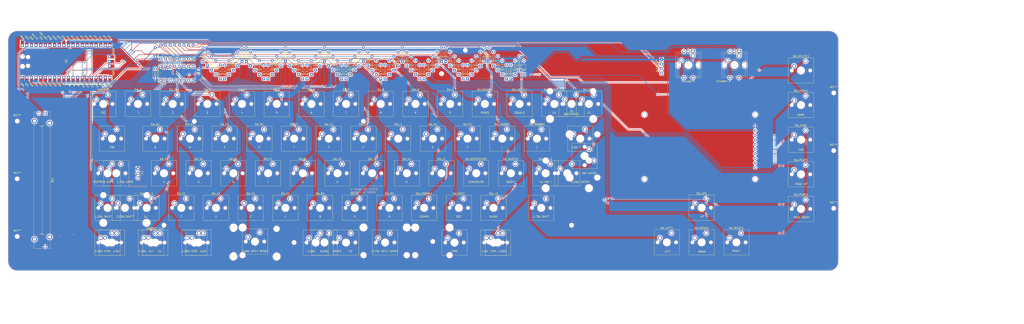
<source format=kicad_pcb>
(kicad_pcb (version 20240108) (generator "pcbnew") (generator_version "8.0")
  (layers (0 "F.Cu" signal) (31 "B.Cu" signal) (34 "B.Paste" user) (35 "F.Paste" user) (36 "B.SilkS" user "B.Silkscreen") (37 "F.SilkS" user "F.Silkscreen") (38 "B.Mask" user) (39 "F.Mask" user) (44 "Edge.Cuts" user))
  (net 0 "")
  (net 1 "VCC")
  (net 2 "GND")
  (net 3 "row0")
  (net 4 "Net-(D1-K)")
  (net 5 "Net-(D2-K)")
  (net 6 "Net-(D3-K)")
  (net 7 "Net-(D4-K)")
  (net 8 "Net-(D5-K)")
  (net 9 "Net-(D6-K)")
  (net 10 "Net-(D7-K)")
  (net 11 "Net-(D8-K)")
  (net 12 "Net-(D9-K)")
  (net 13 "Net-(D10-K)")
  (net 14 "Net-(D11-K)")
  (net 15 "Net-(D12-K)")
  (net 16 "Net-(D13-K)")
  (net 17 "Net-(D14-K)")
  (net 18 "Net-(D15-K)")
  (net 19 "Net-(D16-K)")
  (net 20 "row1")
  (net 21 "Net-(D17-K)")
  (net 22 "Net-(D18-K)")
  (net 23 "Net-(D19-K)")
  (net 24 "Net-(D20-K)")
  (net 25 "Net-(D21-K)")
  (net 26 "Net-(D22-K)")
  (net 27 "Net-(D23-K)")
  (net 28 "Net-(D24-K)")
  (net 29 "Net-(D25-K)")
  (net 30 "Net-(D26-K)")
  (net 31 "Net-(D27-K)")
  (net 32 "Net-(D28-K)")
  (net 33 "Net-(D29-K)")
  (net 34 "Net-(D30-K)")
  (net 35 "RotA")
  (net 36 "row2")
  (net 37 "Net-(D31-K)")
  (net 38 "Net-(D33-K)")
  (net 39 "Net-(D34-K)")
  (net 40 "Net-(D35-K)")
  (net 41 "Net-(D36-K)")
  (net 42 "Net-(D37-K)")
  (net 43 "Net-(D38-K)")
  (net 44 "Net-(D39-K)")
  (net 45 "Net-(D40-K)")
  (net 46 "Net-(D41-K)")
  (net 47 "Net-(D42-K)")
  (net 48 "Net-(D43-K)")
  (net 49 "Net-(D44-K)")
  (net 50 "Net-(D45-K)")
  (net 51 "Net-(D46-K)")
  (net 52 "RotC")
  (net 53 "row3")
  (net 54 "Net-(D47-K)")
  (net 55 "Net-(D49-K)")
  (net 56 "Net-(D50-K)")
  (net 57 "Net-(D51-K)")
  (net 58 "Net-(D52-K)")
  (net 59 "Net-(D53-K)")
  (net 60 "Net-(D54-K)")
  (net 61 "Net-(D55-K)")
  (net 62 "Net-(D56-K)")
  (net 63 "Net-(D57-K)")
  (net 64 "Net-(D58-K)")
  (net 65 "Net-(D59-K)")
  (net 66 "Net-(D60-K)")
  (net 67 "Net-(D61-K)")
  (net 68 "Net-(D62-K)")
  (net 69 "row4")
  (net 70 "Net-(D63-K)")
  (net 71 "Net-(D64-K)")
  (net 72 "Net-(D65-K)")
  (net 73 "Net-(D66-K)")
  (net 74 "Net-(D67-K)")
  (net 75 "Net-(D68-K)")
  (net 76 "Net-(D69-K)")
  (net 77 "Net-(D70-K)")
  (net 78 "Net-(D71-K)")
  (net 79 "Net-(D72-K)")
  (net 80 "Net-(D73-K)")
  (net 81 "SCL")
  (net 82 "SDA")
  (net 83 "LED")
  (net 84 "col14")
  (net 85 "col0")
  (net 86 "col1")
  (net 87 "col2")
  (net 88 "col3")
  (net 89 "col4")
  (net 90 "col5")
  (net 91 "col6")
  (net 92 "col7")
  (net 93 "col8")
  (net 94 "col9")
  (net 95 "col10")
  (net 96 "col11")
  (net 97 "col12")
  (net 98 "col13")
  (net 99 "RotB")
  (net 100 "encA")
  (net 101 "encB")
  (net 102 "encC")
  (net 103 "encD")
  (net 104 "mux3")
  (net 105 "mux2")
  (net 106 "mux1")
  (net 107 "mux0")
  (net 108 "Net-(D74-K)")
  (net 109 "D{slash}C(LCD)")
  (net 111 "CS(LCD)")
  (net 112 "RST(LCD)")
  (net 113 "MOSI(LCD)")
  (net 114 "SCK(LCD)")
  (net 128 "Analogue")
  (net 134 "Net-(D75-K)")
  (footprint "Diode_THT:D_DO-34_SOD68_P7.62mm_Horizontal" (layer "F.Cu") (at 302.7113 127.4933 90)
    (property "Reference" "D16")
    (property "Value" "D_Small" (hide yes))
  )
  (footprint "MyLIb:SW_Cherry_MX_1.50u_PCB" (layer "F.Cu") (at 295.7178 212.7042)
    (property "Reference" "SW_R_CTRL_1.5U1" (hide yes))
    (property "Value" "KEYSW")
  )
  (footprint "MountingHole:MountingHole_2.2mm_M2" (layer "F.Cu") (at 128.4403 150.9342)
    (property "Reference" "REF**" (hide yes))
    (property "Value" "MountingHole_2.2mm_M2")
  )
  (footprint "MyLIb:SW_Cherry_MX_2.00u_PCB" (layer "F.Cu") (at 338.6928 136.3042)
    (property "Reference" "SW_BCKSP1" (hide yes))
    (property "Value" "KEYSW")
  )
  (footprint "MyLIb:SW_Cherry_MX_1.00u_PCB" (layer "F.Cu") (at 145.1582 160.4772)
    (property "Reference" "SW_E1")
    (property "Value" "KEYSW")
  )
  (footprint "MCU_RaspberryPi_and_Boards:RPi_Pico_SMD_TH" (layer "F.Cu") (at 57.8584 117.9176 90)
    (property "Reference" "U5")
    (property "Value" "Pico")
  )
  (footprint "Diode_THT:D_DO-34_SOD68_P7.62mm_Horizontal" (layer "F.Cu") (at 173.7863 122.7183 90)
    (property "Reference" "D38")
    (property "Value" "D_Small" (hide yes))
  )
  (footprint "MyLIb:SW_Cherry_MX_1.00u_PCB" (layer "F.Cu") (at 183.3582 160.4772)
    (property "Reference" "SW_T1")
    (property "Value" "KEYSW")
  )
  (footprint "Diode_THT:D_DO-34_SOD68_P7.62mm_Horizontal" (layer "F.Cu") (at 145.1363 127.4933 90)
    (property "Reference" "D2")
    (property "Value" "D_Small" (hide yes))
  )
  (footprint "Diode_THT:D_DO-34_SOD68_P7.62mm_Horizontal" (layer "F.Cu") (at 259.7363 122.7183 90)
    (property "Reference" "D33")
    (property "Value" "D_Small" (hide yes))
  )
  (footprint "MyLIb:SW_Cherry_MX_1.00u_PCB" (layer "F.Cu") (at 130.8332 179.5772)
    (property "Reference" "SW_S1")
    (property "Value" "KEYSW")
  )
  (footprint "MyLIb:SW_Cherry_MX_1.00u_PCB" (layer "F.Cu") (at 240.6582 160.4772)
    (property "Reference" "SW_I1")
    (property "Value" "KEYSW")
  )
  (footprint "MountingHole:MountingHole_2.2mm_M2" (layer "F.Cu") (at 30.93676 182.63)
    (property "Reference" "REF**")
    (property "Value" "MountingHole_2.2mm_M2")
  )
  (footprint "MyLIb:SW_Cherry_MX_1.00u_PCB" (layer "F.Cu") (at 97.4082 141.3772)
    (property "Reference" "SW_1")
    (property "Value" "KEYSW")
  )
  (footprint "MyLIb:SW_Cherry_MX_1.50u_PCB" (layer "F.Cu") (at 85.6178 155.4042)
    (property "Reference" "SW_TAB1" (hide yes))
    (property "Value" "KEYSW")
  )
  (footprint "Diode_THT:D_DO-34_SOD68_P7.62mm_Horizontal" (layer "F.Cu") (at 135.5863 120.3308 90)
    (property "Reference" "D52")
    (property "Value" "D_Small" (hide yes))
  )
  (footprint "Diode_THT:D_DO-34_SOD68_P7.62mm_Horizontal" (layer "F.Cu") (at 231.0863 127.4933 90)
    (property "Reference" "D9")
    (property "Value" "D_Small" (hide yes))
  )
  (footprint "Diode_THT:D_DO-34_SOD68_P7.62mm_Horizontal" (layer "F.Cu") (at 214.3738 125.1058 90)
    (property "Reference" "D24")
    (property "Value" "D_Small" (hide yes))
  )
  (footprint "MyLIb:SW_Cherry_MX_1.00u_PCB" (layer "F.Cu") (at 254.9832 198.6772)
    (property "Reference" "SW_COMMA1")
    (property "Value" "KEYSW")
  )
  (footprint "Connector_PinSocket_2.54mm:PinSocket_1x04_P2.54mm_Vertical" (layer "F.Cu") (at 385.6704 116.81)
    (property "Reference" "J1" (hide yes))
    (property "Value" "Conn_01x04")
  )
  (footprint "MyLIb:SW_Cherry_MX_1.00u_PCB" (layer "F.Cu") (at 388.5904 217.6768)
    (property "Reference" "SW_LEFT1")
    (property "Value" "KEYSW")
  )
  (footprint "MyLIb:SW_Cherry_MX_1.00u_PCB" (layer "F.Cu") (at 293.1832 198.6772)
    (property "Reference" "SW_/1")
    (property "Value" "KEYSW")
  )
  (footprint "Diode_THT:D_DO-34_SOD68_P7.62mm_Horizontal" (layer "F.Cu") (at 183.3363 122.7183 90)
    (property "Reference" "D39")
    (property "Value" "D_Small" (hide yes))
  )
  (footprint "MyLIb:SW_Cherry_MX_1.25u_PCB" (layer "F.Cu") (at 298.1053 212.7042)
    (property "Reference" "SW_R_CTRL_1.25U1" (hide yes))
    (property "Value" "KEYSW")
  )
  (footprint "MyLIb:SW_Cherry_MX_1.00u_PCB" (layer "F.Cu") (at 317.0582 160.4772)
    (property "Reference" "SW_RSQBR1")
    (property "Value" "KEYSW")
  )
  (footprint "Diode_THT:D_DO-34_SOD68_P7.62mm_Horizontal" (layer "F.Cu") (at 180.9488 120.3308 90)
    (property "Reference" "D56")
    (property "Value" "D_Small" (hide yes))
  )
  (footprint "Diode_THT:D_DO-34_SOD68_P7.62mm_Horizontal" (layer "F.Cu") (at 271.6738 122.7183 90)
    (property "Reference" "D45")
    (property "Value" "D_Small" (hide yes))
  )
  (footprint "MyLIb:SW_Cherry_MX_1.25u_PCB" (layer "F.Cu") (at 130.98655 212.7042)
    (property "Reference" "SW_LCMD_1.25U1" (hide yes))
    (property "Value" "KEYSW")
  )
  (footprint "MyLIb:SW_Cherry_MX_1.00u_PCB" (layer "F.Cu") (at 269.3082 141.3772)
    (property "Reference" "SW_0")
    (property "Value" "KEYSW")
  )
  (footprint "Diode_THT:D_DO-34_SOD68_P7.62mm_Horizontal" (layer "F.Cu") (at 295.5488 122.7183 90)
    (property "Reference" "D47")
    (property "Value" "D_Small" (hide yes))
  )
  (footprint "Diode_THT:D_DO-34_SOD68_P7.62mm_Horizontal" (layer "F.Cu") (at 250.1863 125.1058 90)
    (property "Reference" "D27")
    (property "Value" "D_Small" (hide yes))
  )
  (footprint "MyLIb:SW_Cherry_MX_1.25u_PCB" (layer "F.Cu") (at 83.2303 174.5042)
    (property "Reference" "SW_STEP_CAPS1" (hide yes))
    (property "Value" "KEYSW")
  )
  (footprint "MyLIb:SW_Cherry_MX_1.00u_PCB" (layer "F.Cu") (at 140.3832 198.6772)
    (property "Reference" "SW_X1")
    (property "Value" "KEYSW")
  )
  (footprint "Diode_THT:D_DO-34_SOD68_P7.62mm_Horizontal" (layer "F.Cu") (at 266.8988 117.9433 90)
    (property "Reference" "D72")
    (property "Value" "D_Small" (hide yes))
  )
  (footprint "MyLIb:SW_Cherry_MX_1.00u_PCB" (layer "F.Cu") (at 407.7742 217.6818)
    (property "Reference" "SW_DOWN1")
    (property "Value" "KEYSW")
  )
  (footprint "MyLIb:SW_Cherry_MX_1.00u_PCB" (layer "F.Cu") (at 135.6082 141.3772)
    (property "Reference" "SW_3")
    (property "Value" "KEYSW")
  )
  (footprint "MyLIb:SW_Cherry_MX_1.00u_PCB" (layer "F.Cu") (at 462.4604 180.1668)
    (property "Reference" "SW_PGUP1")
    (property "Value" "KEYSW")
  )
  (footprint "MyLIb:SW_Cherry_MX_1.00u_PCB" (layer "F.Cu") (at 149.9332 179.5772)
    (property "Reference" "SW_D1")
    (property "Value" "KEYSW")
  )
  (footprint "MyLIb:SW_Cherry_MX_1.00u_PCB" (layer "F.Cu") (at 288.4082 141.3772)
    (property "Reference" "SW_MINUS1")
    (property "Value" "KEYSW")
  )
  (footprint "Diode_THT:D_DO-34_SOD68_P7.62mm_Horizontal" (layer "F.Cu") (at 276.4488 127.4933 90)
    (property "Reference" "D13")
    (property "Value" "D_Small" (hide yes))
  )
  (footprint "MyLIb:SW_Cherry_MX_1.00u_PCB" (layer "F.Cu") (at 126.0582 160.4772)
    (property "Reference" "SW_W1")
    (property "Value" "KEYSW")
  )
  (footprint "Button_Switch_Keyboard:SW_Cherry_MX_ISOEnter_PCB_Flipped_Rotated" (layer "F.Cu") (at 343.3153 170.0342)
    (property "Reference" "SW_ISO_ENT1" (hide yes))
    (property "Value" "KEYSW")
  )
  (footprint "MyLIb:SW_Cherry_MX_1.50u_PCB" (layer "F.Cu") (at 85.6178 212.7042)
    (property "Reference" "SW_LCTRL_1.5U1" (hide yes))
    (property "Value" "KEYSW")
  )
  (footprint "Diode_THT:D_DO-34_SOD68_P7.62mm_Horizontal" (layer "F.Cu") (at 245.4113 120.3308 90)
    (property "Reference" "D62")
    (property "Value" "D_Small" (hide yes))
  )
  (footprint "MountingHole:MountingHole_2.2mm_M2" (layer "F.Cu") (at 480.485 135.27375)
    (property "Reference" "REF**")
    (property "Value" "MountingHole_2.2mm_M2")
  )
  (footprint "Diode_THT:D_DO-34_SOD68_P7.62mm_Horizontal" (layer "F.Cu") (at 171.3988 125.1058 90)
    (property "Reference" "D20")
    (property "Value" "D_Small" (hide yes))
  )
  (footprint "MyLIb:SW_Cherry_MX_1.00u_PCB" (layer "F.Cu") (at 192.9082 141.3772)
    (property "Reference" "SW_6")
    (property "Value" "KEYSW")
  )
  (footprint "MyLIb:SW_Cherry_MX_1.25u_PCB" (layer "F.Cu") (at 83.2303 193.6042)
    (property "Reference" "SW_ISO_LSHF1" (hide yes))
    (property "Value" "KEYSW")
  )
  (footprint "Diode_THT:D_DO-34_SOD68_P7.62mm_Horizontal" (layer "F.Cu") (at 264.5113 117.9433 90)
    (property "Reference" "D71")
    (property "Value" "D_Small" (hide yes))
  )
  (footprint "Diode_THT:D_DO-34_SOD68_P7.62mm_Horizontal" (layer "F.Cu") (at 154.6863 117.9433 90)
    (property "Reference" "D65")
    (property "Value" "D_Small" (hide yes))
  )
  (footprint "Diode_THT:D_DO-34_SOD68_P7.62mm_Horizontal" (layer "F.Cu") (at 300.3238 127.4933 90)
    (property "Reference" "D15")
    (property "Value" "D_Small" (hide yes))
  )
  (footprint "Diode_THT:D_DO-34_SOD68_P7.62mm_Horizontal" (layer "F.Cu") (at 147.5238 125.1058 90)
    (property "Reference" "D18")
    (property "Value" "D_Small" (hide yes))
  )
  (footprint "MyLIb:SW_Cherry_MX_1.00u_PCB" (layer "F.Cu") (at 235.8832 198.6772)
    (property "Reference" "SW_M1")
    (property "Value" "KEYSW")
  )
  (footprint "Diode_THT:D_DO-34_SOD68_P7.62mm_Horizontal" (layer "F.Cu") (at 192.8863 125.1058 90)
    (property "Reference" "D22")
    (property "Value" "D_Small" (hide yes))
  )
  (footprint "Diode_THT:D_DO-34_SOD68_P7.62mm_Horizontal" (layer "F.Cu") (at 197.6613 120.3308 90)
    (property "Reference" "D57")
    (property "Value" "D_Small" (hide yes))
  )
  (footprint "MyLIb:SW_Cherry_MX_1.00u_PCB" (layer "F.Cu") (at 164.2582 160.4772)
    (property "Reference" "SW_R1")
    (property "Value" "KEYSW")
  )
  (footprint "Diode_THT:D_DO-34_SOD68_P7.62mm_Horizontal" (layer "F.Cu") (at 257.3488 125.1058 90)
    (property "Reference" "D28")
    (property "Value" "D_Small" (hide yes))
  )
  (footprint "MyLIb:SW_Cherry_MX_1.00u_PCB" (layer "F.Cu") (at 462.4604 161.0668)
    (property "Reference" "SW_END1")
    (property "Value" "KEYSW")
  )
  (footprint "MyLIb:SW_Cherry_MX_2.25u_PCB" (layer "F.Cu") (at 92.7803 193.6042)
    (property "Reference" "SW_LSHF1" (hide yes))
    (property "Value" "KEYSW")
  )
  (footprint "MountingHole:MountingHole_2.2mm_M2" (layer "F.Cu") (at 259.7528 217.2212)
    (property "Reference" "REF**" (hide yes))
    (property "Value" "MountingHole_2.2mm_M2")
  )
  (footprint "MyLIb:SW_Cherry_MX_1.00u_PCB" (layer "F.Cu") (at 259.7582 160.4772)
    (property "Reference" "SW_O1")
    (property "Value" "KEYSW")
  )
  (footprint "Diode_THT:D_DO-34_SOD68_P7.62mm_Horizontal" (layer "F.Cu") (at 283.6113 122.7183 90)
    (property "Reference" "D46")
    (property "Value" "D_Small" (hide yes))
  )
  (footprint "Diode_THT:D_DO-34_SOD68_P7.62mm_Horizontal" (layer "F.Cu") (at 188.1113 127.4933 90)
    (property "Reference" "D5")
    (property "Value" "D_Small" (hide yes))
  )
  (footprint "Diode_THT:D_DO-34_SOD68_P7.62mm_Horizontal" (layer "F.Cu") (at 185.7238 125.1058 90)
    (property "Reference" "D21")
    (property "Value" "D_Small" (hide yes))
  )
  (footprint "Diode_THT:D_DO-34_SOD68_P7.62mm_Horizontal" (layer "F.Cu") (at 297.9363 125.1058 90)
    (property "Reference" "D31")
    (property "Value" "D_Small" (hide yes))
  )
  (footprint "MyLIb:SW_Cherry_MX_1.00u_PCB" (layer "F.Cu") (at 462.4604 141.9668)
    (property "Reference" "SW_HOME1")
    (property "Value" "KEYSW")
  )
  (footprint "Keebio-Parts:RotaryEncoder_EC11" (layer "F.Cu") (at 425.839 119.8838 -90)
    (property "Reference" "SW84")
    (property "Value" "RotaryEncoder_Switch")
  )
  (footprint "Diode_THT:D_DO-34_SOD68_P7.62mm_Horizontal" (layer "F.Cu") (at 169.0113 127.4933 90)
    (property "Reference" "D4")
    (property "Value" "D_Small" (hide yes))
  )
  (footprint "Diode_THT:D_DO-34_SOD68_P7.62mm_Horizontal" (layer "F.Cu") (at 290.7738 117.9433 90)
    (property "Reference" "D74")
    (property "Value" "D_Small" (hide yes))
  )
  (footprint "MyLIb:SW_Cherry_MX_1.25u_PCB" (layer "F.Cu") (at 107.1053 212.7042)
    (property "Reference" "SW_LALT_1.25U1" (hide yes))
    (property "Value" "KEYSW")
  )
  (footprint "Keebio-Parts:RotaryEncoder_EC11" (layer "F.Cu") (at 400.429 119.8967 -90)
    (property "Reference" "SW83")
    (property "Value" "RotaryEncoder_Switch")
  )
  (footprint "MountingHole:MountingHole_2.2mm_M2" (layer "F.Cu") (at 264.5278 124.6717)
    (property "Reference" "REF**" (hide yes))
    (property "Value" "MountingHole_2.2mm_M2")
  )
  (footprint "Diode_THT:D_DO-34_SOD68_P7.62mm_Horizontal" (layer "F.Cu") (at 200.0488 117.9433 90)
    (property "Reference" "D68")
    (property "Value" "D_Small" (hide yes))
  )
  (footprint "Diode_THT:D_DO-34_SOD68_P7.62mm_Horizontal" (layer "F.Cu") (at 281.2238 125.1058 90)
    (property "Reference" "D30")
    (property "Value" "D_Small" (hide yes))
  )
  (footprint "Diode_THT:D_DO-34_SOD68_P7.62mm_Horizontal" (layer "F.Cu") (at 226.3113 122.7183 90)
    (property "Reference" "D43")
    (property "Value" "D_Small" (hide yes))
  )
  (footprint "MyLIb:SW_Cherry_MX_1.00u_PCB" (layer "F.Cu") (at 197.6832 198.6772)
    (property "Reference" "SW_B1")
    (property "Value" "KEYSW")
  )
  (footprint "MountingHole:MountingHole_2.2mm_M2" (layer "F.Cu") (at 30.93676 150.80625)
    (property "Reference" "REF**")
    (property "Value" "MountingHole_2.2mm_M2")
  )
  (footprint "Diode_THT:D_DO-34_SOD68_P7.62mm_Horizontal" (layer "F.Cu") (at 207.2113 125.1058 90)
    (property "Reference" "D23")
    (property "Value" "D_Small" (hide yes))
  )
  (footprint "Diode_THT:D_DO-34_SOD68_P7.62mm_Horizontal" (layer "F.Cu") (at 278.8363 127.4933 90)
    (property "Reference" "D14")
    (property "Value" "D_Small" (hide yes))
  )
  (footprint "Diode_THT:D_DO-34_SOD68_P7.62mm_Horizontal" (layer "F.Cu") (at 209.5988 127.4933 90)
    (property "Reference" "D7")
    (property "Value" "D_Small" (hide yes))
  )
  (footprint "Diode_THT:D_DO-34_SOD68_P7.62mm_Horizontal" (layer "F.Cu") (at 254.9613 127.4933 90)
    (property "Reference" "D12")
    (property "Value" "D_Small" (hide yes))
  )
  (footprint "MyLIb:SW_Cherry_MX_1.00u_PCB" (layer "F.Cu") (at 462.4604 199.2668)
    (property "Reference" "SW_PGDN1")
    (property "Value" "KEYSW")
  )
  (footprint "Package_DIP:DIP-16_W7.62mm_Socket" (layer "F.Cu") (at 109.9903 116.5342 90)
    (property "Reference" "U3")
    (property "Value" "74HC138")
  )
  (footprint "Diode_THT:D_DO-34_SOD68_P7.62mm_Horizontal" (layer "F.Cu") (at 164.2363 125.1058 90)
    (property "Reference" "D19")
    (property "Value" "D_Small" (hide yes))
  )
  (footprint "Diode_THT:D_DO-34_SOD68_P7.62mm_Horizontal" (layer "F.Cu") (at 269.2863 120.3308 90)
    (property "Reference" "D50")
    (property "Value" "D_Small" (hide yes))
  )
  (footprint "Diode_THT:D_DO-34_SOD68_P7.62mm_Horizontal" (layer "F.Cu") (at 262.1238 120.3308 90)
    (property "Reference" "D49")
    (property "Value" "D_Small" (hide yes))
  )
  (footprint "Diode_THT:D_DO-34_SOD68_P7.62mm_Horizontal" (layer "F.Cu") (at 240.6363 120.3308 90)
    (property "Reference" "D61")
    (property "Value" "D_Small" (hide yes))
  )
  (footprint "Diode_THT:D_DO-34_SOD68_P7.62mm_Horizontal" (layer "F.Cu") (at 293.1613 120.3308 90)
    (property "Reference" "D63")
    (property "Value" "D_Small" (hide yes))
  )
  (footprint "MyLIb:SW_Cherry_MX_1.00u_PCB" (layer "F.Cu") (at 173.8082 141.3772)
    (property "Reference" "SW_5")
    (property "Value" "KEYSW")
  )
  (footprint "MyLIb:SW_Cherry_MX_1.00u_PCB" (layer "F.Cu") (at 102.1832 198.6772)
    (property "Reference" "SW_ISO_`1")
    (property "Value" "KEYSW")
  )
  (footprint "MyLIb:SW_Cherry_MX_1.50u_PCB" (layer "F.Cu") (at 343.4678 155.4042)
    (property "Reference" "SW_ANSI_\\1" (hide yes))
    (property "Value" "KEYSW")
  )
  (footprint "Diode_THT:D_DO-34_SOD68_P7.62mm_Horizontal" (layer "F.Cu") (at 204.8238 122.7183 90)
    (property "Reference" "D41")
    (property "Value" "D_Small" (hide yes))
  )
  (footprint "Diode_THT:D_DO-34_SOD68_P7.62mm_Horizontal" (layer "F.Cu") (at 285.9988 120.3308 90)
    (property "Reference" "D51")
    (property "Value" "D_Small" (hide yes))
  )
  (footprint "MountingHole:MountingHole_2.2mm_M2" (layer "F.Cu") (at 30.93676 214.45375)
    (property "Reference" "REF**")
    (property "Value" "MountingHole_2.2mm_M2")
  )
  (footprint "MyLIb:SW_Cherry_MX_1.00u_PCB" (layer "F.Cu") (at 178.5832 198.6772)
    (property "Reference" "SW_V1")
    (property "Value" "KEYSW")
  )
  (footprint "MountingHole:MountingHole_2.2mm_M2" (layer "F.Cu") (at 277.6878 111.7792)
    (property "Reference" "REF**" (hide yes))
    (property "Value" "MountingHole_2.2mm_M2")
  )
  (footprint "Diode_THT:D_DO-34_SOD68_P7.62mm_Horizontal" (layer "F.Cu") (at 307.4863 122.7183 90)
    (property "Reference" "D48")
    (property "Value" "D_Small" (hide yes))
  )
  (footprint "Diode_THT:D_DO-34_SOD68_P7.62mm_Horizontal" (layer "F.Cu") (at 223.9238 120.3308 90)
    (property "Reference" "D60")
    (property "Value" "D_Small" (hide yes))
  )
  (footprint "MyLIb:SW_Cherry_MX_1.00u_PCB" (layer "F.Cu") (at 216.7832 198.6772)
    (property "Reference" "SW_N1")
    (property "Value" "KEYSW")
  )
  (footprint "MyLIb:SW_Cherry_MX_1.00u_PCB" (layer "F.Cu") (at 283.6332 179.5772)
    (property "Reference" "SW_SEMICOLON1")
    (property "Value" "KEYSW")
  )
  (footprint "MyLIb:SW_Cherry_MX_1.00u_PCB" (layer "F.Cu") (at 159.4832 198.6772)
    (property "Reference" "SW_C1")
    (property "Value" "KEYSW")
  )
  (footprint "MyLIb:SW_Cherry_MX_1.00u_PCB" (layer "F.Cu") (at 188.1332 179.5772)
    (property "Reference" "SW_G1")
    (property "Value" "KEYSW")
  )
  (footprint "MountingHole:MountingHole_2.2mm_M2" (layer "F.Cu") (at 111.7278 208.2392)
    (property "Reference" "REF**" (hide yes))
    (property "Value" "MountingHole_2.2mm_M2")
  )
  (footprint "MyLIb:SW_Cherry_MX_1.00u_PCB" (layer "F.Cu") (at 297.9582 160.4772)
    (property "Reference" "SW_LSQBR1")
    (property "Value" "KEYSW")
  )
  (footprint "Diode_THT:D_DO-34_SOD68_P7.62mm_Horizontal" (layer "F.Cu") (at 219.1488 120.3308 90)
    (property "Reference" "D59")
    (property "Value" "D_Small" (hide yes))
  )
  (footprint "MyLIb:SW_Cherry_MX_1.00u_PCB" (layer "F.Cu") (at 425.8444 119.8768)
    (property "Reference" "SW_ENC2")
    (property "Value" "KEYSW")
  )
  (footprint "Diode_THT:D_DO-34_SOD68_P7.62mm_Horizontal" (layer "F.Cu") (at 178.5613 117.9433 90)
    (property "Reference" "D67")
    (property "Value" "D_Small" (hide yes))
  )
  (footprint "MyLIb:SW_Cherry_MX_1.00u_PCB" (layer "F.Cu") (at 169.0332 179.5772)
    (property "Reference" "SW_F1")
    (property "Value" "KEYSW")
  )
  (footprint "MyLIb:SW_Cherry_MX_1.00u_PCB" (layer "F.Cu") (at 221.5582 160.4772)
    (property "Reference" "SW_U1")
    (property "Value" "KEYSW")
  )
  (footprint "MyLIb:SW_Cherry_MX_1.00u_PCB" (layer "F.Cu") (at 116.5082 141.3772)
    (property "Reference" "SW_2")
    (property "Value" "KEYSW")
  )
  (footprint "MyLIb:SW_Cherry_MX_1.00u_PCB" (layer "F.Cu") (at 302.7332 179.5772)
    (property "Reference" "SW_QUOTE1")
    (property "Value" "KEYSW")
  )
  (footprint "Diode_THT:D_DO-34_SOD68_P7.62mm_Horizontal" (layer "F.Cu") (at 243.0238 117.9433 90)
    (property "Reference" "D70")
    (property "Value" "D_Small" (hide yes))
  )
  (footprint "MountingHole:MountingHole_2.2mm_M2" (layer "F.Cu") (at 480.485 198.92125)
    (property "Reference" "REF**")
    (property "Value" "MountingHole_2.2mm_M2")
  )
  (footprint "Diode_THT:D_DO-34_SOD68_P7.62mm_Horizontal" (layer "F.Cu") (at 211.9863 127.4933 90)
    (property "Reference" "D8")
    (property "Value" "D_Small" (hide yes))
  )
  (footprint "Diode_THT:D_DO-34_SOD68_P7.62mm_Horizontal" (layer "F.Cu") (at 176.1738 120.3308 90)
    (property "Reference" "D55")
    (property "Value" "D_Small" (hide yes))
  )
  (footprint "Diode_THT:D_DO-34_SOD68_P7.62mm_Horizontal" (layer "F.Cu") (at 305.0988 125.1058 90)
    (property "Reference" "D32")
    (property "Value" "D_Small" (hide yes))
  )
  (footprint "Diode_THT:D_DO-34_SOD68_P7.62mm_Horizontal" (layer "F.Cu") (at 142.7488 127.4933 90)
    (property "Reference" "D1")
    (property "Value" "D_Small" (hide yes))
  )
  (footprint "MyLIb:SW_Cherry_MX_6.25u_PCB" (layer "F.Cu") (at 200.0653 217.2512)
    (property "Reference" "SW_6.25U_SPACE1" (hide yes))
    (property "Value" "KEYSW")
  )
  (footprint "Button_Switch_Keyboard:SW_Cherry_MX_7u_PCB" (layer "F.Cu") (at 212.0028 217.2512)
    (property "Reference" "SW_7U_SPACE1" (hide yes))
    (property "Value" "KEYSW")
  )
  (footprint "MyLIb:SW_Cherry_MX_1.75u_PCB" (layer "F.Cu") (at 321.9803 193.6042)
    (property "Reference" "SW_RSHIFT1" (hide yes))
    (property "Value" "KEYSW")
  )
  (footprint "MountingHole:MountingHole_2.2mm_M2" (layer "F.Cu") (at 480.485 167.0975)
    (property "Reference" "REF**")
    (property "Value" "MountingHole_2.2mm_M2")
  )
  (footprint "Button_Switch_Keyboard:SW_Cherry_MX_2.75u_PCB" (layer "F.Cu") (at 233.4903 217.2212)
    (property "Reference" "SW_SPL_SPACE_R1" (hide yes))
    (property "Value" "KEYSW")
  )
  (footprint "Diode_THT:D_DO-34_SOD68_P7.62mm_Horizontal" (layer "F.Cu") (at 247.7988 122.7183 90)
    (property "Reference" "D34")
    (property "Value" "D_Small" (hide yes))
  )
  (footprint "MyLIb:SW_Cherry_MX_1.00u_PCB" (layer "F.Cu") (at 78.3082 141.3772)
    (property "Reference" "SW_ESC1")
    (property "Value" "KEYSW")
  )
  (footprint "Diode_THT:D_DO-34_SOD68_P7.62mm_Horizontal" (layer "F.Cu") (at 233.4738 127.4933 90)
    (property "Reference" "D10")
    (property "Value" "D_Small" (hide yes))
  )
  (footprint "MyLIb:SW_Cherry_MX_1.00u_PCB" (layer "F.Cu") (at 264.5332 179.5772)
    (property "Reference" "SW_L1")
    (property "Value" "KEYSW")
  )
  (footprint "MyLIb:SW_Cherry_MX_1.25u_PCB" (layer "F.Cu") (at 274.2303 212.7042)
    (property "Reference" "SW_R_CMD1" (hide yes))
    (property "Value" "KEYSW")
  )
  (footprint "Potentiometer_THT:Potentiometer_Bourns_PTA6043_Single_Slide" (layer "F.Cu") (at 46.3704 146.5768 -90)
    (property "Reference" "RV1")
    (property "Value" "R_Potentiometer")
  )
  (footprint "MyLIb:SW_Cherry_MX_1.00u_PCB" (layer "F.Cu") (at 407.7742 198.5818)
    (property "Reference" "SW_UP1")
    (property "Value" "KEYSW")
  )
  (footprint "MyLIb:SW_Cherry_MX_2.25u_PCB" (layer "F.Cu") (at 336.3053 174.5042)
    (property "Reference" "SW_ANSI_ENT1" (hide yes))
    (property "Value" "KEYSW")
  )
  (footprint "Diode_THT:D_DO-34_SOD68_P7.62mm_Horizontal" (layer "F.Cu") (at 137.9738 122.7183 90)
    (property "Reference" "D35")
    (property "Value" "D_Small" (hide yes))
  )
  (footprint "MountingHole:MountingHole_2.2mm_M2" (layer "F.Cu") (at 314.6653 150.9342)
    (property "Reference" "REF**" (hide yes))
    (property "Value" "MountingHole_2.2mm_M2")
  )
  (footprint "MyLIb:SW_Cherry_MX_2.25u_PCB" (layer "F.Cu") (at 164.4053 212.1712)
    (property "Reference" "SW_SPL_SPACE_L1" (hide yes))
    (property "Value" "KEYSW")
  )
  (footprint "Diode_THT:D_DO-34_SOD68_P7.62mm_Horizontal" (layer "F.Cu") (at 133.1988 117.9433 90)
    (property "Reference" "D64")
    (property "Value" "D_Small" (hide yes))
  )
  (footprint "Diode_THT:D_DO-34_SOD68_P7.62mm_Horizontal" (layer "F.Cu") (at 161.8488 122.7183 90)
    (property "Reference" "D37")
    (property "Value" "D_Small" (hide yes))
  )
  (footprint "Diode_THT:D_DO-34_SOD68_P7.62mm_Horizontal" (layer "F.Cu") (at 140.3613 125.1058 90)
    (property "Reference" "D17")
    (property "Value" "D_Small" (hide yes))
  )
  (footprint "MountingHole:MountingHole_2.2mm_M2" (layer "F.Cu") (at 221.5528 150.9342)
    (property "Reference" "REF**" (hide yes))
    (property "Value" "MountingHole_2.2mm_M2")
  )
  (footprint "Package_DIP:DIP-16_W7.62mm_Socket" (layer "F.Cu") (at 109.9903 128.2467 90)
    (property "Reference" "U2")
    (property "Value" "74HC138")
  )
  (footprint "Button_Switch_Keyboard:SW_Cherry_MX_1.75u_PCB" (layer "F.Cu") (at 88.0053 174.5042)
    (property "Reference" "SW_CAPS1" (hide yes))
    (property "Value" "KEYSW")
  )
  (footprint "Diode_THT:D_DO-34_SOD68_P7.62mm_Horizontal" (layer "F.Cu") (at 228.6988 125.1058 90)
    (property "Reference" "D25")
    (property "Value" "D_Small" (hide yes))
  )
  (footprint "Diode_THT:D_DO-34_SOD68_P7.62mm_Horizontal" (layer "F.Cu") (at 149.9113 122.7183 90)
    (property "Reference" "D36")
    (property "Value" "D_Small" (hide yes))
  )
  (footprint "Diode_THT:D_DO-34_SOD68_P7.62mm_Horizontal" (layer "F.Cu") (at 166.6238 127.4933 90)
    (property "Reference" "D3")
    (property "Value" "D_Small" (hide yes))
  )
  (footprint "MyLIb:SW_Cherry_MX_1.00u_PCB" (layer "F.Cu") (at 226.3332 179.5772)
    (property "Reference" "SW_J1")
    (property "Value" "KEYSW")
  )
  (footprint "Diode_THT:D_DO-34_SOD68_P7.62mm_Horizontal" (layer "F.Cu") (at 216.7613 122.7183 90)
    (property "Reference" "D42")
    (property "Value" "D_Small" (hide yes))
  )
  (footprint "MyLIb:SW_Cherry_MX_1.00u_PCB" (layer "F.Cu") (at 307.5082 141.3772)
    (property "Reference" "SW_EQUAL1")
    (property "Value" "KEYSW")
  )
  (footprint "MyLIb:SW_Cherry_MX_1.00u_PCB" (layer "F.Cu") (at 207.2332 179.5772)
    (property "Reference" "SW_H1")
    (property "Value" "KEYSW")
  )
  (footprint "MyLIb:SW_Cherry_MX_1.00u_PCB" (layer "F.Cu") (at 154.7082 141.3772)
    (property "Reference" "SW_4")
    (property "Value" "KEYSW")
  )
  (footprint "Diode_THT:D_DO-34_SOD68_P7.62mm_Horizontal" (layer "F.Cu") (at 190.4988 127.4933 90)
    (property "Reference" "D6")
    (property "Value" "D_Small" (hide yes))
  )
  (footprint "Diode_THT:D_DO-34_SOD68_P7.62mm_Horizontal" (layer "F.Cu") (at 195.2738 122.7183 90)
    (property "Reference" "D40")
    (property "Value" "D_Small" (hide yes))
  )
  (footprint "MyLIb:SW_Cherry_MX_1.00u_PCB" (layer "F.Cu") (at 462.4604 122.9144)
    (property "Reference" "SW_DELETE1")
    (property "Value" "KEYSW")
  )
  (footprint "MyLIb:SW_Cherry_MX_1.50u_PCB" (layer "F.Cu") (at 133.3678 212.7042)
    (property "Reference" "SW_LCOM_1.5U1" (hide yes))
    (property "Value" "KEYSW")
  )
  (footprint "MyLIb:SW_Cherry_MX_1.00u_PCB" (layer "F.Cu") (at 106.9582 160.4772)
    (property "Reference" "SW_Q1")
    (property "Value" "KEYSW")
  )
  (footprint "Diode_THT:D_DO-34_SOD68_P7.62mm_Horizontal" (layer "F.Cu") (at 252.5738 127.4933 90)
    (property "Reference" "D11")
    (property "Value" "D_Small" (hide yes))
  )
  (footprint "MyLIb:SW_Cherry_MX_1.00u_PCB" (layer "F.Cu") (at 250.2082 141.3772)
    (property "Reference" "SW_9")
    (property "Value" "KEYSW")
  )
  (footprint "Diode_THT:D_DO-34_SOD68_P7.62mm_Horizontal" (layer "F.Cu") (at 238.2488 122.7183 90)
    (property "Reference" "D44")
    (property "Value" "D_Small" (hide yes))
  )
  (footprint "MyLIb:SW_Cherry_MX_1.00u_PCB" (layer "F.Cu") (at 121.2832 198.6772)
    (property "Reference" "SW_Z1")
    (property "Value" "KEYSW")
  )
  (footprint "MyLIb:SW_Cherry_MX_1.00u_PCB" (layer "F.Cu") (at 111.7332 179.5772)
    (property "Reference" "SW_A1")
    (property "Value" "KEYSW")
  )
  (footprint "Diode_THT:D_DO-34_SOD68_P7.62mm_Horizontal" (layer "F.Cu") (at 202.4363 120.3308 90)
    (property "Reference" "D58")
    (property "Value" "D_Small" (hide yes))
  )
  (footprint "MyLIb:SW_Cherry_MX_1.25u_PCB" (layer "F.Cu") (at 83.2303 212.7042)
    (property "Reference" "SW_LCTRL_1.25U1" (hide yes))
    (property "Value" "KEYSW")
  )
  (footprint "Diode_THT:D_DO-34_SOD68_P7.62mm_Horizontal" (layer "F.Cu") (at 152.2988 120.3308 90)
    (property "Reference" "D53")
    (property "Value" "D_Small" (hide yes))
  )
  (footprint "MyLIb:SW_Cherry_MX_1.00u_PCB" (layer "F.Cu") (at 321.8332 179.5772)
    (property "Reference" "SW_ISO_\\1")
    (property "Value" "KEYSW")
  )
  (footprint "Capacitor_THT:C_Disc_D4.7mm_W2.5mm_P5.00mm" (layer "F.Cu") (at 106.9528 110.3467 -90)
    (property "Reference" "C2")
    (property "Value" "0.1uF")
  )
  (footprint "MyLIb:SW_Cherry_MX_1.00u_PCB" (layer "F.Cu") (at 426.8742 217.6818)
    (property "Reference" "SW_RIGHT1")
    (property "Value" "KEYSW")
  )
  (footprint "MyLIb:SW_Cherry_MX_1.00u_PCB" (layer "F.Cu") (at 400.4344 119.8897)
    (property "Reference" "SW_ENC1")
    (property "Value" "KEYSW")
  )
  (footprint "MyLIb:SW_Cherry_MX_1.00u_PCB" (layer "F.Cu") (at 106.9504 217.7968)
    (property "Reference" "SW_LALT_1U1")
    (property "Value" "KEYSW")
  )
  (footprint "MyLIb:SW_Cherry_MX_1.00u_PCB" (layer "F.Cu") (at 245.4332 179.5772)
    (property "Reference" "SW_K1")
    (property "Value" "KEYSW")
  )
  (footprint "MyLIb:SW_Cherry_MX_1.00u_PCB" (layer "F.Cu") (at 212.0082 141.3772)
    (property "Reference" "SW_7")
    (property "Value" "KEYSW")
  )
  (footprint "MountingHole:MountingHole_2.2mm_M2" (layer "F.Cu") (at 183.3528 217.7842)
    (property "Reference" "REF**" (hide yes))
    (property "Value" "MountingHole_2.2mm_M2")
  )
  (footprint "MyLIb:SW_Cherry_MX_1.00u_PCB" (layer "F.Cu") (at 278.8582 160.4772)
    (property "Reference" "SW_P1")
    (property "Value" "KEYSW")
  )
  (footprint "MyLIb:SW_Cherry_MX_1.00u_PCB" (layer "F.Cu") (at 231.1082 141.3772)
    (property "Reference" "SW_8")
    (property "Value" "KEYSW")
  )
  (footprint "MyLIb:SW_Cherry_MX_1.00u_PCB" (layer "F.Cu") (at 202.4582 160.4772)
    (property "Reference" "SW_Y1")
    (property "Value" "KEYSW")
  )
  (footprint "Diode_THT:D_DO-34_SOD68_P7.62mm_Horizontal" (layer "F.Cu") (at 159.4613 120.3308 90)
    (property "Reference" "D54")
    (property "Value" "D_Small" (hide yes))
  )
  (footprint "MyLIb:SW_Cherry_MX_1.00u_PCB" (layer "F.Cu") (at 274.0832 198.6772)
    (property "Reference" "SW_DOT1")
    (property "Value" "KEYSW")
  )
  (footprint "Diode_THT:D_DO-34_SOD68_P7.62mm_Horizontal" (layer "F.Cu") (at 235.8613 125.1058 90)
    (property "Reference" "D26")
    (property "Value" "D_Small" (hide yes))
  )
  (footprint "MountingHole:MountingHole_2.2mm_M2" (layer "F.Cu") (at 336.1528 208.2342)
    (property "Reference" "REF**" (hide yes))
    (property "Value" "MountingHole_2.2mm_M2")
  )
  (footprint "MyLIb:SW_Cherry_MX_1.25u_PCB" (layer "F.Cu") (at 197.8303 212.7042)
    (property "Reference" "SW_SPL_SPACE_M1" (hide yes))
    (property "Value" "KEYSW")
  )
  (footprint "Diode_THT:D_DO-34_SOD68_P7.62mm_Horizontal" (layer "F.Cu") (at 309.928 125.055 90)
    (property "Reference" "D75" (hide yes))
    (property "Value" "D_Small" (hide yes))
  )
  (footprint "Diode_THT:D_DO-34_SOD68_P7.62mm_Horizontal" (layer "F.Cu") (at 274.0613 125.1058 90)
    (property "Reference" "D29")
    (property "Value" "D_Small" (hide yes))
  )
  (footprint "Diode_THT:D_DO-34_SOD68_P7.62mm_Horizontal" (layer "F.Cu") (at 288.3863 117.9433 90)
    (property "Reference" "D73")
    (property "Value" "D_Small" (hide yes))
  )
  (footprint "MyLIb:LCD2.2in" (layer "F.Cu") (at 406.7528 165.0092 90)
    (property "Reference" "LCD1")
    (property "Value" "LCD2.2\"")
  )
  (footprint "MyLIb:SW_Cherry_MX_1.00u_PCB" (layer "F.Cu") (at 345.7082 141.3772)
    (property "Reference" "SW_DEL1")
    (property "Value" "KEYSW")
  )
  (footprint "Capacitor_THT:C_Disc_D4.7mm_W2.5mm_P5.00mm" (layer "F.Cu") (at 106.9528 122.0592 -90)
    (property "Reference" "C1")
    (property "Value" "0.1uF")
  )
  (footprint "MyLIb:SW_Cherry_MX_1.00u_PCB" (layer "F.Cu") (at 326.6082 141.3772)
    (property "Reference" "SW_BCKSP_1U1")
    (property "Value" "KEYSW")
  )
  (footprint "Diode_THT:D_DO-34_SOD68_P7.62mm_Horizontal" (layer "F.Cu") (at 157.0738 117.9433 90)
    (property "Reference" "D66")
    (property "Value" "D_Small" (hide yes))
  )
  (footprint "Diode_THT:D_DO-34_SOD68_P7.62mm_Horizontal" (layer "F.Cu") (at 221.5363 117.9433 90)
    (property "Reference" "D69")
    (property "Value" "D_Small" (hide yes))
  )
  (footprint "Connector_PinSocket_2.54mm:PinSocket_1x03_P2.54mm_Vertical" (layer "B.Cu") (at 97.4028 177.0442 180)
    (property "Reference" "J2" (hide yes))
    (property "Value" "Conn_01x03")
  )
  (gr_line (start 166.7928 155.4042) (end 166.6403 155.7092) (stroke (width 0.2)) (layer "F.Cu") (net 89))
  (gr_line (start 26.0204 228.2268) (end 26.0204 106.2068) (stroke (width 0.1)) (layer "Edge.Cuts"))
  (gr_line (start 482.9704 106.2068) (end 482.9704 228.2268) (stroke (width 0.1)) (layer "Edge.Cuts"))
  (gr_arc (start 31.0204 233.2268) (mid 27.484866 231.762334) (end 26.0204 228.2268) (stroke (width 0.1)) (layer "Edge.Cuts"))
  (gr_line (start 477.9704 233.2268) (end 31.0204 233.2268) (stroke (width 0.1)) (layer "Edge.Cuts"))
  (gr_arc (start 26.0204 106.2068) (mid 27.484866 102.671266) (end 31.0204 101.2068) (stroke (width 0.1)) (layer "Edge.Cuts"))
  (gr_line (start 31.0204 101.2068) (end 477.9704 101.2068) (stroke (width 0.1)) (layer "Edge.Cuts"))
  (gr_arc (start 477.9704 101.2068) (mid 481.505934 102.671266) (end 482.9704 106.2068) (stroke (width 0.1)) (layer "Edge.Cuts"))
  (gr_arc (start 482.9704 228.2268) (mid 481.505934 231.762334) (end 477.9704 233.2268) (stroke (width 0.1)) (layer "Edge.Cuts"))
  (gr_text "STHLM KB lagom v1\ndesign by mohoyt" (at 221.5528 189.1342 0) (layer "B.SilkS") (effects (font (size 1 1)) (justify mirror)))
  (gr_text "LED" (at 99.7903 179.5842 -90) (layer "B.SilkS") (effects (font (size 1 1)) (justify mirror)))
  (gr_text "JLCJLCJLCJLC" (at 97.4028 186.7467 0) (layer "B.SilkS") (effects (font (size 1 1)) (justify mirror)))
  (gr_text "2U\nBACKSPACE" (at 336.1528 146.1592 0) (layer "F.SilkS") (effects (font (size 1 1))))
  (gr_text "Encoder 1" (at 400.4282 128.8904 0) (layer "F.SilkS") (effects (font (size 1 1))))
  (gr_text "1U `" (at 102.1778 203.4592 0) (layer "F.SilkS") (effects (font (size 1 1))))
  (gr_text "W" (at 126.0528 165.2592 0) (layer "F.SilkS") (effects (font (size 1 1))))
  (gr_text "1U" (at 345.7028 146.1592 0) (layer "F.SilkS") (effects (font (size 1 1))))
  (gr_text " 1" (at 97.4028 146.1592 0) (layer "F.SilkS") (effects (font (size 1 1))))
  (gr_text "T" (at 183.3528 165.2592 0) (layer "F.SilkS") (effects (font (size 1 1))))
  (gr_text "1.5U" (at 133.2153 222.5592 0) (layer "F.SilkS") (effects (font (size 1 1))))
  (gr_text "F" (at 169.0278 184.3592 0) (layer "F.SilkS") (effects (font (size 1 1))))
  (gr_text "U" (at 221.5528 165.2592 0) (layer "F.SilkS") (effects (font (size 1 1))))
  (gr_text "SLASH" (at 293.1778 203.4592 0) (layer "F.SilkS") (effects (font (size 1 1))))
  (gr_text "1.25U" (at 192.9028 222.5592 0) (layer "F.SilkS") (effects (font (size 1 1))))
  (gr_text "V" (at 178.5778 203.4592 0) (layer "F.SilkS") (effects (font (size 1 1))))
  (gr_text "3" (at 135.6028 146.1592 0) (layer "F.SilkS") (effects (font (size 1 1))))
  (gr_text "PAGE DOWN" (at 462.709 203.8966 0) (layer "F.SilkS") (effects (font (size 1 1))))
  (gr_text "Z" (at 121.2778 203.4592 0) (layer "F.SilkS") (effects (font (size 1 1))))
  (gr_text "CTRL" (at 293.1778 222.5592 0) (layer "F.SilkS") (effects (font (size 1 1))))
  (gr_text "MINUS" (at 288.4028 146.1592 0) (layer "F.SilkS") (effects (font (size 1 1))))
  (gr_text "LEFT" (at 389.049 222.6926 0) (layer "F.SilkS") (effects (font (size 1 1))))
  (gr_text "I" (at 240.6528 165.2592 0) (layer "F.SilkS") (effects (font (size 1 1))))
  (gr_text "1.5U \\" (at 338.5403 165.2592 0) (layer "F.SilkS") (effects (font (size 1 1))))
  (gr_text "DOT" (at 274.0778 203.4592 0) (layer "F.SilkS") (effects (font (size 1 1))))
  (gr_text "E" (at 145.1528 165.2592 0) (layer "F.SilkS") (effects (font (size 1 1))))
  (gr_text "H" (at 207.2278 184.3592 0) (layer "F.SilkS") (effects (font (size 1 1))))
  (gr_text "CTRL" (at 80.6903 222.5592 0) (layer "F.SilkS") (effects (font (size 1 1))))
  (gr_text "1U" (at 109.3403 222.5592 0) (layer "F.SilkS") (effects (font (size 1 1))))
  (gr_text "8" (at 231.1028 146.1592 0) (layer "F.SilkS") (effects (font (size 1 1))))
  (gr_text "1.75U CAPS" (at 90.2403 184.3592 0) (layer "F.SilkS") (effects (font (size 1 1))))
  (gr_text "2.25U ENTER" (at 340.9278 184.3592 0) (layer "F.SilkS") (effects (font (size 1 1))))
  (gr_text "2.25U SPLIT SPACE" (at 161.8653 222.5592 0) (layer "F.SilkS") (effects (font (size 1 1))))
  (gr_text "PAGE UP" (at 462.6074 185.507 0) (layer "F.SilkS") (effects (font (size 1 1))))
  (gr_text "STEPPED CAPS" (at 78.3028 184.3592 0) (layer "F.SilkS") (effects (font (size 1 1))))
  (gr_text "A" (at 111.7278 184.3592 0) (layer "F.SilkS") (effects (font (size 1 1))))
  (gr_text "S" (at 130.8278 184.3592 0) (layer "F.SilkS") (effects (font (size 1 1))))
  (gr_text "7" (at 212.0028 146.1592 0) (layer "F.SilkS") (effects (font (size 1 1))))
  (gr_text "6" (at 192.9028 146.1592 0) (layer "F.SilkS") (effects (font (size 1 1))))
  (gr_text "DOWN" (at 407.8958 222.7942 0) (layer "F.SilkS") (effects (font (size 1 1))))
  (gr_text "Q" (at 106.9528 165.2592 0) (layer "F.SilkS") (effects (font (size 1 1))))
  (gr_text "0" (at 269.3028 146.1592 0) (layer "F.SilkS") (effects (font (size 1 1))))
  (gr_text "1.25U SHIFT" (at 78.3028 203.4592 0) (layer "F.SilkS") (effects (font (size 1 1))))
  (gr_text "7U" (at 214.3903 222.5592 0) (layer "F.SilkS") (effects (font (size 1 1))))
  (gr_text "M" (at 235.8778 203.4592 0) (layer "F.SilkS") (effects (font (size 1 1))))
  (gr_text "QUOTE" (at 302.7278 184.3592 0) (layer "F.SilkS") (effects (font (size 1 1))))
  (gr_text "SEMICOLON" (at 283.6278 184.3592 0) (layer "F.SilkS") (effects (font (size 1 1))))
  (gr_text "2" (at 116.5028 146.1592 0) (layer "F.SilkS") (effects (font (size 1 1))))
  (gr_text "P" (at 278.8528 165.2592 0) (layer "F.SilkS") (effects (font (size 1 1))))
  (gr_text "1.5U" (at 288.4028 222.5592 0) (layer "F.SilkS") (effects (font (size 1 1))))
  (gr_text "L" (at 264.5278 184.3592 0) (layer "F.SilkS") (effects (font (size 1 1))))
  (gr_text "1.25U" (at 297.9528 222.5592 0) (layer "F.SilkS") (effects (font (size 1 1))))
  (gr_text "EQUALS" (at 307.5028 146.1592 0) (layer "F.SilkS") (effects (font (size 1 1))))
  (gr_text "Y" (at 202.4528 165.2592 0) (layer "F.SilkS") (effects (font (size 1 1))))
  (gr_text "6.25U" (at 200.0653 222.5592 0) (layer "F.SilkS") (effects (font (size 1 1))))
  (gr_text "O" (at 259.7528 165.2592 0) (layer "F.SilkS") (effects (font (size 1 1))))
  (gr_text "1.75U SHIFT" (at 319.4403 203.4592 0) (layer "F.SilkS") (effects (font (size 1 1))))
  (gr_text "ISO ENTER" (at 345.7028 179.5842 0) (layer "F.SilkS") (effects (font (size 1 1))))
  (gr_text "HOME" (at 462.3534 147.407 0) (layer "F.SilkS") (effects (font (size 1 1))))
  (gr_text "CMD" (at 128.4403 222.5592 0) (layer "F.SilkS") (effects (font (size 1 1))))
  (gr_text "]" (at 317.0528 165.2592 0) (layer "F.SilkS") (effects (font (size 1 1))))
  (gr_text "C" (at 159.4778 203.4592 0) (layer "F.SilkS") (effects (font (size 1 1))))
  (gr_text "X" (at 140.3778 203.4592 0) (layer "F.SilkS") (effects (font (size 1 1))))
  (gr_text "1U ISO \\" (at 321.8278 184.3592 0) (layer "F.SilkS") (effects (font (size 1 1))))
  (gr_text "N" (at 216.7778 203.4592 0) (layer "F.SilkS") (effects (font (size 1 1))))
  (gr_text "1.25U" (at 123.6653 222.5592 0) (layer "F.SilkS") (effects (font (size 1 1))))
  (gr_text "9" (at 250.2028 146.1592 0) (layer "F.SilkS") (effects (font (size 1 1))))
  (gr_text "ALT" (at 104.5653 222.5592 0) (layer "F.SilkS") (effects (font (size 1 1))))
  (gr_text "4" (at 154.7028 146.1592 0) (layer "F.SilkS") (effects (font (size 1 1))))
  (gr_text "[" (at 297.9528 165.2592 0) (layer "F.SilkS") (effects (font (size 1 1))))
  (gr_text "OLED" (at 383.334 121.9816 90) (layer "F.SilkS") (effects (font (size 1 1))))
  (gr_text "ESC" (at 78.3028 146.1592 0) (layer "F.SilkS") (effects (font (size 1 1))))
  (gr_text "2.75U SPLIT SPACE" (at 233.4903 222.5592 0) (layer "F.SilkS") (effects (font (size 1 1))))
  (gr_text "1.25U" (at 75.9153 222.5592 0) (layer "F.SilkS") (effects (font (size 1 1))))
  (gr_text "R" (at 164.2528 165.2592 0) (layer "F.SilkS") (effects (font (size 1 1))))
  (gr_text "CMD" (at 271.6903 222.5592 0) (layer "F.SilkS") (effects (font (size 1 1))))
  (gr_text "END" (at 462.5058 166.6094 0) (layer "F.SilkS") (effects (font (size 1 1))))
  (gr_text "5" (at 173.742387 146.052217 0) (layer "F.SilkS") (effects (font (size 1 1))))
  (gr_text "Encoder 2" (at 419.7576 128.7888 0) (layer "F.SilkS") (effects (font (size 1 1))))
  (gr_text "UP" (at 407.9974 203.3886 0) (layer "F.SilkS") (effects (font (size 1 1))))
  (gr_text "D" (at 149.9278 184.3592 0) (layer "F.SilkS") (effects (font (size 1 1))))
  (gr_text "K" (at 245.4278 184.3592 0) (layer "F.SilkS") (effects (font (size 1 1))))
  (gr_text "1.25U" (at 99.7903 222.5592 0) (layer "F.SilkS") (effects (font (size 1 1))))
  (gr_text "B" (at 197.6778 203.4592 0) (layer "F.SilkS") (effects (font (size 1 1))))
  (gr_text "1.5U" (at 85.4653 222.5592 0) (layer "F.SilkS") (effects (font (size 1 1))))
  (gr_text "1U" (at 326.6028 146.1592 0) (layer "F.SilkS") (effects (font (size 1 1))))
  (gr_text "J" (at 226.3278 184.3592 0) (layer "F.SilkS") (effects (font (size 1 1))))
  (gr_text "G" (at 188.1278 184.3592 0) (layer "F.SilkS") (effects (font (size 1 1))))
  (gr_text "RIGHT" (at 426.8442 222.464 0) (layer "F.SilkS") (effects (font (size 1 1))))
  (gr_text "2.25U SHIFT" (at 90.2403 203.4592 0) (layer "F.SilkS") (effects (font (size 1 1))))
  (gr_text "SPACE" (at 207.2278 222.5592 0) (layer "F.SilkS") (effects (font (size 1 1))))
  (gr_text "COMMA" (at 254.9778 203.4592 0) (layer "F.SilkS") (effects (font (size 1 1))))
  (gr_text "TAB" (at 83.0778 165.2592 0) (layer "F.SilkS") (effects (font (size 1 1))))
  (segment (start 77.565945 183.364211) (end 93.622789 183.364211) (width 0.381) (layer "F.Cu") (net 1))
  (segment (start 93.622789 183.364211) (end 97.4028 179.5842) (width 0.381) (layer "F.Cu") (net 1))
  (segment (start 80.3512 132.7258) (end 91.0178 122.0592) (width 0.381) (layer "F.Cu") (net 1))
  (segment (start 71.919411 136.844753) (end 71.932779 136.858121) (width 0.381) (layer "F.Cu") (net 1))
  (segment (start 100.3478 122.0592) (end 106.9528 122.0592) (width 0.381) (layer "F.Cu") (net 1))
  (segment (start 97.7178 119.4292) (end 100.3478 122.0592) (width 0.381) (layer "F.Cu") (net 1))
  (segment (start 370.9642 106.36363) (end 383.95057 119.35) (width 0.381) (layer "F.Cu") (net 1))
  (segment (start 87.06087 106.36363) (end 87.06087 108.77227) (width 0.381) (layer "F.Cu") (net 1))
  (segment (start 91.0178 122.0592) (end 100.3478 122.0592) (width 0.381) (layer "F.Cu") (net 1))
  (segment (start 69.654861 136.844753) (end 71.919411 136.844753) (width 0.381) (layer "F.Cu") (net 1))
  (segment (start 71.932779 177.731045) (end 77.565945 183.364211) (width 0.381) (layer "F.Cu") (net 1))
  (segment (start 71.932779 133.942221) (end 73.1492 132.7258) (width 0.381) (layer "F.Cu") (net 1))
  (segment (start 383.95057 119.35) (end 385.6704 119.35) (width 0.381) (layer "F.Cu") (net 1))
  (segment (start 71.932779 136.858121) (end 71.932779 177.731045) (width 0.381) (layer "F.Cu") (net 1))
  (segment (start 73.1492 132.7258) (end 80.3512 132.7258) (width 0.381) (layer "F.Cu") (net 1))
  (segment (start 87.06087 108.77227) (end 97.7178 119.4292) (width 0.381) (layer "F.Cu") (net 1))
  (segment (start 71.932779 136.858121) (end 71.932779 133.942221) (width 0.381) (layer "F.Cu") (net 1))
  (segment (start 87.06087 106.36363) (end 370.9642 106.36363) (width 0.381) (layer "F.Cu") (net 1))
  (via (at 97.7178 119.4292) (size 0.8) (drill 0.4) (layers "F.Cu" "B.Cu") (net 1))
  (via (at 69.654861 136.844753) (size 0.8) (drill 0.4) (layers "F.Cu" "B.Cu") (net 1))
  (segment (start 419.021 176.4392) (end 437.2328 176.4392) (width 0.381) (layer "B.Cu") (net 1))
  (segment (start 106.9528 110.3467) (end 108.5578 110.3467) (width 0.381) (layer "B.Cu") (net 1))
  (segment (start 31.5694 104.821443) (end 30.8487 105.542143) (width 0.381) (layer "B.Cu") (net 1))
  (segment (start 111.180311 121.816711) (end 116.260311 121.816711) (width 0.381) (layer "B.Cu") (net 1))
  (segment (start 385.6704 119.35) (end 388.5256 119.35) (width 0.381) (layer "B.Cu") (net 1))
  (segment (start 108.5578 110.3467) (end 109.9903 108.9142) (width 0.381) (layer "B.Cu") (net 1))
  (segment (start 398.701 156.1192) (end 419.021 176.4392) (width 0.381) (layer "B.Cu") (net 1))
  (segment (start 106.9528 122.0592) (end 108.5578 122.0592) (width 0.381) (layer "B.Cu") (net 1))
  (segment (start 31.5694 104.821443) (end 32.062243 104.821443) (width 0.381) (layer "B.Cu") (net 1))
  (segment (start 106.9528 110.3467) (end 103.527889 113.771611) (width 0.381) (layer "B.Cu") (net 1))
  (segment (start 103.527889 113.771611) (end 103.527889 114.488311) (width 0.381) (layer "B.Cu") (net 1))
  (segment (start 398.701 156.1192) (end 437.2328 156.1192) (width 0.381) (layer "B.Cu") (net 1))
  (segment (start 30.8487 105.542143) (end 30.8487 131.4971) (width 0.381) (layer "B.Cu") (net 1))
  (segment (start 388.7188 119.5432) (end 388.7188 119.652964) (width 0.381) (layer "B.Cu") (net 1))
  (segment (start 116.260311 121.816711) (end 122.6903 128.2467) (width 0.381) (layer "B.Cu") (net 1))
  (segment (start 30.8487 131.4971) (end 36.404901 137.053301) (width 0.381) (layer "B.Cu") (net 1))
  (segment (start 388.7188 119.652964) (end 389.0236 119.957764) (width 0.381) (layer "B.Cu") (net 1))
  (segment (start 46.4284 146.6272) (end 46.212144 146.6272) (width 0.381) (layer "B.Cu") (net 1))
  (segment (start 103.527889 114.488311) (end 98.587 119.4292) (width 0.381) (layer "B.Cu") (net 1))
  (segment (start 108.5578 122.0592) (end 109.9903 120.6267) (width 0.381) (layer "B.Cu") (net 1))
  (segment (start 36.404901 137.053301) (end 69.558299 137.053301) (width 0.381) (layer "B.Cu") (net 1))
  (segment (start 109.9903 120.6267) (end 111.180311 121.816711) (width 0.381) (layer "B.Cu") (net 1))
  (segment (start 30.8487 131.263756) (end 30.8487 114.4473) (width 0.381) (layer "B.Cu") (net 1))
  (segment (start 69.558299 137.053301) (end 69.6694 136.9422) (width 0.381) (layer "B.Cu") (net 1))
  (segment (start 46.212144 146.6272) (end 30.8487 131.263756) (width 0.381) (layer "B.Cu") (net 1))
  (segment (start 389.0236 146.4418) (end 398.701 156.1192) (width 0.381) (layer "B.Cu") (net 1))
  (segment (start 30.8487 114.4473) (end 36.2684 109.0276) (width 0.381) (layer "B.Cu") (net 1))
  (segment (start 32.062243 104.821443) (end 36.2684 109.0276) (width 0.381) (layer "B.Cu") (net 1))
  (segment (start 388.5256 119.35) (end 388.7188 119.5432) (width 0.381) (layer "B.Cu") (net 1))
  (segment (start 98.587 119.4292) (end 97.7178 119.4292) (width 0.381) (layer "B.Cu") (net 1))
  (segment (start 389.0236 119.957764) (end 389.0236 146.4418) (width 0.381) (layer "B.Cu") (net 1))
  (segment (start 76.7556 189.7187) (end 61.8778 204.5965) (width 0.381) (layer "F.Cu") (net 2))
  (segment (start 53.3118 213.2438) (end 53.3118 150.943972) (width 0.381) (layer "F.Cu") (net 2))
  (segment (start 38.8084 107.2866) (end 40.719722 105.375278) (width 0.381) (layer "F.Cu") (net 2))
  (segment (start 96.2078 190.4092) (end 95.5173 189.7187) (width 0.381) (layer "F.Cu") (net 2))
  (segment (start 53.3118 150.943972) (end 37.448312 135.080484) (width 0.381) (layer "F.Cu") (net 2))
  (segment (start 141.3228 105.78263) (end 371.65623 105.78263) (width 0.381) (layer "F.Cu") (net 2))
  (segment (start 425.839 112.3838) (end 425.839 112.1028) (width 0.381) (layer "F.Cu") (net 2))
  (segment (start 371.65623 105.78263) (end 382.699 116.8254) (width 0.381) (layer "F.Cu") (net 2))
  (segment (start 385.6704 116.81) (end 385.6704 110.6028) (width 0.381) (layer "F.Cu") (net 2))
  (segment (start 38.8084 109.0276) (end 38.8084 107.2866) (width 0.381) (layer "F.Cu") (net 2))
  (segment (start 141.3228 105.78263) (end 140.637 105.78263) (width 0.381) (layer "F.Cu") (net 2))
  (segment (start 54.2124 213.2438) (end 54.7878 213.8192) (width 0.381) (layer "F.Cu") (net 2))
  (segment (start 442.8716 153.5284) (end 442.8716 107.7068) (width 0.381) (layer "F.Cu") (net 2))
  (segment (start 95.5173 189.7187) (end 76.7556 189.7187) (width 0.381) (layer "F.Cu") (net 2))
  (segment (start 425.839 112.1028) (end 431.0224 106.9194) (width 0.381) (layer "F.Cu") (net 2))
  (segment (start 46.4284 220.1272) (end 53.3118 213.2438) (width 0.381) (layer "F.Cu") (net 2))
  (segment (start 140.915448 105.375278) (end 141.3228 105.78263) (width 0.381) (layer "F.Cu") (net 2))
  (segment (start 386.8392 109.434) (end 397.558 109.434) (width 0.381) (layer "F.Cu") (net 2))
  (segment (start 40.719722 105.375278) (end 140.915448 105.375278) (width 0.381) (layer "F.Cu") (net 2))
  (segment (start 437.2328 153.5792) (end 442.8208 153.5792) (width 0.381) (layer "F.Cu") (net 2))
  (segment (start 382.699 116.8254) (end 382.7144 116.81) (width 0.381) (layer "F.Cu") (net 2))
  (segment (start 61.8778 204.5965) (end 61.8778 213.3792) (width 0.381) (layer "F.Cu") (net 2))
  (segment (start 442.8208 153.5792) (end 442.8716 153.5284) (width 0.381) (layer "F.Cu") (net 2))
  (segment (start 385.6704 110.6028) (end 386.8392 109.434) (width 0.381) (layer "F.Cu") (net 2))
  (segment (start 397.558 109.434) (end 400.352 112.228) (width 0.381) (layer "F.Cu") (net 2))
  (segment (start 53.3118 213.2438) (end 54.2124 213.2438) (width 0.381) (layer "F.Cu") (net 2))
  (segment (start 431.0224 106.9194) (end 442.0842 106.9194) (width 0.381) (layer "F.Cu") (net 2))
  (segment (start 442.8716 107.7068) (end 442.0842 106.9194) (width 0.381) (layer "F.Cu") (net 2))
  (segment (start 382.7144 116.81) (end 385.6704 116.81) (width 0.381) (layer "F.Cu") (net 2))
  (via (at 54.7878 213.8192) (size 0.8) (drill 0.4) (layers "F.Cu" "B.Cu") (net 2))
  (via (at 37.448312 135.080484) (size 0.8) (drill 0.4) (layers "F.Cu" "B.Cu") (net 2))
  (via (at 96.2078 190.4092) (size 0.8) (drill 0.4) (layers "F.Cu" "B.Cu") (net 2))
  (via (at 61.83331 213.250932) (size 0.8) (drill 0.4) (layers "F.Cu" "B.Cu") (net 2))
  (segment (start 54.6078 213.8192) (end 54.7078 213.7192) (width 0.381) (layer "B.Cu") (net 2))
  (segment (start 400.429 113.810913) (end 400.440844 113.822757) (width 0.381) (layer "B.Cu") (net 2))
  (segment (start 117.6103 116.5342) (end 120.1503 116.5342) (width 0.381) (layer "B.Cu") (net 2))
  (segment (start 98.6433 178.2847) (end 98.6433 187.9737) (width 0.381) (layer "B.Cu") (net 2))
  (segment (start 37.6654 134.58) (end 37.448312 134.797088) (width 0.381) (layer "B.Cu") (net 2))
  (segment (start 35.0238 125.8678) (end 35.0238 127.317332) (width 0.381) (layer "B.Cu") (net 2))
  (segment (start 35.0238 127.317332) (end 37.448312 129.741844) (width 0.381) (layer "B.Cu") (net 2))
  (segment (start 98.6433 187.9737) (end 96.2078 190.4092) (width 0.381) (layer "B.Cu") (net 2))
  (segment (start 400.429 112.3967) (end 400.429 113.810913) (width 0.381) (layer "B.Cu") (net 2))
  (segment (start 400.440844 114.39643) (end 402.351614 116.3072) (width 0.381) (layer "B.Cu") (net 2))
  (segment (start 414.8721 115.8533) (end 422.3695 115.8533) (width 0.381) (layer "B.Cu") (net 2))
  (segment (start 414.4182 116.3072) (end 414.8721 115.8533) (width 0.381) (layer "B.Cu") (net 2))
  (segment (start 400.440844 113.822757) (end 400.440844 114.39643) (width 0.381) (layer "B.Cu") (net 2))
  (segment (start 115.622801 114.546701) (end 117.6103 116.5342) (width 0.381) (layer "B.Cu") (net 2))
  (segment (start 54.7878 213.8192) (end 54.6078 213.8192) (width 0.381) (layer "B.Cu") (net 2))
  (segment (start 37.448312 134.797088) (end 37.448312 135.080484) (width 0.381) (layer "B.Cu") (net 2))
  (segment (start 61.83331 213.250932) (end 55.176068 213.250932) (width 0.381) (layer "B.Cu") (net 2))
  (segment (start 54.7878 213.6392) (end 54.7878 213.8192) (width 0.381) (layer "B.Cu") (net 2))
  (segment (start 107.752799 114.546701) (end 115.622801 114.546701) (width 0.381) (layer "B.Cu") (net 2))
  (segment (start 97.4028 177.0442) (end 98.6433 178.2847) (width 0.381) (layer "B.Cu") (net 2))
  (segment (start 55.176068 213.250932) (end 54.7878 213.6392) (width 0.381) (layer "B.Cu") (net 2))
  (segment (start 115.622801 126.259201) (end 117.6103 128.2467) (width 0.381) (layer "B.Cu") (net 2))
  (segment (start 402.351614 116.3072) (end 414.4182 116.3072) (width 0.381) (layer "B.Cu") (net 2))
  (segment (start 106.9528 127.0592) (end 107.752799 126.259201) (width 0.381) (layer "B.Cu") (net 2))
  (segment (start 121.340311 115.344189) (end 120.1503 116.5342) (width 0.381) (layer "B.Cu") (net 2))
  (segment (start 422.3695 115.8533) (end 425.839 112.3838) (width 0.381) (layer "B.Cu") (net 2))
  (segment (start 38.8084 126.8076) (end 37.5679 125.5671) (width 0.381) (layer "B.Cu") (net 2))
  (segment (start 37.5679 125.5671) (end 35.3245 125.5671) (width 0.381) (layer "B.Cu") (net 2))
  (segment (start 35.3245 125.5671) (end 35.0238 125.8678) (width 0.381) (layer "B.Cu") (net 2))
  (segment (start 37.448312 129.741844) (end 37.448312 135.080484) (width 0.381) (layer "B.Cu") (net 2))
  (segment (start 107.752799 126.259201) (end 115.622801 126.259201) (width 0.381) (layer "B.Cu") (net 2))
  (segment (start 106.9528 115.3467) (end 107.752799 114.546701) (width 0.381) (layer "B.Cu") (net 2))
  (segment (start 126.580289 115.344189) (end 121.340311 115.344189) (width 0.381) (layer "B.Cu") (net 2))
  (segment (start 127.7703 116.5342) (end 126.580289 115.344189) (width 0.381) (layer "B.Cu") (net 2))
  (segment (start 141.214789 121.407311) (end 131.664789 121.407311) (width 0.254) (layer "F.Cu") (net 3))
  (segment (start 131.681289 121.430711) (end 130.8278 122.2842) (width 0.254) (layer "F.Cu") (net 3))
  (segment (start 142.7488 119.8733) (end 141.214789 121.407311) (width 0.254) (layer "F.Cu") (net 3))
  (via (at 130.8278 122.2842) (size 0.8) (drill 0.4) (layers "F.Cu" "B.Cu") (net 3))
  (segment (start 204.8238 119.8733) (end 209.5988 119.8733) (width 0.254) (layer "B.Cu") (net 3))
  (segment (start 166.6238 119.8733) (end 169.0113 119.8733) (width 0.254) (layer "B.Cu") (net 3))
  (segment (start 271.6738 119.8733) (end 276.4488 119.8733) (width 0.254) (layer "B.Cu") (net 3))
  (segment (start 219.767811 116.866789) (end 223.304789 116.866789) (width 0.254) (layer "B.Cu") (net 3))
  (segment (start 278.8363 119.8733) (end 283.6113 119.8733) (width 0.254) (layer "B.Cu") (net 3))
  (segment (start 244.792289 116.866789) (end 247.7988 119.8733) (width 0.254) (layer "B.Cu") (net 3))
  (segment (start 254.9613 119.8733) (end 259.7363 119.8733) (width 0.254) (layer "B.Cu") (net 3))
  (segment (start 276.4488 119.8733) (end 278.8363 119.8733) (width 0.254) (layer "B.Cu") (net 3))
  (segment (start 158.842289 116.866789) (end 161.8488 119.8733) (width 0.254) (layer "B.Cu") (net 3))
  (segment (start 180.329789 116.866789) (end 176.792811 116.866789) (width 0.254) (layer "B.Cu") (net 3))
  (segment (start 188.1113 119.8733) (end 183.3363 119.8733) (width 0.254) (layer "B.Cu") (net 3))
  (segment (start 268.667289 116.866789) (end 271.6738 119.8733) (width 0.254) (layer "B.Cu") (net 3))
  (segment (start 286.617811 116.866789) (end 292.542289 116.866789) (width 0.254) (layer "B.Cu") (net 3))
  (segment (start 195.2738 119.8733) (end 198.280311 116.866789) (width 0.254) (layer "B.Cu") (net 3))
  (segment (start 128.9778 119.3592) (end 105.268052 119.3592) (width 0.254) (layer "B.Cu") (net 3))
  (segment (start 188.1113 119.8733) (end 190.4988 119.8733) (width 0.254) (layer "B.Cu") (net 3))
  (segment (start 130.8278 121.2092) (end 128.9778 119.3592) (width 0.254) (layer "B.Cu") (net 3))
  (segment (start 145.1363 119.8733) (end 149.9113 119.8733) (width 0.254) (layer "B.Cu") (net 3))
  (segment (start 295.5488 119.8733) (end 300.3238 119.8733) (width 0.254) (layer "B.Cu") (net 3))
  (segment (start 105.268052 119.3592) (end 94.438844 130.188408) (width 0.254) (layer "B.Cu") (net 3))
  (segment (start 94.438844 130.188408) (end 39.649208 130.188408) (width 0.254) (layer "B.Cu") (net 3))
  (segment (start 176.792811 116.866789) (end 173.7863 119.8733) (width 0.254) (layer "B.Cu") (net 3))
  (segment (start 173.7863 119.8733) (end 169.0113 119.8733) (width 0.254) (layer "B.Cu") (net 3))
  (segment (start 198.280311 116.866789) (end 201.817289 116.866789) (width 0.254) (layer "B.Cu") (net 3))
  (segment (start 262.742811 116.866789) (end 268.667289 116.866789) (width 0.254) (layer "B.Cu") (net 3))
  (segment (start 190.4988 119.8733) (end 195.2738 119.8733) (width 0.254) (layer "B.Cu") (net 3))
  (segment (start 142.7488 119.8733) (end 145.1363 119.8733) (width 0.254) (layer "B.Cu") (net 3))
  (segment (start 238.2488 119.8733) (end 241.255311 116.866789) (width 0.254) (layer "B.Cu") (net 3))
  (segment (start 211.9863 119.8733) (end 216.7613 119.8733) (width 0.254) (layer "B.Cu") (net 3))
  (segment (start 130.8278 122.2842) (end 130.8278 121.2092) (width 0.254) (layer "B.Cu") (net 3))
  (segment (start 241.255311 116.866789) (end 244.792289 116.866789) (width 0.254) (layer "B.Cu") (net 3))
  (segment (start 300.3238 119.8733) (end 302.7113 119.8733) (width 0.254) (layer "B.Cu") (net 3))
  (segment (start 252.5738 119.8733) (end 254.9613 119.8733) (width 0.254) (layer "B.Cu") (net 3))
  (segment (start 161.8488 119.8733) (end 166.6238 119.8733) (width 0.254) (layer "B.Cu") (net 3))
  (segment (start 209.5988 119.8733) (end 211.9863 119.8733) (width 0.254) (layer "B.Cu") (net 3))
  (segment (start 152.917811 116.866789) (end 158.842289 116.866789) (width 0.254) (layer "B.Cu") (net 3))
  (segment (start 233.4738 119.8733) (end 238.2488 119.8733) (width 0.254) (layer "B.Cu") (net 3))
  (segment (start 283.6113 119.8733) (end 286.617811 116.866789) (width 0.254) (layer "B.Cu") (net 3))
  (segment (start 149.9113 119.8733) (end 152.917811 116.866789) (width 0.254) (layer "B.Cu") (net 3))
  (segment (start 39.649208 130.188408) (end 36.2684 126.8076) (width 0.254) (layer "B.Cu") (net 3))
  (segment (start 201.817289 116.866789) (end 204.8238 119.8733) (width 0.254) (layer "B.Cu") (net 3))
  (segment (start 231.0863 119.8733) (end 233.4738 119.8733) (width 0.254) (layer "B.Cu") (net 3))
  (segment (start 183.3363 119.8733) (end 180.329789 116.866789) (width 0.254) (layer "B.Cu") (net 3))
  (segment (start 247.7988 119.8733) (end 252.5738 119.8733) (width 0.254) (layer "B.Cu") (net 3))
  (segment (start 223.304789 116.866789) (end 226.3113 119.8733) (width 0.254) (layer "B.Cu") (net 3))
  (segment (start 259.7363 119.8733) (end 262.742811 116.866789) (width 0.254) (layer "B.Cu") (net 3))
  (segment (start 216.7613 119.8733) (end 219.767811 116.866789) (width 0.254) (layer "B.Cu") (net 3))
  (segment (start 226.3113 119.8733) (end 231.0863 119.8733) (width 0.254) (layer "B.Cu") (net 3))
  (segment (start 292.542289 116.866789) (end 295.5488 119.8733) (width 0.254) (layer "B.Cu") (net 3))
  (segment (start 133.423242 129.424) (end 130.390754 132.456488) (width 0.254) (layer "B.Cu") (net 4))
  (segment (start 80.880512 132.456488) (end 74.4928 138.8442) (width 0.254) (layer "B.Cu") (net 4))
  (segment (start 130.390754 132.456488) (end 80.880512 132.456488) (width 0.254) (layer "B.Cu") (net 4))
  (segment (start 140.858 129.424) (end 133.423242 129.424) (width 0.254) (layer "B.Cu") (net 4))
  (segment (start 140.858 129.424) (end 142.7653 127.5167) (width 0.254) (layer "B.Cu") (net 4))
  (segment (start 143.6278 129.87752) (end 133.611096 129.87752) (width 0.254) (layer "B.Cu") (net 5))
  (segment (start 133.611096 129.87752) (end 130.578608 132.910008) (width 0.254) (layer "B.Cu") (net 5))
  (segment (start 143.6278 129.0417) (end 143.6278 129.87752) (width 0.254) (layer "B.Cu") (net 5))
  (segment (start 145.1363 127.4933) (end 143.6113 129.0183) (width 0.254) (layer "B.Cu") (net 5))
  (segment (start 130.578608 132.910008) (end 99.526992 132.910008) (width 0.254) (layer "B.Cu") (net 5))
  (segment (start 99.526992 132.910008) (end 93.5928 138.8442) (width 0.254) (layer "B.Cu") (net 5))
  (segment (start 135.4278 134.7592) (end 126.933664 134.7592) (width 0.254) (layer "F.Cu") (net 6))
  (segment (start 126.933664 134.7592) (end 126.224482 134.050018) (width 0.254) (layer "F.Cu") (net 6))
  (via (at 126.224482 134.050018) (size 0.8) (drill 0.4) (layers "F.Cu" "B.Cu") (net 6))
  (via (at 135.4278 134.7592) (size 0.8) (drill 0.4) (layers "F.Cu" "B.Cu") (net 6))
  (segment (start 148.629416 133.9592) (end 152.911096 129.67752) (width 0.254) (layer "B.Cu") (net 6))
  (segment (start 135.4278 134.7592) (end 136.2278 133.9592) (width 0.254) (layer "B.Cu") (net 6))
  (segment (start 164.6278 129.5292) (end 166.6403 127.5167) (width 0.254) (layer "B.Cu") (net 6))
  (segment (start 126.224482 134.050018) (end 126.0528 134.2217) (width 0.254) (layer "B.Cu") (net 6))
  (segment (start 118.8903 134.2217) (end 114.2678 138.8442) (width 0.254) (layer "B.Cu") (net 6))
  (segment (start 152.911096 129.67752) (end 164.6278 129.67752) (width 0.254) (layer "B.Cu") (net 6))
  (segment (start 164.6278 129.67752) (end 164.6278 129.5292) (width 0.254) (layer "B.Cu") (net 6))
  (segment (start 126.0528 134.2217) (end 118.8903 134.2217) (width 0.254) (layer "B.Cu") (net 6))
  (segment (start 114.2678 138.8442) (end 112.6928 138.8442) (width 0.254) (layer "B.Cu") (net 6))
  (segment (start 136.2278 133.9592) (end 148.629416 133.9592) (width 0.254) (layer "B.Cu") (net 6))
  (segment (start 153.09895 130.13104) (end 144.38579 138.8442) (width 0.254) (layer "B.Cu") (net 7))
  (segment (start 169.0278 128.73104) (end 167.6278 130.13104) (width 0.254) (layer "B.Cu") (net 7))
  (segment (start 169.0113 127.4933) (end 169.0113 128.70764) (width 0.254) (layer "B.Cu") (net 7))
  (segment (start 144.38579 138.8442) (end 131.7928 138.8442) (width 0.254) (layer "B.Cu") (net 7))
  (segment (start 167.6278 130.13104) (end 153.09895 130.13104) (width 0.254) (layer "B.Cu") (net 7))
  (segment (start 188.1278 127.5167) (end 181.8853 133.7592) (width 0.254) (layer "B.Cu") (net 8))
  (segment (start 181.8853 133.7592) (end 154.601782 133.7592) (width 0.254) (layer "B.Cu") (net 8))
  (segment (start 154.601782 133.7592) (end 150.8928 137.468182) (width 0.254) (layer "B.Cu") (net 8))
  (segment (start 150.8928 137.468182) (end 150.8928 138.8442) (width 0.254) (layer "B.Cu") (net 8))
  (segment (start 182.58579 138.8442) (end 169.9928 138.8442) (width 0.254) (layer "B.Cu") (net 9))
  (segment (start 190.5153 130.91469) (end 182.58579 138.8442) (width 0.254) (layer "B.Cu") (net 9))
  (segment (start 190.5153 127.5167) (end 190.5153 130.91469) (width 0.254) (layer "B.Cu") (net 9))
  (segment (start 189.0928 138.8442) (end 194.1778 133.7592) (width 0.254) (layer "B.Cu") (net 10))
  (segment (start 194.1778 133.7592) (end 203.3728 133.7592) (width 0.254) (layer "B.Cu") (net 10))
  (segment (start 203.3728 133.7592) (end 209.6153 127.5167) (width 0.254) (layer "B.Cu") (net 10))
  (segment (start 212.0028 127.5167) (end 212.0028 135.0342) (width 0.254) (layer "B.Cu") (net 11))
  (segment (start 212.0028 135.0342) (end 208.1928 138.8442) (width 0.254) (layer "B.Cu") (net 11))
  (segment (start 231.1028 135.0342) (end 227.2928 138.8442) (width 0.254) (layer "B.Cu") (net 12))
  (segment (start 231.1028 127.5167) (end 231.1028 135.0342) (width 0.254) (layer "B.Cu") (net 12))
  (segment (start 244.627784 125.55932) (end 239.6113 125.55932) (width 0.254) (layer "B.Cu") (net 13))
  (segment (start 246.3763 127.307836) (end 244.627784 125.55932) (width 0.254) (layer "B.Cu") (net 13))
  (segment (start 237.67732 127.4933) (end 233.4738 127.4933) (width 0.254) (layer "B.Cu") (net 13))
  (segment (start 239.6113 125.55932) (end 237.67732 127.4933) (width 0.254) (layer "B.Cu") (net 13))
  (segment (start 246.3928 138.8442) (end 246.3928 127.331236) (width 0.254) (layer "B.Cu") (net 13))
  (segment (start 259.2328 134.1592) (end 260.8078 134.1592) (width 0.254) (layer "B.Cu") (net 14))
  (segment (start 252.5903 127.5167) (end 259.2328 134.1592) (width 0.254) (layer "B.Cu") (net 14))
  (segment (start 260.8078 134.1592) (end 265.4928 138.8442) (width 0.254) (layer "B.Cu") (net 14))
  (segment (start 257.49382 127.5167) (end 259.42382 129.4467) (width 0.254) (layer "B.Cu") (net 15))
  (segment (start 254.9613 127.4933) (end 257.47732 127.4933) (width 0.254) (layer "B.Cu") (net 15))
  (segment (start 278.7003 138.8442) (end 284.5928 138.8442) (width 0.254) (layer "B.Cu") (net 15))
  (segment (start 269.3028 129.4467) (end 278.7003 138.8442) (width 0.254) (layer "B.Cu") (net 15))
  (segment (start 259.42382 129.4467) (end 269.3028 129.4467) (width 0.254) (layer "B.Cu") (net 15))
  (segment (start 277.858467 128.902967) (end 276.4488 127.4933) (width 0.254) (layer "B.Cu") (net 16))
  (segment (start 300.7128 138.8442) (end 290.794967 128.926367) (width 0.254) (layer "B.Cu") (net 16))
  (segment (start 290.778467 128.902967) (end 277.858467 128.902967) (width 0.254) (layer "B.Cu") (net 16))
  (segment (start 303.6928 138.8442) (end 300.7128 138.8442) (width 0.254) (layer "B.Cu") (net 16))
  (segment (start 278.8363 127.4933) (end 279.792447 128.449447) (width 0.254) (layer "B.Cu") (net 17))
  (segment (start 297.387663 134.877689) (end 318.826289 134.877689) (width 0.254) (layer "B.Cu") (net 17))
  (segment (start 318.826289 134.877689) (end 322.7928 138.8442) (width 0.254) (layer "B.Cu") (net 17))
  (segment (start 290.982821 128.472847) (end 297.387663 134.877689) (width 0.254) (layer "B.Cu") (net 17))
  (segment (start 279.792447 128.449447) (end 290.966321 128.449447) (width 0.254) (layer "B.Cu") (net 17))
  (segment (start 332.2278 128.1592) (end 332.3428 128.2742) (width 0.254) (layer "F.Cu") (net 18))
  (segment (start 332.3428 128.2742) (end 332.3428 138.8442) (width 0.254) (layer "F.Cu") (net 18))
  (via (at 332.2278 128.1592) (size 0.8) (drill 0.4) (layers "F.Cu" "B.Cu") (net 18))
  (segment (start 332.3428 138.8442) (end 341.8928 138.8442) (width 0.254) (layer "B.Cu") (net 18))
  (segment (start 301.400311 128.569811) (end 300.3238 127.4933) (width 0.254) (layer "B.Cu") (net 18))
  (segment (start 331.793789 128.593211) (end 301.416811 128.593211) (width 0.254) (layer "B.Cu") (net 18))
  (segment (start 332.2278 128.1592) (end 331.793789 128.593211) (width 0.254) (layer "B.Cu") (net 18))
  (segment (start 357.9594 133.003487) (end 357.961113 133.0052) (width 0.254) (layer "B.Cu") (net 19))
  (segment (start 357.961113 153.9602) (end 361.2106 157.209687) (width 0.254) (layer "B.Cu") (net 19))
  (segment (start 357.9594 132.0146) (end 357.9594 133.003487) (width 0.254) (layer "B.Cu") (net 19))
  (segment (start 353.2064 127.2616) (end 357.9594 132.0146) (width 0.254) (layer "B.Cu") (net 19))
  (segment (start 361.2106 157.313) (end 398.6756 157.313) (width 0.254) (layer "B.Cu") (net 19))
  (segment (start 445.364 177.5282) (end 445.4116 177.4806) (width 0.254) (layer "B.Cu") (net 19))
  (segment (start 418.8908 177.5282) (end 445.364 177.5282) (width 0.254) (layer "B.Cu") (net 19))
  (segment (start 306.462749 126.884351) (end 305.8538 127.4933) (width 0.254) (layer "B.Cu") (net 19))
  (segment (start 306.479249 126.907751) (end 307.811299 126.907751) (width 0.254) (layer "B.Cu") (net 19))
  (segment (start 307.811299 126.907751) (end 308.165148 127.2616) (width 0.254) (layer "B.Cu") (net 19))
  (segment (start 357.961113 133.0052) (end 357.961113 153.9602) (width 0.254) (layer "B.Cu") (net 19))
  (segment (start 447.6976 175.728) (end 447.6976 149.91596) (width 0.254) (layer "B.Cu") (net 19))
  (segment (start 458.17976 139.4338) (end 458.645 139.4338) (width 0.254) (layer "B.Cu") (net 19))
  (segment (start 398.6756 157.313) (end 418.8908 177.5282) (width 0.254) (layer "B.Cu") (net 19))
  (segment (start 445.4116 177.4806) (end 445.945 177.4806) (width 0.254) (layer "B.Cu") (net 19))
  (segment (start 308.165148 127.2616) (end 353.2064 127.2616) (width 0.254) (layer "B.Cu") (net 19))
  (segment (start 361.2106 157.209687) (end 361.2106 157.313) (width 0.254) (layer "B.Cu") (net 19))
  (segment (start 305.8538 127.4933) (end 302.7113 127.4933) (width 0.254) (layer "B.Cu") (net 19))
  (segment (start 445.945 177.4806) (end 447.6976 175.728) (width 0.254) (layer "B.Cu") (net 19))
  (segment (start 447.6976 149.91596) (end 458.17976 139.4338) (width 0.254) (layer "B.Cu") (net 19))
  (segment (start 192.8863 117.4858) (end 195.039322 117.4858) (width 0.254) (layer "B.Cu") (net 20))
  (segment (start 228.6988 117.4858) (end 235.8613 117.4858) (width 0.254) (layer "B.Cu") (net 20))
  (segment (start 195.039322 117.4858) (end 196.349517 116.175605) (width 0.254) (layer "B.Cu") (net 20))
  (segment (start 132.508957 116.436669) (end 130.106153 118.839473) (width 0.254) (layer "B.Cu") (net 20))
  (segment (start 250.1863 117.4858) (end 257.3488 117.4858) (width 0.254) (layer "B.Cu") (net 20))
  (segment (start 147.5238 117.4858) (end 148.061453 117.4858) (width 0.254) (layer "B.Cu") (net 20))
  (segment (start 171.3988 117.4858) (end 173.551822 117.4858) (width 0.254) (layer "B.Cu") (net 20))
  (segment (start 139.288769 116.413269) (end 132.492457 116.413269) (width 0.254) (layer "B.Cu") (net 20))
  (segment (start 140.3613 117.4858) (end 139.288769 116.413269) (width 0.254) (layer "B.Cu") (net 20))
  (segment (start 217.538807 116.174811) (end 225.533793 116.174811) (width 0.254) (layer "B.Cu") (net 20))
  (segment (start 173.551822 117.4858) (end 174.882988 116.154634) (width 0.254) (layer "B.Cu") (net 20))
  (segment (start 94.250792 129.734408) (end 44.275208 129.734408) (width 0.254) (layer "B.Cu") (net 20))
  (segment (start 185.7238 117.4858) (end 192.8863 117.4858) (width 0.254) (layer "B.Cu") (net 20))
  (segment (start 297.9363 117.4858) (end 305.0988 117.4858) (width 0.254) (layer "B.Cu") (net 20))
  (segment (start 284.388807 116.174811) (end 294.771293 116.174811) (width 0.254) (layer "B.Cu") (net 20))
  (segment (start 185.7238 117.4858) (end 183.570778 117.4858) (width 0.254) (layer "B.Cu") (net 20))
  (segment (start 44.275208 129.734408) (end 41.3484 126.8076) (width 0.254) (layer "B.Cu") (net 20))
  (segment (start 207.2113 117.4858) (end 214.3738 117.4858) (width 0.254) (layer "B.Cu") (net 20))
  (segment (start 239.026307 116.174811) (end 247.021293 116.174811) (width 0.254) (layer "B.Cu") (net 20))
  (segment (start 270.896293 116.174811) (end 260.513807 116.174811) (width 0.254) (layer "B.Cu") (net 20))
  (segment (start 203.308278 115.7358) (end 203.535861 115.963383) (width 0.254) (layer "B.Cu") (net 20))
  (segment (start 140.3613 117.4858) (end 147.5238 117.4858) (width 0.254) (layer "B.Cu") (net 20))
  (segment (start 164.2363 117.4858) (end 171.3988 117.4858) (width 0.254) (layer "B.Cu") (net 20))
  (segment (start 105.145727 118.839473) (end 94.250792 129.734408) (width 0.254) (layer "B.Cu") (net 20))
  (segment (start 183.570778 117.4858) (end 182.168901 116.083923) (width 0.254) (layer "B.Cu") (net 20))
  (segment (start 130.106153 118.839473) (end 105.145727 118.839473) (width 0.254) (layer "B.Cu") (net 20))
  (segment (start 151.226459 116.174811) (end 161.071293 116.174811) (width 0.254) (layer "B.Cu") (net 20))
  (segment (start 197.4113 115.7358) (end 203.308278 115.7358) (width 0.254) (layer "B.Cu") (net 20))
  (segment (start 175.4113 115.9358) (end 181.8113 115.9358) (width 0.254) (layer "B.Cu") (net 20))
  (segment (start 274.0613 117.4858) (end 281.2238 117.4858) (width 0.254) (layer "B.Cu") (net 20))
  (arc (start 214.3738 117.4858) (mid 215.825917 116.515526) (end 217.538807 116.174811) (width 0.254) (layer "B.Cu") (net 20))
  (arc (start 274.0613 117.4858) (mid 272.609182 116.515526) (end 270.896293 116.174811) (width 0.254) (layer "B.Cu") (net 20))
  (arc (start 203.535861 115.963383) (mid 205.222166 117.090137) (end 207.2113 117.4858) (width 0.254) (layer "B.Cu") (net 20))
  (arc (start 150.819061 116.343561) (mid 151.005977 116.218667) (end 151.226459 116.174811) (width 0.254) (layer "B.Cu") (net 20))
  (arc (start 294.771293 116.174811) (mid 296.484182 116.515526) (end 297.9363 117.4858) (width 0.254) (layer "B.Cu") (net 20))
  (arc (start 174.882988 116.154634) (mid 175.125379 115.992673) (end 175.4113 115.9358) (width 0.254) (layer "B.Cu") (net 20))
  (arc (start 235.8613 117.4858) (mid 237.313417 116.515526) (end 239.026307 116.174811) (width 0.254) (layer "B.Cu") (net 20))
  (arc (start 247.021293 116.174811) (mid 248.734183 116.515526) (end 250.1863 117.4858) (width 0.254) (layer "B.Cu") (net 20))
  (arc (start 182.168901 116.083923) (mid 182.004833 115.974296) (end 181.8113 115.9358) (width 0.254) (layer "B.Cu") (net 20))
  (arc (start 196.349517 116.175605) (mid 196.836666 115.850102) (end 197.4113 115.7358) (width 0.254) (layer "B.Cu") (net 20))
  (arc (start 260.513807 116.174811) (mid 258.800918 116.515525) (end 257.3488 117.4858) (width 0.254) (layer "B.Cu") (net 20))
  (arc (start 161.071293 116.174811) (mid 162.784182 116.515526) (end 164.2363 117.4858) (width 0.254) (layer "B.Cu") (net 20))
  (arc (start 225.533793 116.174811) (mid 227.246682 116.515526) (end 228.6988 117.4858) (width 0.254) (layer "B.Cu") (net 20))
  (arc (start 148.061453 117.4858) (mid 149.553859 117.188943) (end 150.819061 116.343561) (width 0.254) (layer "B.Cu") (net 20))
  (arc (start 281.2238 117.4858) (mid 282.675917 116.515526) (end 284.388807 116.174811) (width 0.254) (layer "B.Cu") (net 20))
  (segment (start 71.996279 139.323329) (end 71.996279 150.672679) (width 0.254) (layer "B.Cu") (net 21))
  (segment (start 130.2029 132.002968) (end 80.692658 132.002968) (width 0.254) (layer "B.Cu") (net 21))
  (segment (start 75.806095 135.513513) (end 71.996279 139.323329) (width 0.254) (layer "B.Cu") (net 21))
  (segment (start 80.692658 132.002968) (end 77.182113 135.513513) (width 0.254) (layer "B.Cu") (net 21))
  (segment (start 138.6113 128.94708) (end 133.218888 128.94708) (width 0.254) (layer "B.Cu") (net 21))
  (segment (start 140.3613 125.1058) (end 140.3613 127.19708) (width 0.254) (layer "B.Cu") (net 21))
  (segment (start 77.182113 135.513513) (end 75.806095 135.513513) (width 0.254) (layer "B.Cu") (net 21))
  (segment (start 71.996279 150.672679) (end 79.2678 157.9442) (width 0.254) (layer "B.Cu") (net 21))
  (segment (start 133.235388 128.97048) (end 130.2029 132.002968) (width 0.254) (layer "B.Cu") (net 21))
  (segment (start 140.3613 127.19708) (end 138.6113 128.94708) (width 0.254) (layer "B.Cu") (net 21))
  (segment (start 147.126584 130.33104) (end 133.79895 130.33104) (width 0.254) (layer "B.Cu") (net 22))
  (segment (start 133.79895 130.33104) (end 126.05316 138.07683) (width 0.254) (layer "B.Cu") (net 22))
  (segment (start 126.05316 138.07683) (end 126.05316 143.77134) (width 0.254) (layer "B.Cu") (net 22))
  (segment (start 147.5403 129.917324) (end 147.126584 130.33104) (width 0.254) (layer "B.Cu") (net 22))
  (segment (start 126.05316 143.77134) (end 111.8803 157.9442) (width 0.254) (layer "B.Cu") (net 22))
  (segment (start 147.5403 125.1292) (end 147.5403 129.917324) (width 0.254) (layer "B.Cu") (net 22))
  (segment (start 111.8803 157.9442) (end 103.1428 157.9442) (width 0.254) (layer "B.Cu") (net 22))
  (segment (start 162.8278 129.224) (end 152.723242 129.224) (width 0.254) (layer "B.Cu") (net 23))
  (segment (start 148.441562 133.50568) (end 135.113928 133.50568) (width 0.254) (layer "B.Cu") (net 23))
  (segment (start 129.2278 145.086318) (end 122.2428 152.071318) (width 0.254) (layer "B.Cu") (net 23))
  (segment (start 135.113928 133.50568) (end 129.2278 139.391808) (width 0.254) (layer "B.Cu") (net 23))
  (segment (start 122.2428 152.071318) (end 122.2428 157.9442) (width 0.254) (layer "B.Cu") (net 23))
  (segment (start 164.2363 125.1058) (end 164.2363 127.7756) (width 0.254) (layer "B.Cu") (net 23))
  (segment (start 164.2528 127.799) (end 162.8278 129.224) (width 0.254) (layer "B.Cu") (net 23))
  (segment (start 129.2278 139.391808) (end 129.2278 145.086318) (width 0.254) (layer "B.Cu") (net 23))
  (segment (start 152.723242 129.224) (end 148.441562 133.50568) (width 0.254) (layer "B.Cu") (net 23))
  (segment (start 145.675159 138.196205) (end 153.286804 130.58456) (width 0.254) (layer "B.Cu") (net 24))
  (segment (start 145.675159 153.611841) (end 145.675159 138.196205) (width 0.254) (layer "B.Cu") (net 24))
  (segment (start 141.3428 157.9442) (end 145.675159 153.611841) (width 0.254) (layer "B.Cu") (net 24))
  (segment (start 169.4278 130.58456) (end 171.4153 128.59706) (width 0.254) (layer "B.Cu") (net 24))
  (segment (start 171.3988 128.57366) (end 171.3988 125.1058) (width 0.254) (layer "B.Cu") (net 24))
  (segment (start 153.286804 130.58456) (end 169.4278 130.58456) (width 0.254) (layer "B.Cu") (net 24))
  (segment (start 154.413928 133.30568) (end 148.396279 139.323329) (width 0.254) (layer "B.Cu") (net 25))
  (segment (start 148.396279 146.050179) (end 160.2903 157.9442) (width 0.254) (layer "B.Cu") (net 25))
  (segment (start 160.2903 157.9442) (end 160.4428 157.9442) (width 0.254) (layer "B.Cu") (net 25))
  (segment (start 185.7403 129.262826) (end 181.697446 133.30568) (width 0.254) (layer "B.Cu") (net 25))
  (segment (start 181.697446 133.30568) (end 154.413928 133.30568) (width 0.254) (layer "B.Cu") (net 25))
  (segment (start 185.7403 125.1292) (end 185.7403 129.262826) (width 0.254) (layer "B.Cu") (net 25))
  (segment (start 148.396279 139.323329) (end 148.396279 146.050179) (width 0.254) (layer "B.Cu") (net 25))
  (segment (start 183.70668 153.78032) (end 183.70668 138.364684) (width 0.254) (layer "B.Cu") (net 26))
  (segment (start 179.5428 157.9442) (end 183.70668 153.78032) (width 0.254) (layer "B.Cu") (net 26))
  (segment (start 183.70668 138.364684) (end 192.9028 129.168564) (width 0.254) (layer "B.Cu") (net 26))
  (segment (start 192.8863 129.145164) (end 192.8863 125.1058) (width 0.254) (layer "B.Cu") (net 26))
  (segment (start 186.4278 139.491808) (end 186.4278 143.5592) (width 0.254) (layer "B.Cu") (net 27))
  (segment (start 203.184946 133.30568) (end 192.613928 133.30568) (width 0.254) (layer "B.Cu") (net 27))
  (segment (start 207.2278 129.262826) (end 203.184946 133.30568) (width 0.254) (layer "B.Cu") (net 27))
  (segment (start 186.4278 143.5592) (end 198.6428 155.7742) (width 0.254) (layer "B.Cu") (net 27))
  (segment (start 198.6428 155.7742) (end 198.6428 157.9442) (width 0.254) (layer "B.Cu") (net 27))
  (segment (start 207.2278 125.1292) (end 207.2278 129.262826) (width 0.254) (layer "B.Cu") (net 27))
  (segment (start 192.613928 133.30568) (end 186.4278 139.491808) (width 0.254) (layer "B.Cu") (net 27))
  (segment (start 223.9403 151.7467) (end 217.7428 157.9442) (width 0.254) (layer "B.Cu") (net 28))
  (segment (start 222.528679 137.742685) (end 222.528679 147.515533) (width 0.254) (layer "B.Cu") (net 28))
  (segment (start 225.99418 129.024701) (end 225.99418 134.277184) (width 0.254) (layer "B.Cu") (net 28))
  (segment (start 222.528679 147.515533) (end 223.9403 148.927154) (width 0.254) (layer "B.Cu") (net 28))
  (segment (start 218.460802 123.17182) (end 220.148199 123.17182) (width 0.254) (layer "B.Cu") (net 28))
  (segment (start 225.99418 134.277184) (end 222.528679 137.742685) (width 0.254) (layer "B.Cu") (net 28))
  (segment (start 220.148199 123.17182) (end 225.97768 129.001301) (width 0.254) (layer "B.Cu") (net 28))
  (segment (start 223.9403 148.927154) (end 223.9403 151.7467) (width 0.254) (layer "B.Cu") (net 28))
  (segment (start 215.684789 123.794811) (end 217.837811 123.794811) (width 0.254) (layer "B.Cu") (net 28))
  (segment (start 214.3738 125.1058) (end 215.684789 123.794811) (width 0.254) (layer "B.Cu") (net 28))
  (segment (start 217.837811 123.794811) (end 218.460802 123.17182) (width 0.254) (layer "B.Cu") (net 28))
  (segment (start 228.7153 136.780326) (end 227.339282 136.780326) (width 0.254) (layer "B.Cu") (net 29))
  (segment (start 229.0278 150.1292) (end 236.8428 157.9442) (width 0.254) (layer "B.Cu") (net 29))
  (segment (start 225.866289 139.435081) (end 229.0278 142.596592) (width 0.254) (layer "B.Cu") (net 29))
  (segment (start 228.7153 125.1292) (end 228.7153 136.780326) (width 0.254) (layer "B.Cu") (net 29))
  (segment (start 229.0278 142.596592) (end 229.0278 150.1292) (width 0.254) (layer "B.Cu") (net 29))
  (segment (start 225.866289 138.253319) (end 225.866289 139.435081) (width 0.254) (layer "B.Cu") (net 29))
  (segment (start 227.339282 136.780326) (end 225.866289 138.253319) (width 0.254) (layer "B.Cu") (net 29))
  (segment (start 250.65632 132.28772) (end 251.252392 132.28772) (width 0.254) (layer "B.Cu") (net 30))
  (segment (start 246.82982 127.119982) (end 246.82982 128.45432) (width 0.254) (layer "B.Cu") (net 30))
  (segment (start 251.252392 132.28772) (end 257.50668 138.542008) (width 0.254) (layer "B.Cu") (net 30))
  (segment (start 244.815638 125.1058) (end 246.82982 127.119982) (width 0.254) (layer "B.Cu") (net 30))
  (segment (start 246.84632 128.47772) (end 250.65632 132.28772) (width 0.254) (layer "B.Cu") (net 30))
  (segment (start 257.50668 156.38032) (end 255.9428 157.9442) (width 0.254) (layer "B.Cu") (net 30))
  (segment (start 257.50668 138.542008) (end 257.50668 156.38032) (width 0.254) (layer "B.Cu") (net 30))
  (segment (start 235.8613 125.1058) (end 244.815638 125.1058) (width 0.254) (layer "B.Cu") (net 30))
  (segment (start 275.0428 157.9442) (end 260.2278 143.1292) (width 0.254) (layer "B.Cu") (net 31))
  (segment (start 252.379516 129.5666) (end 251.783444 129.5666) (width 0.254) (layer "B.Cu") (net 31))
  (segment (start 250.1863 127.962556) (end 250.1863 125.1058) (width 0.254) (layer "B.Cu") (net 31))
  (segment (start 251.783444 129.5666) (end 250.2028 127.985956) (width 0.254) (layer "B.Cu") (net 31))
  (segment (start 260.2278 137.414884) (end 252.379516 129.5666) (width 0.254) (layer "B.Cu") (net 31))
  (segment (start 260.2278 143.1292) (end 260.2278 137.414884) (width 0.254) (layer "B.Cu") (net 31))
  (segment (start 261.21278 128.96978) (end 269.474154 128.96978) (width 0.254) (layer "B.Cu") (net 32))
  (segment (start 295.324365 156.762635) (end 294.1428 157.9442) (width 0.254) (layer "B.Cu") (net 32))
  (segment (start 269.490654 128.99318) (end 273.310194 132.81272) (width 0.254) (layer "B.Cu") (net 32))
  (segment (start 289.47445 132.81272) (end 295.324365 138.662635) (width 0.254) (layer "B.Cu") (net 32))
  (segment (start 273.310194 132.81272) (end 289.47445 132.81272) (width 0.254) (layer "B.Cu") (net 32))
  (segment (start 257.3488 125.1058) (end 261.21278 128.96978) (width 0.254) (layer "B.Cu") (net 32))
  (segment (start 295.324365 138.662635) (end 295.324365 156.762635) (width 0.254) (layer "B.Cu") (net 32))
  (segment (start 290.607113 129.379887) (end 300.8278 139.600574) (width 0.254) (layer "B.Cu") (net 33))
  (segment (start 274.366979 129.379887) (end 290.607113 129.379887) (width 0.254) (layer "B.Cu") (net 33))
  (segment (start 300.8278 145.5292) (end 313.2428 157.9442) (width 0.254) (layer "B.Cu") (net 33))
  (segment (start 274.0778 129.090708) (end 274.366979 129.379887) (width 0.254) (layer "B.Cu") (net 33))
  (segment (start 274.0613 125.1058) (end 274.0613 129.067308) (width 0.254) (layer "B.Cu") (net 33))
  (segment (start 300.8278 139.600574) (end 300.8278 145.5292) (width 0.254) (layer "B.Cu") (net 33))
  (segment (start 352.800353 132.221371) (end 354.285993 133.707011) (width 0.254) (layer "B.Cu") (net 34))
  (segment (start 354.285993 146.751916) (end 343.093709 157.9442) (width 0.254) (layer "B.Cu") (net 34))
  (segment (start 281.2238 125.1058) (end 283.4038 127.2858) (width 0.254) (layer "B.Cu") (net 34))
  (segment (start 293.4278 127.3092) (end 298.339971 132.221371) (width 0.254) (layer "B.Cu") (net 34))
  (segment (start 298.339971 132.221371) (end 352.800353 132.221371) (width 0.254) (layer "B.Cu") (net 34))
  (segment (start 354.285993 133.707011) (end 354.285993 146.751916) (width 0.254) (layer "B.Cu") (net 34))
  (segment (start 343.093709 157.9442) (end 337.451821 157.9442) (width 0.254) (layer "B.Cu") (net 34))
  (segment (start 283.4038 127.2858) (end 293.4113 127.2858) (width 0.254) (layer "B.Cu") (net 34))
  (segment (start 308.5024 126.8044) (end 308.5056 126.8076) (width 0.254) (layer "B.Cu") (net 35))
  (segment (start 396.619 117.3567) (end 396.619 125.5867) (width 0.254) (layer "B.Cu") (net 35))
  (segment (start 338.376726 117.987) (end 394.262039 117.987) (width 0.254) (layer "B.Cu") (net 35))
  (segment (start 308.5056 126.8076) (end 313.170774 126.8076) (width 0.254) (layer "B.Cu") (net 35))
  (segment (start 306.720547 125.1058) (end 308.419147 126.8044) (width 0.254) (layer "B.Cu") (net 35))
  (segment (start 313.170774 126.8076) (end 326.790654 113.18772) (width 0.254) (layer "B.Cu") (net 35))
  (segment (start 305.0988 125.1058) (end 306.720547 125.1058) (width 0.254) (layer "B.Cu") (net 35))
  (segment (start 394.262039 117.987) (end 394.892339 117.3567) (width 0.254) (layer "B.Cu") (net 35))
  (segment (start 394.892339 117.3567) (end 396.619 117.3567) (width 0.254) (layer "B.Cu") (net 35))
  (segment (start 326.790654 113.18772) (end 333.577446 113.18772) (width 0.254) (layer "B.Cu") (net 35))
  (segment (start 396.619 125.5867) (end 397.929 126.8967) (width 0.254) (layer "B.Cu") (net 35))
  (segment (start 308.419147 126.8044) (end 308.5024 126.8044) (width 0.254) (layer "B.Cu") (net 35))
  (segment (start 333.577446 113.18772) (end 338.376726 117.987) (width 0.254) (layer "B.Cu") (net 35))
  (segment (start 133.0488 115.0983) (end 137.9738 115.0983) (width 0.254) (layer "B.Cu") (net 36))
  (segment (start 183.3363 115.0983) (end 173.7863 115.0983) (width 0.254) (layer "B.Cu") (net 36))
  (segment (start 259.7363 115.0983) (end 238.2488 115.0983) (width 0.254) (layer "B.Cu") (net 36))
  (segment (start 104.888527 118.385473) (end 94.0344 129.2396) (width 0.254) (layer "B.Cu") (net 36))
  (segment (start 271.6738 115.0983) (end 259.7363 115.0983) (width 0.254) (layer "B.Cu") (net 36))
  (segment (start 238.2488 115.0983) (end 226.3113 115.0983) (width 0.254) (layer "B.Cu") (net 36))
  (segment (start 216.7613 115.0983) (end 204.8238 115.0983) (width 0.254) (layer "B.Cu") (net 36))
  (segment (start 161.8488 115.0983) (end 149.9113 115.0983) (width 0.254) (layer "B.Cu") (net 36))
  (segment (start 46.3204 129.2396) (end 43.8884 126.8076) (width 0.254) (layer "B.Cu") (net 36))
  (segment (start 283.6113 115.0983) (end 271.6738 115.0983) (width 0.254) (layer "B.Cu") (net 36))
  (segment (start 204.8238 115.0983) (end 195.2738 115.0983) (width 0.254) (layer "B.Cu") (net 36))
  (segment (start 133.0653 115.1217) (end 129.801527 118.385473) (width 0.254) (layer "B.Cu") (net 36))
  (segment (start 295.5488 115.0983) (end 283.6113 115.0983) (width 0.254) (layer "B.Cu") (net 36))
  (segment (start 94.0344 129.2396) (end 46.3204 129.2396) (width 0.254) (layer "B.Cu") (net 36))
  (segment (start 307.4863 115.0983) (end 295.5488 115.0983) (width 0.254) (layer "B.Cu") (net 36))
  (segment (start 195.2738 115.0983) (end 183.3363 115.0983) (width 0.254) (layer "B.Cu") (net 36))
  (segment (start 129.801527 118.385473) (end 104.888527 118.385473) (width 0.254) (layer "B.Cu") (net 36))
  (segment (start 226.3113 115.0983) (end 216.7613 115.0983) (width 0.254) (layer "B.Cu") (net 36))
  (segment (start 149.9113 115.0983) (end 137.9738 115.0983) (width 0.254) (layer "B.Cu") (net 36))
  (segment (start 173.7863 115.0983) (end 161.8488 115.0983) (width 0.254) (layer "B.Cu") (net 36))
  (segment (start 354.115331 129.046731) (end 357.5054 132.4368) (width 0.254) (layer "B.Cu") (net 37))
  (segment (start 448.485 166.1268) (end 455.9018 158.71) (width 0.254) (layer "B.Cu") (net 37))
  (segment (start 446.0212 178.2426) (end 448.485 175.7788) (width 0.254) (layer "B.Cu") (net 37))
  (segment (start 299.638449 129.023331) (end 297.9363 127.321182) (width 0.254) (layer "B.Cu") (net 37))
  (segment (start 357.5054 154.4568) (end 360.9928 157.9442) (width 0.254) (layer "B.Cu") (net 37))
  (segment (start 456.1304 158.71) (end 456.3066 158.5338) (width 0.254) (layer "B.Cu") (net 37))
  (segment (start 399.180074 158.459526) (end 399.180074 158.459527) (width 0.254) (layer "B.Cu") (net 37))
  (segment (start 448.485 175.7788) (end 448.485 166.1268) (width 0.254) (layer "B.Cu") (net 37))
  (segment (start 357.5054 132.4368) (end 357.5054 154.4568) (width 0.254) (layer "B.Cu") (net 37))
  (segment (start 399.180074 158.459527) (end 418.963147 178.2426) (width 0.254) (layer "B.Cu") (net 37))
  (segment (start 297.9363 127.321182) (end 297.9363 125.1058) (width 0.254) (layer "B.Cu") (net 37))
  (segment (start 360.9928 157.9442) (end 398.664748 157.9442) (width 0.254) (layer "B.Cu") (net 37))
  (segment (start 418.963147 178.2426) (end 446.0212 178.2426) (width 0.254) (layer "B.Cu") (net 37))
  (segment (start 299.654949 129.046731) (end 354.115331 129.046731) (width 0.254) (layer "B.Cu") (net 37))
  (segment (start 398.664748 157.9442) (end 399.180074 158.459526) (width 0.254) (layer "B.Cu") (net 37))
  (segment (start 455.9018 158.71) (end 456.1304 158.71) (width 0.254) (layer "B.Cu") (net 37))
  (segment (start 456.3066 158.5338) (end 458.645 158.5338) (width 0.254) (layer "B.Cu") (net 37))
  (segment (start 298.10668 146.656324) (end 308.478679 157.028323) (width 0.254) (layer "B.Cu") (net 38))
  (segment (start 289.662304 132.3592) (end 298.10668 140.803576) (width 0.254) (layer "B.Cu") (net 38))
  (segment (start 298.10668 140.803576) (end 298.10668 146.656324) (width 0.254) (layer "B.Cu") (net 38))
  (segment (start 261.400634 128.51626) (end 259.7363 126.851926) (width 0.254) (layer "B.Cu") (net 38))
  (segment (start 298.9178 169.720079) (end 298.9178 177.0442) (width 0.254) (layer "B.Cu") (net 38))
  (segment (start 308.478679 160.1592) (end 298.9178 169.720079) (width 0.254) (layer "B.Cu") (net 38))
  (segment (start 269.678508 128.53966) (end 273.498048 132.3592) (width 0.254) (layer "B.Cu") (net 38))
  (segment (start 259.7363 122.7183) (end 259.7363 126.851926) (width 0.254) (layer "B.Cu") (net 38))
  (segment (start 273.498048 132.3592) (end 289.662304 132.3592) (width 0.254) (layer "B.Cu") (net 38))
  (segment (start 261.400634 128.51626) (end 269.662008 128.51626) (width 0.254) (layer "B.Cu") (net 38))
  (segment (start 308.478679 157.028323) (end 308.478679 160.1592) (width 0.254) (layer "B.Cu") (net 38))
  (segment (start 247.7988 124.882092) (end 249.09742 126.180712) (width 0.254) (layer "B.Cu") (net 39))
  (segment (start 272.6278 156.9592) (end 272.546279 157.040721) (width 0.254) (layer "B.Cu") (net 39))
  (segment (start 249.11392 127.53845) (end 251.59559 130.02012) (width 0.254) (layer "B.Cu") (net 39))
  (segment (start 259.77428 137.602738) (end 259.77428 143.317054) (width 0.254) (layer "B.Cu") (net 39))
  (segment (start 272.6278 156.170574) (end 272.6278 156.9592) (width 0.254) (layer "B.Cu") (net 39))
  (segment (start 247.7988 122.7183) (end 247.7988 124.882092) (width 0.254) (layer "B.Cu") (net 39))
  (segment (start 272.546279 157.040721) (end 272.546279 169.772679) (width 0.254) (layer "B.Cu") (net 39))
  (segment (start 272.546279 169.772679) (end 279.8178 177.0442) (width 0.254) (layer "B.Cu") (net 39))
  (segment (start 251.59559 130.02012) (end 252.191662 130.02012) (width 0.254) (layer "B.Cu") (net 39))
  (segment (start 259.77428 143.317054) (end 272.6278 156.170574) (width 0.254) (layer "B.Cu") (net 39))
  (segment (start 249.09742 126.180712) (end 249.09742 127.51505) (width 0.254) (layer "B.Cu") (net 39))
  (segment (start 252.191662 130.02012) (end 259.77428 137.602738) (width 0.254) (layer "B.Cu") (net 39))
  (segment (start 76.994259 135.059993) (end 75.618241 135.059993) (width 0.254) (layer "B.Cu") (net 40))
  (segment (start 136.2113 128.49356) (end 133.031034 128.49356) (width 0.254) (layer "B.Cu") (net 40))
  (segment (start 71.542759 171.706659) (end 76.8803 177.0442) (width 0.254) (layer "B.Cu") (net 40))
  (segment (start 130.015046 131.549448) (end 80.504804 131.549448) (width 0.254) (layer "B.Cu") (net 40))
  (segment (start 75.618241 135.059993) (end 71.542759 139.135475) (width 0.254) (layer "B.Cu") (net 40))
  (segment (start 137.9738 122.7183) (end 137.9738 126.73106) (width 0.254) (layer "B.Cu") (net 40))
  (segment (start 133.047534 128.51696) (end 130.015046 131.549448) (width 0.254) (layer "B.Cu") (net 40))
  (segment (start 71.542759 139.135475) (end 71.542759 171.706659) (width 0.254) (layer "B.Cu") (net 40))
  (segment (start 76.8803 177.0442) (end 81.6553 177.0442) (width 0.254) (layer "B.Cu") (net 40))
  (segment (start 80.504804 131.549448) (end 76.994259 135.059993) (width 0.254) (layer "B.Cu") (net 40))
  (segment (start 137.9738 126.73106) (end 136.2113 128.49356) (width 0.254) (layer "B.Cu") (net 40))
  (segment (start 126.50668 138.264684) (end 126.50668 143.959194) (width 0.254) (layer "B.Cu") (net 41))
  (segment (start 117.478679 167.483321) (end 107.9178 177.0442) (width 0.254) (layer "B.Cu") (net 41))
  (segment (start 126.50668 143.959194) (end 117.478679 152.987195) (width 0.254) (layer "B.Cu") (net 41))
  (segment (start 147.314438 130.78456) (end 133.986804 130.78456) (width 0.254) (layer "B.Cu") (net 41))
  (segment (start 149.9113 122.7183) (end 149.9113 128.147798) (width 0.254) (layer "B.Cu") (net 41))
  (segment (start 133.986804 130.78456) (end 126.50668 138.264684) (width 0.254) (layer "B.Cu") (net 41))
  (segment (start 149.9278 128.171198) (end 147.314438 130.78456) (width 0.254) (layer "B.Cu") (net 41))
  (segment (start 117.478679 152.987195) (end 117.478679 167.483321) (width 0.254) (layer "B.Cu") (net 41))
  (segment (start 128.77428 144.898464) (end 128.77428 139.203954) (width 0.254) (layer "B.Cu") (net 42))
  (segment (start 119.746279 153.926465) (end 128.77428 144.898464) (width 0.254) (layer "B.Cu") (net 42))
  (segment (start 160.2113 128.7358) (end 161.8488 127.0983) (width 0.254) (layer "B.Cu") (net 42))
  (segment (start 127.0178 169.9492) (end 119.746279 162.677679) (width 0.254) (layer "B.Cu") (net 42))
  (segment (start 161.8488 127.0983) (end 161.8488 122.7183) (width 0.254) (layer "B.Cu") (net 42))
  (segment (start 152.530168 128.7358) (end 160.2113 128.7358) (width 0.254) (layer "B.Cu") (net 42))
  (segment (start 128.77428 139.203954) (end 134.926074 133.05216) (width 0.254) (layer "B.Cu") (net 42))
  (segment (start 127.0178 177.0442) (end 127.0178 169.9492) (width 0.254) (layer "B.Cu") (net 42))
  (segment (start 119.746279 162.677679) (end 119.746279 153.926465) (width 0.254) (layer "B.Cu") (net 42))
  (segment (start 148.253708 133.05216) (end 152.546668 128.7592) (width 0.254) (layer "B.Cu") (net 42))
  (segment (start 134.926074 133.05216) (end 148.253708 133.05216) (width 0.254) (layer "B.Cu") (net 42))
  (segment (start 146.1178 177.0442) (end 154.730282 168.431718) (width 0.254) (layer "B.Cu") (net 43))
  (segment (start 154.730282 168.431718) (end 154.730282 155.591052) (width 0.254) (layer "B.Cu") (net 43))
  (segment (start 153.474658 131.03808) (end 170.4278 131.03808) (width 0.254) (layer "B.Cu") (net 43))
  (segment (start 146.128679 138.384059) (end 153.474658 131.03808) (width 0.254) (layer "B.Cu") (net 43))
  (segment (start 146.128679 146.989449) (end 146.128679 138.384059) (width 0.254) (layer "B.Cu") (net 43))
  (segment (start 170.4278 131.03808) (end 173.8028 127.66308) (width 0.254) (layer "B.Cu") (net 43))
  (segment (start 173.7863 127.63968) (end 173.7863 122.7183) (width 0.254) (layer "B.Cu") (net 43))
  (segment (start 154.730282 155.591052) (end 146.128679 146.989449) (width 0.254) (layer "B.Cu") (net 43))
  (segment (start 181.509592 132.85216) (end 154.226074 132.85216) (width 0.254) (layer "B.Cu") (net 44))
  (segment (start 183.3528 131.008952) (end 181.509592 132.85216) (width 0.254) (layer "B.Cu") (net 44))
  (segment (start 165.2178 170.9992) (end 165.2178 177.0442) (width 0.254) (layer "B.Cu") (net 44))
  (segment (start 156.645863 154.941137) (end 156.645863 162.427263) (width 0.254) (layer "B.Cu") (net 44))
  (segment (start 147.942759 146.238033) (end 156.645863 154.941137) (width 0.254) (layer "B.Cu") (net 44))
  (segment (start 147.942759 139.135475) (end 147.942759 146.238033) (width 0.254) (layer "B.Cu") (net 44))
  (segment (start 154.226074 132.85216) (end 147.942759 139.135475) (width 0.254) (layer "B.Cu") (net 44))
  (segment (start 183.3528 122.7417) (end 183.3528 131.008952) (width 0.254) (layer "B.Cu") (net 44))
  (segment (start 156.645863 162.427263) (end 165.2178 170.9992) (width 0.254) (layer "B.Cu") (net 44))
  (segment (start 195.2738 122.7183) (end 195.2738 127.399038) (width 0.254) (layer "B.Cu") (net 45))
  (segment (start 193.8278 154.16607) (end 193.8278 167.5342) (width 0.254) (layer "B.Cu") (net 45))
  (segment (start 193.8278 167.5342) (end 184.3178 177.0442) (width 0.254) (layer "B.Cu") (net 45))
  (segment (start 184.1602 144.49847) (end 193.8278 154.16607) (width 0.254) (layer "B.Cu") (net 45))
  (segment (start 195.2903 127.422438) (end 184.1602 138.552538) (width 0.254) (layer "B.Cu") (net 45))
  (segment (start 184.1602 138.552538) (end 184.1602 144.49847) (width 0.254) (layer "B.Cu") (net 45))
  (segment (start 192.426074 132.85216) (end 185.97428 139.303954) (width 0.254) (layer "B.Cu") (net 46))
  (segment (start 185.97428 139.303954) (end 185.97428 143.747054) (width 0.254) (layer "B.Cu") (net 46))
  (segment (start 204.8403 122.7417) (end 204.8403 131.008952) (width 0.254) (layer "B.Cu") (net 46))
  (segment (start 185.97428 143.747054) (end 195.707113 153.479887) (width 0.254) (layer "B.Cu") (net 46))
  (segment (start 195.707113 153.479887) (end 195.707113 169.333513) (width 0.254) (layer "B.Cu") (net 46))
  (segment (start 195.707113 169.333513) (end 203.4178 177.0442) (width 0.254) (layer "B.Cu") (net 46))
  (segment (start 204.8403 131.008952) (end 202.997092 132.85216) (width 0.254) (layer "B.Cu") (net 46))
  (segment (start 202.997092 132.85216) (end 192.426074 132.85216) (width 0.254) (layer "B.Cu") (net 46))
  (segment (start 220.3938 122.7183) (end 226.4312 128.7557) (width 0.254) (layer "B.Cu") (net 47))
  (segment (start 222.982199 137.930539) (end 222.982199 147.327679) (width 0.254) (layer "B.Cu") (net 47))
  (segment (start 222.982199 147.327679) (end 232.41372 156.7592) (width 0.254) (layer "B.Cu") (net 47))
  (segment (start 226.4477 128.7791) (end 226.4477 134.465038) (width 0.254) (layer "B.Cu") (net 47))
  (segment (start 216.7613 122.7183) (end 220.3938 122.7183) (width 0.254) (layer "B.Cu") (net 47))
  (segment (start 226.4477 134.465038) (end 222.982199 137.930539) (width 0.254) (layer "B.Cu") (net 47))
  (segment (start 232.41372 156.7592) (end 232.41372 167.14828) (width 0.254) (layer "B.Cu") (net 47))
  (segment (start 232.41372 167.14828) (end 222.5178 177.0442) (width 0.254) (layer "B.Cu") (net 47))
  (segment (start 241.6178 177.0442) (end 241.6178 168.9492) (width 0.254) (layer "B.Cu") (net 48))
  (segment (start 241.6178 168.9492) (end 234.2278 161.5592) (width 0.254) (layer "B.Cu") (net 48))
  (segment (start 226.3113 125.10182) (end 226.3113 122.7183) (width 0.254) (layer "B.Cu") (net 48))
  (segment (start 228.24528 127.0358) (end 226.3113 125.10182) (width 0.254) (layer "B.Cu") (net 48))
  (segment (start 224.796279 138.681955) (end 228.26178 135.216454) (width 0.254) (layer "B.Cu") (net 48))
  (segment (start 224.796279 146.539053) (end 224.796279 138.681955) (width 0.254) (layer "B.Cu") (net 48))
  (segment (start 228.26178 135.216454) (end 228.26178 127.0592) (width 0.254) (layer "B.Cu") (net 48))
  (segment (start 234.2278 155.970574) (end 224.796279 146.539053) (width 0.254) (layer "B.Cu") (net 48))
  (segment (start 234.2278 161.5592) (end 234.2278 155.970574) (width 0.254) (layer "B.Cu") (net 48))
  (segment (start 250.844174 131.8342) (end 251.440246 131.8342) (width 0.254) (layer "B.Cu") (net 49))
  (segment (start 238.2488 122.7183) (end 243.069512 122.7183) (width 0.254) (layer "B.Cu") (net 49))
  (segment (start 260.7178 169.173599) (end 260.7178 177.0442) (width 0.254) (layer "B.Cu") (net 49))
  (segment (start 270.732199 159.1592) (end 260.7178 169.173599) (width 0.254) (layer "B.Cu") (net 49))
  (segment (start 243.069512 122.7183) (end 247.28334 126.932128) (width 0.254) (layer "B.Cu") (net 49))
  (segment (start 247.28334 126.932128) (end 247.28334 128.266466) (width 0.254) (layer "B.Cu") (net 49))
  (segment (start 247.29984 128.289866) (end 250.844174 131.8342) (width 0.254) (layer "B.Cu") (net 49))
  (segment (start 257.9602 144.06847) (end 270.732199 156.840469) (width 0.254) (layer "B.Cu") (net 49))
  (segment (start 257.9602 138.354154) (end 257.9602 144.06847) (width 0.254) (layer "B.Cu") (net 49))
  (segment (start 270.732199 156.840469) (end 270.732199 159.1592) (width 0.254) (layer "B.Cu") (net 49))
  (segment (start 251.440246 131.8342) (end 257.9602 138.354154) (width 0.254) (layer "B.Cu") (net 49))
  (segment (start 318.0178 177.0442) (end 310.746279 169.772679) (width 0.254) (layer "B.Cu") (net 50))
  (segment (start 300.37428 145.717054) (end 300.37428 139.788428) (width 0.254) (layer "B.Cu") (net 50))
  (segment (start 300.37428 139.788428) (end 290.445052 129.8592) (width 0.254) (layer "B.Cu") (net 50))
  (segment (start 271.6738 127.321182) (end 271.6738 122.7183) (width 0.254) (layer "B.Cu") (net 50))
  (segment (start 310.746279 156.089053) (end 300.37428 145.717054) (width 0.254) (layer "B.Cu") (net 50))
  (segment (start 274.204918 129.8592) (end 271.6903 127.344582) (width 0.254) (layer "B.Cu") (net 50))
  (segment (start 310.746279 169.772679) (end 310.746279 156.089053) (width 0.254) (layer "B.Cu") (net 50))
  (segment (start 290.445052 129.8592) (end 274.204918 129.8592) (width 0.254) (layer "B.Cu") (net 50))
  (segment (start 354.1203 157.9592) (end 345.8553 166.2242) (width 0.254) (layer "B.Cu") (net 51))
  (segment (start 283.6113 122.7183) (end 284.2538 122.0758) (width 0.254) (layer "B.Cu") (net 51))
  (segment (start 354.739513 157.9592) (end 354.1203 157.9592) (width 0.254) (layer "B.Cu") (net 51))
  (segment (start 340.7753 166.2242) (end 345.8553 166.2242) (width 0.254) (layer "B.Cu") (net 51))
  (segment (start 354.739513 133.519157) (end 354.739513 157.9592) (width 0.254) (layer "B.Cu") (net 51))
  (segment (start 284.2538 122.0758) (end 288.842674 122.0758) (width 0.254) (layer "B.Cu") (net 51))
  (segment (start 288.859174 122.0992) (end 298.527825 131.767851) (width 0.254) (layer "B.Cu") (net 51))
  (segment (start 329.9553 177.0442) (end 340.7753 166.2242) (width 0.254) (layer "B.Cu") (net 51))
  (segment (start 298.527825 131.767851) (end 352.988207 131.767851) (width 0.254) (layer "B.Cu") (net 51))
  (segment (start 352.988207 131.767851) (end 354.739513 133.519157) (width 0.254) (layer "B.Cu") (net 51))
  (segment (start 423.339 126.8838) (end 423.339 118.6538) (width 0.254) (layer "B.Cu") (net 52))
  (segment (start 313.336289 126.000711) (end 326.6028 112.7342) (width 0.254) (layer "B.Cu") (net 52))
  (segment (start 339.6968 117.533) (end 341.5968 115.633) (width 0.254) (layer "B.Cu") (net 52))
  (segment (start 341.5968 115.633) (end 400.945558 115.633) (width 0.254) (layer "B.Cu") (net 52))
  (segment (start 415.7319 117.3438) (end 422.029 117.3438) (width 0.254) (layer "B.Cu") (net 52))
  (segment (start 313.062121 126.274201) (end 313.184161 126.152161) (width 0.254) (layer "B.Cu") (net 52))
  (segment (start 308.5674 123.7994) (end 308.531 123.8358) (width 0.254) (layer "B.Cu") (net 52))
  (segment (start 423.339 118.6538) (end 422.029 117.3438) (width 0.254) (layer "B.Cu") (net 52))
  (segment (start 307.4863 122.7183) (end 308.5674 123.7994) (width 0.254) (layer "B.Cu") (net 52))
  (segment (start 308.531 126.274201) (end 313.062121 126.274201) (width 0.254) (layer "B.Cu") (net 52))
  (segment (start 400.945558 115.633) (end 402.669258 117.3567) (width 0.254) (layer "B.Cu") (net 52))
  (segment (start 308.531 123.8358) (end 308.531 126.274201) (width 0.254) (layer "B.Cu") (net 52))
  (segment (start 415.719 117.3567) (end 415.7319 117.3438) (width 0.254) (layer "B.Cu") (net 52))
  (segment (start 338.6264 117.533) (end 339.6968 117.533) (width 0.254) (layer "B.Cu") (net 52))
  (segment (start 402.669258 117.3567) (end 415.719 117.3567) (width 0.254) (layer "B.Cu") (net 52))
  (segment (start 326.6028 112.7342) (end 333.8276 112.7342) (width 0.254) (layer "B.Cu") (net 52))
  (segment (start 333.8276 112.7342) (end 338.6264 117.533) (width 0.254) (layer "B.Cu") (net 52))
  (segment (start 159.4613 112.7108) (end 176.1738 112.7108) (width 0.254) (layer "B.Cu") (net 53))
  (segment (start 48.4064 128.7856) (end 46.4284 126.8076) (width 0.254) (layer "B.Cu") (net 53))
  (segment (start 176.1738 112.7108) (end 180.9488 112.7108) (width 0.254) (layer "B.Cu") (net 53))
  (segment (start 281.911798 114.64478) (end 282.534789 114.021789) (width 0.254) (layer "B.Cu") (net 53))
  (segment (start 197.6613 112.7108) (end 202.4363 112.7108) (width 0.254) (layer "B.Cu") (net 53))
  (segment (start 284.687811 114.021789) (end 285.9988 112.7108) (width 0.254) (layer "B.Cu") (net 53))
  (segment (start 202.4363 112.7108) (end 219.1488 112.7108) (width 0.254) (layer "B.Cu") (net 53))
  (segment (start 104.536779 117.931473) (end 93.682652 128.7856) (width 0.254) (layer "B.Cu") (net 53))
  (segment (start 311.198 116.165) (end 309.928 117.435) (width 0.254) (layer "B.Cu") (net 53))
  (segment (start 180.9488 112.7108) (end 197.6613 112.7108) (width 0.254) (layer "B.Cu") (net 53))
  (segment (start 311.198 116.165) (end 307.7438 112.7108) (width 0.254) (layer "B.Cu") (net 53))
  (segment (start 245.4113 112.7108) (end 262.1238 112.7108) (width 0.254) (layer "B.Cu") (net 53))
  (segment (start 152.2988 112.7108) (end 159.4613 112.7108) (width 0.254) (layer "B.Cu") (net 53))
  (segment (start 240.6363 112.7108) (end 245.4113 112.7108) (width 0.254) (layer "B.Cu") (net 53))
  (segment (start 285.9988 112.7108) (end 293.1613 112.7108) (width 0.254) (layer "B.Cu") (net 53))
  (segment (start 93.682652 128.7856) (end 48.4064 128.7856) (width 0.254) (layer "B.Cu") (net 53))
  (segment (start 139.0163 114.021789) (end 139.050311 114.0558) (width 0.254) (layer "B.Cu") (net 53))
  (segment (start 139.050311 114.0558) (end 148.800778 114.0558) (width 0.254) (layer "B.Cu") (net 53))
  (segment (start 270.597289 114.021789) (end 272.750311 114.021789) (width 0.254) (layer "B.Cu") (net 53))
  (segment (start 148.834789 114.021789) (end 150.987811 114.021789) (width 0.254) (layer "B.Cu") (net 53))
  (segment (start 219.1488 112.7108) (end 223.9238 112.7108) (width 0.254) (layer "B.Cu") (net 53))
  (segment (start 273.373302 114.64478) (end 281.911798 114.64478) (width 0.254) (layer "B.Cu") (net 53))
  (segment (start 269.2863 112.7108) (end 270.597289 114.021789) (width 0.254) (layer "B.Cu") (net 53))
  (segment (start 282.534789 114.021789) (end 284.687811 114.021789) (width 0.254) (layer "B.Cu") (net 53))
  (segment (start 307.7438 112.7108) (end 293.6153 112.7108) (width 0.254) (layer "B.Cu") (net 53))
  (segment (start 223.9238 112.7108) (end 240.6363 112.7108) (width 0.254) (layer "B.Cu") (net 53))
  (segment (start 272.750311 114.021789) (end 273.373302 114.64478) (width 0.254) (layer "B.Cu") (net 53))
  (segment (start 136.897289 114.021789) (end 139.0163 114.021789) (width 0.254) (layer "B.Cu") (net 53))
  (segment (start 262.1238 112.7108) (end 269.2863 112.7108) (width 0.254) (layer "B.Cu") (net 53))
  (segment (start 134.5988 112.7342) (end 129.401527 117.931473) (width 0.254) (layer "B.Cu") (net 53))
  (segment (start 129.401527 117.931473) (end 104.536779 117.931473) (width 0.254) (layer "B.Cu") (net 53))
  (segment (start 150.987811 114.021789) (end 152.2988 112.7108) (width 0.254) (layer "B.Cu") (net 53))
  (segment (start 148.800778 114.0558) (end 148.834789 114.021789) (width 0.254) (layer "B.Cu") (net 53))
  (segment (start 135.5863 112.7108) (end 134.5823 112.7108) (width 0.254) (layer "B.Cu") (net 53))
  (segment (start 135.5863 112.7108) (end 136.897289 114.021789) (width 0.254) (layer "B.Cu") (net 53))
  (segment (start 449.1708 175.735053) (end 449.1708 175.4994) (width 0.254) (layer "B.Cu") (net 54))
  (segment (start 418.315448 178.236953) (end 418.509147 178.430653) (width 0.254) (layer "B.Cu") (net 54))
  (segment (start 295.5488 122.7183) (end 295.5488 125.575056) (width 0.254) (layer "B.Cu") (net 54))
  (segment (start 357.045 154.6714) (end 361.0328 158.6592) (width 0.254) (layer "B.Cu") (net 54))
  (segment (start 418.509147 178.430653) (end 418.775094 178.6966) (width 0.254) (layer "B.Cu") (net 54))
  (segment (start 357.007113 154.6714) (end 357.045 154.6714) (width 0.254) (layer "B.Cu") (net 54))
  (segment (start 357.007113 132.579887) (end 357.007113 154.6714) (width 0.254) (layer "B.Cu") (net 54))
  (segment (start 418.775094 178.6966) (end 446.209253 178.6966) (width 0.254) (layer "B.Cu") (net 54))
  (segment (start 295.5653 125.598456) (end 299.467095 129.500251) (width 0.254) (layer "B.Cu") (net 54))
  (segment (start 446.209253 178.6966) (end 449.1708 175.735053) (width 0.254) (layer "B.Cu") (net 54))
  (segment (start 398.737695 158.6592) (end 418.315448 178.236953) (width 0.254) (layer "B.Cu") (net 54))
  (segment (start 361.0328 158.6592) (end 398.737695 158.6592) (width 0.254) (layer "B.Cu") (net 54))
  (segment (start 458.645 175.8296) (end 458.645 177.6338) (width 0.254) (layer "B.Cu") (net 54))
  (segment (start 449.1708 175.4994) (end 458.3148 175.4994) (width 0.254) (layer "B.Cu") (net 54))
  (segment (start 353.927477 129.500251) (end 357.007113 132.579887) (width 0.254) (layer "B.Cu") (net 54))
  (segment (start 458.3148 175.4994) (end 458.645 175.8296) (width 0.254) (layer "B.Cu") (net 54))
  (segment (start 299.467095 129.500251) (end 353.927477 129.500251) (width 0.254) (layer "B.Cu") (net 54))
  (segment (start 295.441739 196.1442) (end 289.3678 196.1442) (width 0.254) (layer "B.Cu") (net 55))
  (segment (start 308.932199 156.840469) (end 308.932199 170.587721) (width 0.254) (layer "B.Cu") (net 55))
  (segment (start 298.5602 146.46847) (end 308.932199 156.840469) (width 0.254) (layer "B.Cu") (net 55))
  (segment (start 312.226739 173.882261) (end 312.226739 179.3592) (width 0.254) (layer "B.Cu") (net 55))
  (segment (start 273.592942 131.81272) (end 289.757198 131.81272) (width 0.254) (layer "B.Cu") (net 55))
  (segment (start 308.932199 170.587721) (end 312.226739 173.882261) (width 0.254) (layer "B.Cu") (net 55))
  (segment (start 312.226739 179.3592) (end 295.441739 196.1442) (width 0.254) (layer "B.Cu") (net 55))
  (segment (start 289.757198 131.81272) (end 298.5602 140.615722) (width 0.254) (layer "B.Cu") (net 55))
  (segment (start 298.5602 140.615722) (end 298.5602 146.46847) (width 0.254) (layer "B.Cu") (net 55))
  (segment (start 266.212178 122.2608) (end 269.2863 125.334922) (width 0.254) (layer "B.Cu") (net 55))
  (segment (start 264.211917 122.2608) (end 266.212178 122.2608) (width 0.254) (layer "B.Cu") (net 55))
  (segment (start 269.2863 125.334922) (end 269.2863 127.499178) (width 0.254) (layer "B.Cu") (net 55))
  (segment (start 262.281917 120.3308) (end 264.211917 122.2608) (width 0.254) (layer "B.Cu") (net 55))
  (segment (start 262.1238 120.3308) (end 262.281917 120.3308) (width 0.254) (layer "B.Cu") (net 55))
  (segment (start 269.3028 127.522578) (end 273.592942 131.81272) (width 0.254) (layer "B.Cu") (net 55))
  (segment (start 270.64686 126.935616) (end 270.64686 124.77136) (width 0.254) (layer "B.Cu") (net 56))
  (segment (start 299.92076 145.904908) (end 299.92076 140.05216) (width 0.254) (layer "B.Cu") (net 56))
  (segment (start 313.6278 173.3592) (end 310.292759 170.024159) (width 0.254) (layer "B.Cu") (net 56))
  (segment (start 313.587299 173.318699) (end 313.587299 194.101199) (width 0.254) (layer "B.Cu") (net 56))
  (segment (start 313.587299 194.101199) (end 315.6303 196.1442) (width 0.254) (layer "B.Cu") (net 56))
  (segment (start 310.292759 156.276907) (end 299.92076 145.904908) (width 0.254) (layer "B.Cu") (net 56))
  (segment (start 310.292759 170.024159) (end 310.292759 156.276907) (width 0.254) (layer "B.Cu") (net 56))
  (segment (start 290.2278 130.3592) (end 274.063544 130.3592) (width 0.254) (layer "B.Cu") (net 56))
  (segment (start 274.063544 130.3592) (end 270.66336 126.959016) (width 0.254) (layer "B.Cu") (net 56))
  (segment (start 299.92076 140.05216) (end 290.2278 130.3592) (width 0.254) (layer "B.Cu") (net 56))
  (segment (start 269.2863 123.4108) (end 269.2863 120.3308) (width 0.254) (layer "B.Cu") (net 56))
  (segment (start 270.64686 124.77136) (end 269.2863 123.4108) (width 0.254) (layer "B.Cu") (net 56))
  (segment (start 354.1748 194.3208) (end 355.9028 196.0488) (width 0.254) (layer "F.Cu") (net 57))
  (segment (start 355.9028 196.0488) (end 403.9588 196.0488) (width 0.254) (layer "F.Cu") (net 57))
  (via (at 354.1748 194.3208) (size 0.8) (drill 0.4) (layers "F.Cu" "B.Cu") (net 57))
  (segment (start 285.9988 120.3308) (end 287.739048 120.3308) (width 0.254) (layer "B.Cu") (net 57))
  (segment (start 355.14 193.3302) (end 354.1748 194.2954) (width 0.254) (layer "B.Cu") (net 57))
  (segment (start 298.715679 131.314331) (end 353.176061 131.314331) (width 0.254) (layer "B.Cu") (net 57))
  (segment (start 287.755548 120.3542) (end 298.715679 131.314331) (width 0.254) (layer "B.Cu") (net 57))
  (segment (start 353.176061 131.314331) (end 355.193033 133.331303) (width 0.254) (layer "B.Cu") (net 57))
  (segment (start 355.193033 133.331303) (end 355.193033 193.277167) (width 0.254) (layer "B.Cu") (net 57))
  (segment (start 354.1494 194.3208) (end 354.1494 194.3208) (width 0.254) (layer "B.Cu") (net 57))
  (segment (start 354.1748 194.3208) (end 354.1494 194.3208) (width 0.254) (layer "B.Cu") (net 57))
  (segment (start 354.1748 194.2954) (end 354.1748 194.3208) (width 0.254) (layer "B.Cu") (net 57))
  (segment (start 355.193033 193.277167) (end 355.14 193.3302) (width 0.254) (layer "B.Cu") (net 57))
  (segment (start 135.5863 120.3308) (end 135.5863 126.66504) (width 0.254) (layer "B.Cu") (net 58))
  (segment (start 76.806405 134.606473) (end 75.430387 134.606473) (width 0.254) (layer "B.Cu") (net 58))
  (segment (start 134.2113 128.04004) (end 132.84318 128.04004) (width 0.254) (layer "B.Cu") (net 58))
  (segment (start 75.430387 134.606473) (end 71.089239 138.947621) (width 0.254) (layer "B.Cu") (net 58))
  (segment (start 71.089239 190.353139) (end 76.8803 196.1442) (width 0.254) (layer "B.Cu") (net 58))
  (segment (start 71.089239 138.947621) (end 71.089239 190.353139) (width 0.254) (layer "B.Cu") (net 58))
  (segment (start 132.85968 128.06344) (end 129.827192 131.095928) (width 0.254) (layer "B.Cu") (net 58))
  (segment (start 76.8803 196.1442) (end 86.4303 196.1442) (width 0.254) (layer "B.Cu") (net 58))
  (segment (start 135.5863 126.66504) (end 134.2113 128.04004) (width 0.254) (layer "B.Cu") (net 58))
  (segment (start 80.31695 131.095928) (end 76.806405 134.606473) (width 0.254) (layer "B.Cu") (net 58))
  (segment (start 129.827192 131.095928) (end 80.31695 131.095928) (width 0.254) (layer "B.Cu") (net 58))
  (segment (start 126.9602 138.452538) (end 126.9602 144.147048) (width 0.254) (layer "B.Cu") (net 59))
  (segment (start 147.502292 131.23808) (end 134.174658 131.23808) (width 0.254) (layer "B.Cu") (net 59))
  (segment (start 134.174658 131.23808) (end 126.9602 138.452538) (width 0.254) (layer "B.Cu") (net 59))
  (segment (start 107.72076 192.5592) (end 107.72076 192.618632) (width 0.254) (layer "B.Cu") (net 59))
  (segment (start 117.932199 153.175049) (end 117.932199 176.3592) (width 0.254) (layer "B.Cu") (net 59))
  (segment (start 113.32076 185.99493) (end 113.32076 186.9592) (width 0.254) (layer "B.Cu") (net 59))
  (segment (start 152.2988 120.3308) (end 152.2988 126.401672) (width 0.254) (layer "B.Cu") (net 59))
  (segment (start 113.32076 186.9592) (end 107.72076 192.5592) (width 0.254) (layer "B.Cu") (net 59))
  (segment (start 115.581279 178.71012) (end 115.581279 183.734411) (width 0.254) (layer "B.Cu") (net 59))
  (segment (start 115.581279 183.734411) (end 113.32076 185.99493) (width 0.254) (layer "B.Cu") (net 59))
  (segment (start 104.195192 196.1442) (end 98.3678 196.1442) (width 0.254) (layer "B.Cu") (net 59))
  (segment (start 126.9602 144.147048) (end 117.932199 153.175049) (width 0.254) (layer "B.Cu") (net 59))
  (segment (start 152.3153 126.425072) (end 147.502292 131.23808) (width 0.254) (layer "B.Cu") (net 59))
  (segment (start 117.932199 176.3592) (end 115.581279 178.71012) (width 0.254) (layer "B.Cu") (net 59))
  (segment (start 107.72076 192.618632) (end 104.195192 196.1442) (width 0.254) (layer "B.Cu") (net 59))
  (segment (start 128.32076 139.0161) (end 128.32076 144.71061) (width 0.254) (layer "B.Cu") (net 60))
  (segment (start 134.73822 132.59864) (end 128.32076 139.0161) (width 0.254) (layer "B.Cu") (net 60))
  (segment (start 159.4613 120.3308) (end 159.4613 126.43228) (width 0.254) (layer "B.Cu") (net 60))
  (segment (start 152.358814 128.30568) (end 148.065854 132.59864) (width 0.254) (layer "B.Cu") (net 60))
  (segment (start 157.6113 128.28228) (end 152.342314 128.28228) (width 0.254) (layer "B.Cu") (net 60))
  (segment (start 128.32076 144.71061) (end 119.292759 153.738611) (width 0.254) (layer "B.Cu") (net 60))
  (segment (start 119.292759 153.738611) (end 119.292759 194.319241) (width 0.254) (layer "B.Cu") (net 60))
  (segment (start 148.065854 132.59864) (end 134.73822 132.59864) (width 0.254) (layer "B.Cu") (net 60))
  (segment (start 119.292759 194.319241) (end 117.4678 196.1442) (width 0.254) (layer "B.Cu") (net 60))
  (segment (start 159.4613 126.43228) (end 157.6113 128.28228) (width 0.254) (layer "B.Cu") (net 60))
  (segment (start 155.183802 155.403198) (end 155.183802 177.03226) (width 0.254) (layer "B.Cu") (net 61))
  (segment (start 153.327759 180.939875) (end 153.327759 178.888303) (width 0.254) (layer "B.Cu") (net 61))
  (segment (start 136.5678 196.1442) (end 138.123434 196.1442) (width 0.254) (layer "B.Cu") (net 61))
  (segment (start 146.582199 138.571913) (end 146.582199 146.801595) (width 0.254) (layer "B.Cu") (net 61))
  (segment (start 176.1903 120.3542) (end 176.1903 130.741246) (width 0.254) (layer "B.Cu") (net 61))
  (segment (start 155.183802 177.03226) (end 153.327759 178.888303) (width 0.254) (layer "B.Cu") (net 61))
  (segment (start 175.439946 131.4916) (end 153.662512 131.4916) (width 0.254) (layer "B.Cu") (net 61))
  (segment (start 138.123434 196.1442) (end 153.327759 180.939875) (width 0.254) (layer "B.Cu") (net 61))
  (segment (start 153.662512 131.4916) (end 146.582199 138.571913) (width 0.254) (layer "B.Cu") (net 61))
  (segment (start 146.582199 146.801595) (end 155.183802 155.403198) (width 0.254) (layer "B.Cu") (net 61))
  (segment (start 176.1903 130.741246) (end 175.439946 131.4916) (width 0.254) (layer "B.Cu") (net 61))
  (segment (start 156.192343 179.034179) (end 156.234321 179.076157) (width 0.254) (layer "B.Cu") (net 62))
  (segment (start 156.234321 195.577679) (end 155.6678 196.1442) (width 0.254) (layer "B.Cu") (net 62))
  (segment (start 147.489239 138.947621) (end 147.489239 146.425887) (width 0.254) (layer "B.Cu") (net 62))
  (segment (start 154.03822 132.39864) (end 147.489239 138.947621) (width 0.254) (layer "B.Cu") (net 62))
  (segment (start 156.192343 155.128991) (end 156.192343 179.034179) (width 0.254) (layer "B.Cu") (net 62))
  (segment (start 156.234321 179.076157) (end 156.234321 195.577679) (width 0.254) (layer "B.Cu") (net 62))
  (segment (start 147.489239 146.425887) (end 156.192343 155.128991) (width 0.254) (layer "B.Cu") (net 62))
  (segment (start 180.9653 130.86114) (end 179.4278 132.39864) (width 0.254) (layer "B.Cu") (net 62))
  (segment (start 180.9653 120.3542) (end 180.9653 130.86114) (width 0.254) (layer "B.Cu") (net 62))
  (segment (start 179.4278 132.39864) (end 154.03822 132.39864) (width 0.254) (layer "B.Cu") (net 62))
  (segment (start 197.6778 125.676312) (end 184.61372 138.740392) (width 0.254) (layer "B.Cu") (net 63))
  (segment (start 194.346553 154.043449) (end 194.346553 174.1592) (width 0.254) (layer "B.Cu") (net 63))
  (segment (start 191.981279 179.205721) (end 175.0428 196.1442) (width 0.254) (layer "B.Cu") (net 63))
  (segment (start 184.61372 138.740392) (end 184.61372 144.310616) (width 0.254) (layer "B.Cu") (net 63))
  (segment (start 194.346553 174.1592) (end 191.981279 176.524474) (width 0.254) (layer "B.Cu") (net 63))
  (segment (start 197.6613 120.3308) (end 197.6613 125.652912) (width 0.254) (layer "B.Cu") (net 63))
  (segment (start 191.981279 176.524474) (end 191.981279 179.205721) (width 0.254) (layer "B.Cu") (net 63))
  (segment (start 175.0428 196.1442) (end 174.7678 196.1442) (width 0.254) (layer "B.Cu") (net 63))
  (segment (start 184.61372 144.310616) (end 194.346553 154.043449) (width 0.254) (layer "B.Cu") (net 63))
  (segment (start 185.52076 139.1161) (end 185.52076 143.934908) (width 0.254) (layer "B.Cu") (net 64))
  (segment (start 195.253593 194.758407) (end 193.8678 196.1442) (width 0.254) (layer "B.Cu") (net 64))
  (segment (start 199.0278 132.39864) (end 192.23822 132.39864) (width 0.254) (layer "B.Cu") (net 64))
  (segment (start 195.253593 153.667741) (end 195.253593 194.758407) (width 0.254) (layer "B.Cu") (net 64))
  (segment (start 185.52076 143.934908) (end 195.253593 153.667741) (width 0.254) (layer "B.Cu") (net 64))
  (segment (start 202.4363 120.3308) (end 202.4363 128.95024) (width 0.254) (layer "B.Cu") (net 64))
  (segment (start 202.4528 128.97364) (end 199.0278 132.39864) (width 0.254) (layer "B.Cu") (net 64))
  (segment (start 192.23822 132.39864) (end 185.52076 139.1161) (width 0.254) (layer "B.Cu") (net 64))
  (segment (start 226.90122 134.652892) (end 223.435719 138.118393) (width 0.254) (layer "B.Cu") (net 65))
  (segment (start 226.90122 128.400409) (end 226.90122 134.652892) (width 0.254) (layer "B.Cu") (net 65))
  (segment (start 223.435719 147.102615) (end 232.86724 156.534136) (width 0.254) (layer "B.Cu") (net 65))
  (segment (start 230.181279 178.805721) (end 230.181279 180.486355) (width 0.254) (layer "B.Cu") (net 65))
  (segment (start 232.86724 176.11976) (end 230.181279 178.805721) (width 0.254) (layer "B.Cu") (net 65))
  (segment (start 219.1488 120.3308) (end 219.1488 120.641089) (width 0.254) (layer "B.Cu") (net 65))
  (segment (start 214.523434 196.1442) (end 212.9678 196.1442) (width 0.254) (layer "B.Cu") (net 65))
  (segment (start 232.86724 156.534136) (end 232.86724 176.11976) (width 0.254) (layer "B.Cu") (net 65))
  (segment (start 230.181279 180.486355) (end 214.523434 196.1442) (width 0.254) (layer "B.Cu") (net 65))
  (segment (start 219.1488 120.641089) (end 226.88472 128.377009) (width 0.254) (layer "B.Cu") (net 65))
  (segment (start 223.435719 138.118393) (end 223.435719 147.102615) (width 0.254) (layer "B.Cu") (net 65))
  (segment (start 224.342759 138.494101) (end 224.342759 146.726907) (width 0.254) (layer "B.Cu") (net 66))
  (segment (start 224.342759 146.726907) (end 233.77428 156.158428) (width 0.254) (layer "B.Cu") (net 66))
  (segment (start 223.9238 124.13334) (end 227.79176 128.0013) (width 0.254) (layer "B.Cu") (net 66))
  (segment (start 227.80826 128.0247) (end 227.80826 135.0286) (width 0.254) (layer "B.Cu") (net 66))
  (segment (start 233.77428 156.158428) (end 233.77428 194.43772) (width 0.254) (layer "B.Cu") (net 66))
  (segment (start 227.80826 135.0286) (end 224.342759 138.494101) (width 0.254) (layer "B.Cu") (net 66))
  (segment (start 233.77428 194.43772) (end 232.0678 196.1442) (width 0.254) (layer "B.Cu") (net 66))
  (segment (start 223.9238 120.3308) (end 223.9238 124.13334) (width 0.254) (layer "B.Cu") (net 66))
  (segment (start 271.185719 156.652615) (end 258.41372 143.880616) (width 0.254) (layer "B.Cu") (net 67))
  (segment (start 267.908434 176.036485) (end 271.185719 172.7592) (width 0.254) (layer "B.Cu") (net 67))
  (segment (start 267.908434 180.9592) (end 267.908434 176.036485) (width 0.254) (layer "B.Cu") (net 67))
  (segment (start 251.032028 131.38068) (end 247.75336 128.102012) (width 0.254) (layer "B.Cu") (net 67))
  (segment (start 258.41372 138.1663) (end 251.6281 131.38068) (width 0.254) (layer "B.Cu") (net 67))
  (segment (start 251.6281 131.38068) (end 251.032028 131.38068) (width 0.254) (layer "B.Cu") (net 67))
  (segment (start 252.723434 196.1442) (end 267.908434 180.9592) (width 0.254) (layer "B.Cu") (net 67))
  (segment (start 247.73686 128.078612) (end 247.73686 126.744274) (width 0.254) (layer "B.Cu") (net 67))
  (segment (start 258.41372 143.880616) (end 258.41372 138.1663) (width 0.254) (layer "B.Cu") (net 67))
  (segment (start 271.185719 172.7592) (end 271.185719 156.652615) (width 0.254) (layer "B.Cu") (net 67))
  (segment (start 241.323386 120.3308) (end 240.6363 120.3308) (width 0.254) (layer "B.Cu") (net 67))
  (segment (start 247.73686 126.744274) (end 241.323386 120.3308) (width 0.254) (layer "B.Cu") (net 67))
  (segment (start 251.1678 196.1442) (end 252.723434 196.1442) (width 0.254) (layer "B.Cu") (net 67))
  (segment (start 245.4113 120.3308) (end 245.4113 123.135966) (width 0.254) (layer "B.Cu") (net 68))
  (segment (start 251.407736 130.47364) (end 252.003808 130.47364) (width 0.254) (layer "B.Cu") (net 68))
  (segment (start 272.092759 194.319241) (end 270.2678 196.1442) (width 0.254) (layer "B.Cu") (net 68))
  (segment (start 245.4113 123.135966) (end 248.6439 126.368566) (width 0.254) (layer "B.Cu") (net 68))
  (segment (start 248.6439 126.368566) (end 248.6439 127.702904) (width 0.254) (layer "B.Cu") (net 68))
  (segment (start 272.092759 156.276907) (end 272.092759 194.319241) (width 0.254) (layer "B.Cu") (net 68))
  (segment (start 259.32076 137.790592) (end 259.32076 143.504908) (width 0.254) (layer "B.Cu") (net 68))
  (segment (start 248.6604 127.726304) (end 251.407736 130.47364) (width 0.254) (layer "B.Cu") (net 68))
  (segment (start 259.32076 143.504908) (end 272.092759 156.276907) (width 0.254) (layer "B.Cu") (net 68))
  (segment (start 252.003808 130.47364) (end 259.32076 137.790592) (width 0.254) (layer "B.Cu") (net 68))
  (segment (start 134.25946 110.3233) (end 133.1988 110.3233) (width 0.254) (layer "B.Cu") (net 69))
  (segment (start 133.2153 110.3467) (end 129.532319 114.029681) (width 0.254) (layer "B.Cu") (net 69))
  (segment (start 154.6863 110.3233) (end 153.9762 109.6132) (width 0.254) (layer "B.Cu") (net 69))
  (segment (start 200.0488 110.3233) (end 178.5613 110.3233) (width 0.254) (layer "B.Cu") (net 69))
  (segment (start 290.7738 110.3233) (end 288.3863 110.3233) (width 0.254) (layer "B.Cu") (net 69))
  (segment (start 104.2642 116.441481) (end 104.2642 117.562) (width 0.254) (layer "B.Cu") (net 69))
  (segment (start 104.2642 117.562) (end 93.52 128.3062) (width 0.254) (layer "B.Cu") (net 69))
  (segment (start 106.486672 114.2197) (end 106.485981 114.2197) (width 0.254) (layer "B.Cu") (net 69))
  (segment (start 288.3863 110.3233) (end 287.6762 109.6132) (width 0.254) (layer "B.Cu") (net 69))
  (segment (start 157.0738 110.3233) (end 154.6863 110.3233) (width 0.254) (layer "B.Cu") (net 69))
  (segment (start 243.0238 110.3233) (end 221.5363 110.3233) (width 0.254) (layer "B.Cu") (net 69))
  (segment (start 93.52 128.3062) (end 50.467 128.3062) (width 0.254) (layer "B.Cu") (net 69))
  (segment (start 153.9762 109.6132) (end 134.96956 109.6132) (width 0.254) (layer "B.Cu") (net 69))
  (segment (start 134.96956 109.6132) (end 134.25946 110.3233) (width 0.254) (layer "B.Cu") (net 69))
  (segment (start 178.5613 110.3233) (end 157.0738 110.3233) (width 0.254) (layer "B.Cu") (net 69))
  (segment (start 221.5363 110.3233) (end 200.0488 110.3233) (width 0.254) (layer "B.Cu") (net 69))
  (segment (start 129.532319 114.029681) (end 106.676691 114.029681) (width 0.254) (layer "B.Cu") (net 69))
  (segment (start 106.676691 114.029681) (end 106.486672 114.2197) (width 0.254) (layer "B.Cu") (net 69))
  (segment (start 267.6089 109.6132) (end 266.8988 110.3233) (width 0.254) (layer "B.Cu") (net 69))
  (segment (start 266.8988 110.3233) (end 264.5113 110.3233) (width 0.254) (layer "B.Cu") (net 69))
  (segment (start 264.5113 110.3233) (end 243.0238 110.3233) (width 0.254) (layer "B.Cu") (net 69))
  (segment (start 50.467 128.3062) (end 48.9684 126.8076) (width 0.254) (layer "B.Cu") (net 69))
  (segment (start 106.485981 114.2197) (end 104.2642 116.441481) (width 0.254) (layer "B.Cu") (net 69))
  (segment (start 287.6762 109.6132) (end 267.6089 109.6132) (width 0.254) (layer "B.Cu") (net 69))
  (segment (start 356.553593 191.704993) (end 356.553593 132.767741) (width 0.254) (layer "B.Cu") (net 70))
  (segment (start 359.4704 194.6218) (end 356.553593 191.704993) (width 0.254) (layer "B.Cu") (net 70))
  (segment (start 299.279241 129.953771) (end 293.1778 123.85233) (width 0.254) (layer "B.Cu") (net 70))
  (segment (start 293.1613 120.3308) (end 293.1613 123.82893) (width 0.254) (layer "B.Cu") (net 70))
  (segment (start 353.739623 129.953771) (end 299.279241 129.953771) (width 0.254) (layer "B.Cu") (net 70))
  (segment (start 356.553593 132.767741) (end 353.739623 129.953771) (width 0.254) (layer "B.Cu") (net 70))
  (segment (start 409.403717 194.6218) (end 359.4704 194.6218) (width 0.254) (layer "B.Cu") (net 70))
  (segment (start 458.645 196.7338) (end 411.515717 196.7338) (width 0.254) (layer "B.Cu") (net 70))
  (segment (start 411.515717 196.7338) (end 409.403717 194.6218) (width 0.254) (layer "B.Cu") (net 70))
  (segment (start 133.1988 117.9433) (end 133.1988 127.043046) (width 0.254) (layer "B.Cu") (net 71))
  (segment (start 75.242533 134.152953) (end 70.635719 138.759767) (width 0.254) (layer "B.Cu") (net 71))
  (segment (start 133.2153 127.066446) (end 129.639338 130.642408) (width 0.254) (layer "B.Cu") (net 71))
  (segment (start 76.8803 215.2442) (end 79.2678 215.2442) (width 0.254) (layer "B.Cu") (net 71))
  (segment (start 70.635719 208.999619) (end 76.8803 215.2442) (width 0.254) (layer "B.Cu") (net 71))
  (segment (start 70.635719 138.759767) (end 70.635719 208.999619) (width 0.254) (layer "B.Cu") (net 71))
  (segment (start 76.618551 134.152953) (end 75.242533 134.152953) (width 0.254) (layer "B.Cu") (net 71))
  (segment (start 80.129096 130.642408) (end 76.618551 134.152953) (width 0.254) (layer "B.Cu") (net 71))
  (segment (start 129.639338 130.642408) (end 80.129096 130.642408) (width 0.254) (layer "B.Cu") (net 71))
  (segment (start 113.77428 186.182784) (end 118.385719 181.571346) (width 0.254) (layer "B.Cu") (net 72))
  (segment (start 127.41372 144.334902) (end 127.41372 138.640392) (width 0.254) (layer "B.Cu") (net 72))
  (segment (start 118.385719 153.362903) (end 127.41372 144.334902) (width 0.254) (layer "B.Cu") (net 72))
  (segment (start 151.966606 127.37524) (end 152.33186 127.37524) (width 0.254) (layer "B.Cu") (net 72))
  (segment (start 118.385719 181.571346) (end 118.385719 153.362903) (width 0.254) (layer "B.Cu") (net 72))
  (segment (start 134.362512 131.6916) (end 147.690146 131.6916) (width 0.254) (layer "B.Cu") (net 72))
  (segment (start 147.690146 131.6916) (end 151.983106 127.39864) (width 0.254) (layer "B.Cu") (net 72))
  (segment (start 153.5513 126.1558) (end 153.5513 119.0783) (width 0.254) (layer "B.Cu") (net 72))
  (segment (start 153.5513 119.0783) (end 154.6863 117.9433) (width 0.254) (layer "B.Cu") (net 72))
  (segment (start 127.41372 138.640392) (end 134.362512 131.6916) (width 0.254) (layer "B.Cu") (net 72))
  (segment (start 103.1428 212.0242) (end 113.77428 201.39272) (width 0.254) (layer "B.Cu") (net 72))
  (segment (start 103.1428 215.2442) (end 100.7553 215.2442) (width 0.254) (layer "B.Cu") (net 72))
  (segment (start 113.77428 201.39272) (end 113.77428 186.182784) (width 0.254) (layer "B.Cu") (net 72))
  (segment (start 152.33186 127.37524) (end 153.5513 126.1558) (width 0.254) (layer "B.Cu") (net 72))
  (segment (start 103.1428 215.2442) (end 103.1428 212.0242) (width 0.254) (layer "B.Cu") (net 72))
  (segment (start 152.17096 127.85216) (end 147.878 132.14512) (width 0.254) (layer "B.Cu") (net 73))
  (segment (start 114.2278 186.370638) (end 114.2278 200.3592) (width 0.254) (layer "B.Cu") (net 73))
  (segment (start 127.86724 138.828246) (end 127.86724 144.522756) (width 0.254) (layer "B.Cu") (net 73))
  (segment (start 114.2278 200.3592) (end 118.901279 205.032679) (width 0.254) (layer "B.Cu") (net 73))
  (segment (start 118.839239 181.7592) (end 114.2278 186.370638) (width 0.254) (layer "B.Cu") (net 73))
  (segment (start 127.86724 144.522756) (end 118.839239 153.550757) (width 0.254) (layer "B.Cu") (net 73))
  (segment (start 118.839239 153.550757) (end 118.839239 181.7592) (width 0.254) (layer "B.Cu") (net 73))
  (segment (start 158.0013 125.43876) (end 155.6113 127.82876) (width 0.254) (layer "B.Cu") (net 73))
  (segment (start 134.550366 132.14512) (end 127.86724 138.828246) (width 0.254) (layer "B.Cu") (net 73))
  (segment (start 147.878 132.14512) (end 134.550366 132.14512) (width 0.254) (layer "B.Cu") (net 73))
  (segment (start 157.0738 117.9433) (end 158.0013 118.8708) (width 0.254) (layer "B.Cu") (net 73))
  (segment (start 118.901279 209.508929) (end 124.63655 215.2442) (width 0.254) (layer "B.Cu") (net 73))
  (segment (start 158.0013 118.8708) (end 158.0013 125.43876) (width 0.254) (layer "B.Cu") (net 73))
  (segment (start 155.6113 127.82876) (end 152.15446 127.82876) (width 0.254) (layer "B.Cu") (net 73))
  (segment (start 124.63655 215.2442) (end 127.0178 215.2442) (width 0.254) (layer "B.Cu") (net 73))
  (segment (start 118.901279 205.032679) (end 118.901279 209.508929) (width 0.254) (layer "B.Cu") (net 73))
  (segment (start 175.6278 131.94512) (end 153.850366 131.94512) (width 0.254) (layer "B.Cu") (net 74))
  (segment (start 178.5613 117.9433) (end 178.5613 128.97172) (width 0.254) (layer "B.Cu") (net 74))
  (segment (start 153.781279 179.076157) (end 153.781279 196.312679) (width 0.254) (layer "B.Cu") (net 74))
  (segment (start 157.101279 199.632679) (end 157.101279 199.668588) (width 0.254) (layer "B.Cu") (net 74))
  (segment (start 147.035719 138.759767) (end 147.035719 146.613741) (width 0.254) (layer "B.Cu") (net 74))
  (segment (start 153.781279 196.312679) (end 157.101279 199.632679) (width 0.254) (layer "B.Cu") (net 74))
  (segment (start 153.850366 131.94512) (end 147.035719 138.759767) (width 0.254) (layer "B.Cu") (net 74))
  (segment (start 157.101279 199.668588) (end 158.0553 200.622609) (width 0.254) (layer "B.Cu") (net 74))
  (segment (start 158.0553 200.622609) (end 158.0553 215.2192) (width 0.254) (layer "B.Cu") (net 74))
  (segment (start 147.035719 146.613741) (end 155.738823 155.316845) (width 0.254) (layer "B.Cu") (net 74))
  (segment (start 178.5778 128.99512) (end 175.6278 131.94512) (width 0.254) (layer "B.Cu") (net 74))
  (segment (start 155.738823 177.118613) (end 153.781279 179.076157) (width 0.254) (layer "B.Cu") (net 74))
  (segment (start 155.738823 155.316845) (end 155.738823 177.118613) (width 0.254) (layer "B.Cu") (net 74))
  (segment (start 196.2303 215.2442) (end 196.2553 215.2192) (width 0.254) (layer "F.Cu") (net 75))
  (segment (start 191.4803 215.2442) (end 196.2303 215.2442) (width 0.254) (layer "F.Cu") (net 75))
  (segment (start 196.2553 215.2192) (end 208.1928 215.2192) (width 0.254) (layer "F.Cu") (net 75))
  (segment (start 191.2278 214.9917) (end 191.4803 215.2442) (width 0.254) (layer "B.Cu") (net 75))
  (segment (start 197.4278 131.7592) (end 192.236286 131.7592) (width 0.254) (layer "B.Cu") (net 75))
  (segment (start 194.800073 153.855595) (end 194.800073 192.586927) (width 0.254) (layer "B.Cu") (net 75))
  (segment (start 185.06724 144.122762) (end 194.800073 153.855595) (width 0.254) (layer "B.Cu") (net 75))
  (segment (start 185.06724 138.928246) (end 185.06724 144.122762) (width 0.254) (layer "B.Cu") (net 75))
  (segment (start 200.0653 129.1217) (end 197.4278 131.7592) (width 0.254) (layer "B.Cu") (net 75))
  (segment (start 194.800073 192.586927) (end 191.2278 196.1592) (width 0.254) (layer "B.Cu") (net 75))
  (segment (start 192.236286 131.7592) (end 185.06724 138.928246) (width 0.254) (layer "B.Cu") (net 75))
  (segment (start 200.0488 117.9433) (end 200.0488 129.0983) (width 0.254) (layer "B.Cu") (net 75))
  (segment (start 191.2278 196.1592) (end 191.2278 214.9917) (width 0.254) (layer "B.Cu") (net 75))
  (segment (start 223.889239 138.306247) (end 223.889239 146.914761) (width 0.254) (layer "B.Cu") (net 76))
  (segment (start 233.32076 156.346282) (end 233.32076 192.873848) (width 0.254) (layer "B.Cu") (net 76))
  (segment (start 227.35474 128.212555) (end 227.35474 134.840746) (width 0.254) (layer "B.Cu") (net 76))
  (segment (start 223.889239 146.914761) (end 233.32076 156.346282) (width 0.254) (layer "B.Cu") (net 76))
  (segment (start 229.0278 197.166808) (end 229.0278 214.5367) (width 0.254) (layer "B.Cu") (net 76))
  (segment (start 221.5363 122.387215) (end 227.33824 128.189155) (width 0.254) (layer "B.Cu") (net 76))
  (segment (start 229.0278 214.5367) (end 229.6803 215.1892) (width 0.254) (layer "B.Cu") (net 76))
  (segment (start 221.5363 117.9433) (end 221.5363 122.387215) (width 0.254) (layer "B.Cu") (net 76))
  (segment (start 233.32076 192.873848) (end 229.0278 197.166808) (width 0.254) (layer "B.Cu") (net 76))
  (segment (start 227.35474 134.840746) (end 223.889239 138.306247) (width 0.254) (layer "B.Cu") (net 76))
  (segment (start 243.0238 117.9433) (end 243.0238 121.38984) (width 0.254) (layer "B.Cu") (net 77))
  (segment (start 243.0238 121.38984) (end 248.19038 126.55642) (width 0.254) (layer "B.Cu") (net 77))
  (segment (start 258.86724 143.692762) (end 271.639239 156.464761) (width 0.254) (layer "B.Cu") (net 77))
  (segment (start 248.19038 126.55642) (end 248.19038 127.890758) (width 0.254) (layer "B.Cu") (net 77))
  (segment (start 258.86724 137.978446) (end 258.86724 143.692762) (width 0.254) (layer "B.Cu") (net 77))
  (segment (start 251.219882 130.92716) (end 251.815954 130.92716) (width 0.254) (layer "B.Cu") (net 77))
  (segment (start 271.639239 156.464761) (end 271.639239 192.755369) (width 0.254) (layer "B.Cu") (net 77))
  (segment (start 271.639239 192.755369) (end 266.4278 197.966808) (width 0.254) (layer "B.Cu") (net 77))
  (segment (start 266.4278 197.966808) (end 266.4278 213.7917) (width 0.254) (layer "B.Cu") (net 77))
  (segment (start 266.4278 213.7917) (end 267.8803 215.2442) (width 0.254) (layer "B.Cu") (net 77))
  (segment (start 251.815954 130.92716) (end 258.86724 137.978446) (width 0.254) (layer "B.Cu") (net 77))
  (segment (start 248.20688 127.914158) (end 251.219882 130.92716) (width 0.254) (layer "B.Cu") (net 77))
  (segment (start 299.01372 146.280616) (end 309.385719 156.652615) (width 0.254) (layer "B.Cu") (net 78))
  (segment (start 264.5113 117.9433) (end 266.44528 119.87728) (width 0.254) (layer "B.Cu") (net 78))
  (segment (start 266.400032 121.80728) (end 269.73982 125.147068) (width 0.254) (layer "B.Cu") (net 78))
  (segment (start 266.44528 119.87728) (end 266.400032 119.922528) (width 0.254) (layer "B.Cu") (net 78))
  (segment (start 291.7553 215.2442) (end 289.3678 215.2442) (width 0.254) (layer "B.Cu") (net 78))
  (segment (start 312.680259 173.694407) (end 312.680259 192.763607) (width 0.254) (layer "B.Cu") (net 78))
  (segment (start 273.780796 131.3592) (end 289.945052 131.3592) (width 0.254) (layer "B.Cu") (net 78))
  (segment (start 309.385719 170.399867) (end 312.680259 173.694407) (width 0.254) (layer "B.Cu") (net 78))
  (segment (start 266.400032 119.922528) (end 266.400032 121.80728) (width 0.254) (layer "B.Cu") (net 78))
  (segment (start 299.01372 140.427868) (end 299.01372 146.280616) (width 0.254) (layer "B.Cu") (net 78))
  (segment (start 312.680259 192.763607) (end 291.7553 213.688566) (width 0.254) (layer "B.Cu") (net 78))
  (segment (start 309.385719 156.652615) (end 309.385719 170.399867) (width 0.254) (layer "B.Cu") (net 78))
  (segment (start 291.7553 213.688566) (end 291.7553 215.2442) (width 0.254) (layer "B.Cu") (net 78))
  (segment (start 289.945052 131.3592) (end 299.01372 140.427868) (width 0.254) (layer "B.Cu") (net 78))
  (segment (start 269.73982 125.147068) (end 269.73982 127.311324) (width 0.254) (layer "B.Cu") (net 78))
  (segment (start 269.75632 127.334724) (end 273.780796 131.3592) (width 0.254) (layer "B.Cu") (net 78))
  (segment (start 313.133779 205.585179) (end 313.133779 173.506553) (width 0.254) (layer "B.Cu") (net 79))
  (segment (start 290.039946 130.81272) (end 273.87569 130.81272) (width 0.254) (layer "B.Cu") (net 79))
  (segment (start 313.133779 173.506553) (end 309.839239 170.212013) (width 0.254) (layer "B.Cu") (net 79))
  (segment (start 270.19334 127.12347) (end 270.19334 124.959214) (width 0.254) (layer "B.Cu") (net 79))
  (segment (start 266.8988 121.664674) (end 266.8988 117.9433) (width 0.254) (layer "B.Cu") (net 79))
  (segment (start 309.839239 170.212013) (end 309.839239 156.464761) (width 0.254) (layer "B.Cu") (net 79))
  (segment (start 322.7928 215.2442) (end 313.133779 205.585179) (width 0.254) (layer "B.Cu") (net 79))
  (segment (start 273.87569 130.81272) (end 270.20984 127.14687) (width 0.254) (layer "B.Cu") (net 79))
  (segment (start 299.46724 140.240014) (end 290.039946 130.81272) (width 0.254) (layer "B.Cu") (net 79))
  (segment (start 270.19334 124.959214) (end 266.8988 121.664674) (width 0.254) (layer "B.Cu") (net 79))
  (segment (start 299.46724 146.092762) (end 299.46724 140.240014) (width 0.254) (layer "B.Cu") (net 79))
  (segment (start 322.7928 215.2442) (end 322.8882 215.1488) (width 0.254) (layer "B.Cu") (net 79))
  (segment (start 309.839239 156.464761) (end 299.46724 146.092762) (width 0.254) (layer "B.Cu") (net 79))
  (segment (start 322.8882 215.1488) (end 384.8588 215.1488) (width 0.254) (layer "B.Cu") (net 79))
  (segment (start 355.646553 133.143449) (end 355.646553 201.490447) (width 0.254) (layer "B.Cu") (net 80))
  (segment (start 288.3863 117.9433) (end 288.3863 120.336678) (width 0.254) (layer "B.Cu") (net 80))
  (segment (start 298.903533 130.860811) (end 353.363915 130.860811) (width 0.254) (layer "B.Cu") (net 80))
  (segment (start 403.9588 207.6304) (end 403.9588 215.1488) (width 0.254) (layer "B.Cu") (net 80))
  (segment (start 288.4028 120.360078) (end 298.903533 130.860811) (width 0.254) (layer "B.Cu") (net 80))
  (segment (start 353.363915 130.860811) (end 355.646553 133.143449) (width 0.254) (layer "B.Cu") (net 80))
  (segment (start 355.819433 201.663327) (end 397.991727 201.663327) (width 0.254) (layer "B.Cu") (net 80))
  (segment (start 397.991727 201.663327) (end 403.9588 207.6304) (width 0.254) (layer "B.Cu") (net 80))
  (segment (start 355.646553 201.490447) (end 355.819433 201.663327) (width 0.254) (layer "B.Cu") (net 80))
  (segment (start 385.6704 121.89) (end 370.66105 106.88065) (width 0.254) (layer "F.Cu") (net 81))
  (segment (start 90.7514 107.3766) (end 90.7514 107.62916) (width 0.254) (layer "F.Cu") (net 81))
  (segment (start 370.66105 106.88065) (end 91.24735 106.88065) (width 0.254) (layer "F.Cu") (net 81))
  (segment (start 90.8022 107.3258) (end 90.7514 107.3766) (width 0.254) (layer "F.Cu") (net 81))
  (segment (start 91.24735 106.88065) (end 90.7514 107.3766) (width 0.254) (layer "F.Cu") (net 81))
  (via (at 90.7514 107.62916) (size 0.8) (drill 0.4) (layers "F.Cu" "B.Cu") (net 81))
  (segment (start 86.6366 111.74396) (end 86.6366 111.847) (width 0.254) (layer "B.Cu") (net 81))
  (segment (start 90.7514 107.62916) (end 86.6366 111.74396) (width 0.254) (layer "B.Cu") (net 81))
  (segment (start 86.6366 111.847) (end 69.009 111.847) (width 0.254) (layer "B.Cu") (net 81))
  (segment (start 69.009 111.847) (end 54.0484 126.8076) (width 0.254) (layer "B.Cu") (net 81))
  (segment (start 58.8236 123.3786) (end 58.9252 123.277) (width 0.254) (layer "F.Cu") (net 82))
  (segment (start 370.472518 107.33417) (end 384.4934 121.355052) (width 0.254) (layer "F.Cu") (net 82))
  (segment (start 384.4934 121.355052) (end 384.4934 123.253) (width 0.254) (layer "F.Cu") (net 82))
  (segment (start 68.0184 118.5018) (end 63.7004 118.5018) (width 0.254) (layer "F.Cu") (net 82))
  (segment (start 58.9252 123.277) (end 58.9252 123.3786) (width 0.254) (layer "F.Cu") (net 82))
  (segment (start 93.5454 111.339) (end 93.5454 111.3898) (width 0.254) (layer "F.Cu") (net 82))
  (segment (start 63.7004 118.5018) (end 58.9252 123.277) (width 0.254) (layer "F.Cu") (net 82))
  (segment (start 58.9252 123.3786) (end 58.8236 123.3786) (width 0.254) (layer "F.Cu") (net 82))
  (segment (start 93.5454 111.3898) (end 93.4946 111.3898) (width 0.254) (layer "F.Cu") (net 82))
  (segment (start 93.4946 111.3898) (end 93.4438 111.4406) (width 0.254) (layer "F.Cu") (net 82))
  (segment (start 94.0278 107.33417) (end 370.472518 107.33417) (width 0.254) (layer "F.Cu") (net 82))
  (segment (start 384.4934 123.253) (end 385.6704 124.43) (width 0.254) (layer "F.Cu") (net 82))
  (segment (start 94.0278 110.8566) (end 93.5454 111.339) (width 0.254) (layer "F.Cu") (net 82))
  (segment (start 94.0278 107.33417) (end 94.0278 110.8566) (width 0.254) (layer "F.Cu") (net 82))
  (via (at 93.5454 111.3898) (size 0.8) (drill 0.4) (layers "F.Cu" "B.Cu") (net 82))
  (via (at 68.0184 118.5018) (size 0.8) (drill 0.4) (layers "F.Cu" "B.Cu") (net 82))
  (via (at 58.9252 123.3786) (size 0.8) (drill 0.4) (layers "F.Cu" "B.Cu") (net 82))
  (segment (start 68.0184 118.5018) (end 68.0184 118.6034) (width 0.254) (layer "B.Cu") (net 82))
  (segment (start 68.12 118.5018) (end 68.0184 118.5018) (width 0.254) (layer "B.Cu") (net 82))
  (segment (start 68.0184 118.6034) (end 68.0438 118.578) (width 0.254) (layer "B.Cu") (net 82))
  (segment (start 72.4212 114.2006) (end 68.12 118.5018) (width 0.254) (layer "B.Cu") (net 82))
  (segment (start 90.7346 114.2006) (end 72.4212 114.2006) (width 0.254) (layer "B.Cu") (net 82))
  (segment (start 59.1284 123.5818) (end 59.1284 126.8076) (width 0.254) (layer "B.Cu") (net 82))
  (segment (start 93.5454 111.3898) (end 90.7346 114.2006) (width 0.254) (layer "B.Cu") (net 82))
  (segment (start 58.9252 123.3786) (end 59.1284 123.5818) (width 0.254) (layer "B.Cu") (net 82))
  (segment (start 46.9872 111.0088) (end 34.4396 111.0088) (width 0.254) (layer "F.Cu") (net 83))
  (segment (start 79.416289 139.13678) (end 82.156279 141.87677) (width 0.254) (layer "F.Cu") (net 83))
  (segment (start 48.9684 109.0276) (end 47.1142 110.8818) (width 0.254) (layer "F.Cu") (net 83))
  (segment (start 79.416289 135.9008) (end 79.416289 139.13678) (width 0.254) (layer "F.Cu") (net 83))
  (segment (start 99.7903 159.526264) (end 98.579311 160.737253) (width 0.254) (layer "F.Cu") (net 83))
  (segment (start 60.246 134.834) (end 60.2714 134.834) (width 0.254) (layer "F.Cu") (net 83))
  (segment (start 47.1142 110.8818) (end 46.9872 111.0088) (width 0.254) (layer "F.Cu") (net 83))
  (segment (start 60.2714 134.834) (end 60.2968 134.8594) (width 0.254) (layer "F.Cu") (net 83))
  (segment (start 31.671 132.4464) (end 32.4044 133.1798) (width 0.254) (layer "F.Cu") (net 83))
  (segment (start 82.156279 141.892243) (end 99.7903 159.526264) (width 0.254) (layer "F.Cu") (net 83))
  (segment (start 31.671 114.133) (end 31.671 132.4464) (width 0.254) (layer "F.Cu") (net 83))
  (segment (start 78.578089 135.0626) (end 73.0984 135.0626) (width 0.254) (layer "F.Cu") (net 83))
  (segment (start 31.5948 114.0568) (end 31.671 114.133) (width 0.254) (layer "F.Cu") (net 83))
  (segment (start 82.156279 141.87677) (end 82.156279 141.892243) (width 0.254) (layer "F.Cu") (net 83))
  (segment (start 73.0984 135.0626) (end 73.0476 135.0626) (width 0.254) (layer "F.Cu") (net 83))
  (segment (start 79.416289 135.9008) (end 78.578089 135.0626) (width 0.254) (layer "F.Cu") (net 83))
  (segment (start 98.579311 160.737253) (end 98.579311 180.947689) (width 0.254) (layer "F.Cu") (net 83))
  (segment (start 34.4396 111.0088) (end 31.5948 113.8536) (width 0.254) (layer "F.Cu") (net 83))
  (segment (start 31.5948 113.8536) (end 31.5948 114.0568) (width 0.254) (layer "F.Cu") (net 83))
  (segment (start 98.579311 180.947689) (end 97.4028 182.1242) (width 0.254) (layer "F.Cu") (net 83))
  (segment (start 47.1142 110.8818) (end 47.1142 110.9072) (width 0.254) (layer "F.Cu") (net 83))
  (segment (start 58.5918 133.1798) (end 60.246 134.834) (width 0.254) (layer "F.Cu") (net 83))
  (segment (start 32.4044 133.1798) (end 58.5918 133.1798) (width 0.254) (layer "F.Cu") (net 83))
  (via (at 60.246 134.834) (size 0.8) (drill 0.4) (layers "F.Cu" "B.Cu") (net 83))
  (via (at 73.0984 135.0626) (size 0.8) (drill 0.4) (layers "F.Cu" "B.Cu") (net 83))
  (segment (start 60.4746 135.0626) (end 73.0984 135.0626) (width 0.254) (layer "B.Cu") (net 83))
  (segment (start 60.246 134.834) (end 60.4746 135.0626) (width 0.254) (layer "B.Cu") (net 83))
  (segment (start 374.222283 155.4042) (end 429.4088 210.590717) (width 0.254) (layer "F.Cu") (net 84))
  (segment (start 130.154809 108.9142) (end 127.7703 108.9142) (width 0.254) (layer "F.Cu") (net 84))
  (segment (start 338.6928 133.596757) (end 332.528732 127.432689) (width 0.254) (layer "F.Cu") (net 84))
  (segment (start 367.3428 155.4042) (end 374.222283 155.4042) (width 0.254) (layer "F.Cu") (net 84))
  (segment (start 429.4088 210.590717) (end 429.4088 212.6088) (width 0.254) (layer "F.Cu") (net 84))
  (segment (start 130.8278 108.241209) (end 130.154809 108.9142) (width 0.254) (layer "F.Cu") (net 84))
  (segment (start 305.509809 108.241209) (end 130.8278 108.241209) (width 0.254) (layer "F.Cu") (net 84))
  (segment (start 338.6928 136.3042) (end 338.6928 133.596757) (width 0.254) (layer "F.Cu") (net 84))
  (segment (start 324.701289 127.432689) (end 305.509809 108.241209) (width 0.254) (layer "F.Cu") (net 84))
  (segment (start 367.3428 155.4042) (end 348.2428 136.3042) (width 0.254) (layer "F.Cu") (net 84))
  (segment (start 332.528732 127.432689) (end 324.701289 127.432689) (width 0.254) (layer "F.Cu") (net 84))
  (segment (start 429.4088 212.6088) (end 452.481586 212.6088) (width 0.254) (layer "B.Cu") (net 84))
  (segment (start 464.995 194.1938) (end 464.995 175.0938) (width 0.254) (layer "B.Cu") (net 84))
  (segment (start 464.995 200.095386) (end 464.995 194.1938) (width 0.254) (layer "B.Cu") (net 84))
  (segment (start 452.481586 212.6088) (end 464.995 200.095386) (width 0.254) (layer "B.Cu") (net 84))
  (segment (start 464.995 175.0938) (end 464.995 155.9938) (width 0.254) (layer "B.Cu") (net 84))
  (segment (start 348.2428 136.3042) (end 338.6928 136.3042) (width 0.254) (layer "B.Cu") (net 84))
  (segment (start 112.5303 120.6267) (end 111.2278 121.9292) (width 0.254) (layer "F.Cu") (net 85))
  (segment (start 111.2278 121.9292) (end 111.2278 129.262222) (width 0.254) (layer "F.Cu") (net 85))
  (segment (start 83.2303 193.6042) (end 83.2303 212.7042) (width 0.254) (layer "F.Cu") (net 85))
  (segment (start 85.6178 155.4042) (end 85.6178 172.1167) (width 0.254) (layer "F.Cu") (net 85))
  (segment (start 82.9253 134.2217) (end 80.8428 136.3042) (width 0.254) (layer "F.Cu") (net 85))
  (segment (start 111.2278 129.262222) (end 106.268322 134.2217) (width 0.254) (layer "F.Cu") (net 85))
  (segment (start 83.2303 212.7042) (end 85.6178 212.7042) (width 0.254) (layer "F.Cu") (net 85))
  (segment (start 83.2303 193.6042) (end 92.7803 193.6042) (width 0.254) (layer "F.Cu") (net 85))
  (segment (start 106.268322 134.2217) (end 82.9253 134.2217) (width 0.254) (layer "F.Cu") (net 85))
  (arc (start 85.6178 172.1167) (mid 86.317083 173.804917) (end 88.0053 174.5042) (width 0.254) (layer "F.Cu") (net 85))
  (arc (start 85.6178 172.1167) (mid 84.918517 173.804917) (end 83.2303 174.5042) (width 0.254) (layer "F.Cu") (net 85))
  (segment (start 83.088779 174.645731) (end 83.088779 193.462686) (width 0.254) (layer "B.Cu") (net 85))
  (segment (start 80.8428 150.6292) (end 85.6178 155.4042) (width 0.254) (layer "B.Cu") (net 85))
  (segment (start 80.8428 136.3042) (end 80.8428 150.6292) (width 0.254) (layer "B.Cu") (net 85))
  (segment (start 114.1153 184.3592) (end 114.1153 174.6567) (width 0.254) (layer "F.Cu") (net 86))
  (segment (start 104.7178 210.3167) (end 104.7178 193.6042) (width 0.254) (layer "F.Cu") (net 86))
  (segment (start 115.0703 120.6267) (end 113.656811 122.040189) (width 0.254) (layer "F.Cu") (net 86))
  (segment (start 109.4928 212.7042) (end 107.1053 212.7042) (width 0.254) (layer "F.Cu") (net 86))
  (segment (start 113.656811 122.040189) (end 113.656811 128.713317) (width 0.254) (layer "F.Cu") (net 86))
  (segment (start 109.4928 155.4042) (end 109.4928 145.8542) (width 0.254) (layer "F.Cu") (net 86))
  (segment (start 114.2678 174.5042) (end 114.2678 160.1792) (width 0.254) (layer "F.Cu") (net 86))
  (segment (start 113.656811 128.713317) (end 106.065928 136.3042) (width 0.254) (layer "F.Cu") (net 86))
  (segment (start 106.065928 136.3042) (end 99.9428 136.3042) (width 0.254) (layer "F.Cu") (net 86))
  (segment (start 104.7178 193.6042) (end 104.8703 193.6042) (width 0.254) (layer "F.Cu") (net 86))
  (arc (start 114.2678 160.1792) (mid 112.869235 156.802765) (end 109.4928 155.4042) (width 0.254) (layer "F.Cu") (net 86))
  (arc (start 107.1053 212.7042) (mid 105.417083 212.004917) (end 104.7178 210.3167) (width 0.254) (layer "F.Cu") (net 86))
  (arc (start 104.8703 193.6042) (mid 111.407502 190.896402) (end 114.1153 184.3592) (width 0.254) (layer "F.Cu") (net 86))
  (arc (start 109.4928 145.8542) (mid 106.69567 139.10133) (end 99.9428 136.3042) (width 0.254) (layer "F.Cu") (net 86))
  (arc (start 114.1153 174.6567) (mid 114.159966 174.548866) (end 114.2678 174.5042) (width 0.254) (layer "F.Cu") (net 86))
  (segment (start 119.0428 136.3042) (end 119.0428 145.8542) (width 0.254) (layer "F.Cu") (net 87))
  (segment (start 133.3678 212.7042) (end 130.98655 212.7042) (width 0.254) (layer "F.Cu") (net 87))
  (segment (start 130.98655 212.7042) (end 130.98655 200.77295) (width 0.254) (layer "F.Cu") (net 87))
  (segment (start 133.3678 174.5042) (end 133.3678 160.1792) (width 0.254) (layer "F.Cu") (net 87))
  (segment (start 117.6103 120.6267) (end 119.023789 122.040189) (width 0.254) (layer "F.Cu") (net 87))
  (segment (start 133.3678 174.5042) (end 133.3678 184.0542) (width 0.254) (layer "F.Cu") (net 87))
  (segment (start 119.023789 136.285189) (end 119.0428 136.3042) (width 0.254) (layer "F.Cu") (net 87))
  (segment (start 119.023789 122.040189) (end 119.023789 136.285189) (width 0.254) (layer "F.Cu") (net 87))
  (segment (start 119.0428 145.8542) (end 128.5928 155.4042) (width 0.254) (layer "F.Cu") (net 87))
  (arc (start 133.3678 160.1792) (mid 131.969235 156.802765) (end 128.5928 155.4042) (width 0.254) (layer "F.Cu") (net 87))
  (arc (start 133.3678 184.0542) (mid 130.57067 190.80707) (end 123.8178 193.6042) (width 0.254) (layer "F.Cu") (net 87))
  (arc (start 130.98655 200.77295) (mid 128.886872 195.703878) (end 123.8178 193.6042) (width 0.254) (layer "F.Cu") (net 87))
  (segment (start 138.1428 136.3042) (end 140.93993 139.10133) (width 0.254) (layer "F.Cu") (net 88))
  (segment (start 147.6928 155.4042) (end 147.6928 162.976331) (width 0.254) (layer "F.Cu") (net 88))
  (segment (start 127.451236 136.3042) (end 138.1428 136.3042) (width 0.254) (layer "F.Cu") (net 88))
  (segment (start 152.3153 184.2067) (end 152.3153 174.6567) (width 0.254) (layer "F.Cu") (net 88))
  (segment (start 120.1503 120.6267) (end 121.2778 121.7542) (width 0.254) (layer "F.Cu") (net 88))
  (segment (start 121.2778 130.130764) (end 127.451236 136.3042) (width 0.254) (layer "F.Cu") (net 88))
  (segment (start 121.2778 121.7542) (end 121.2778 130.130764) (width 0.254) (layer "F.Cu") (net 88))
  (arc (start 142.9178 193.6042) (mid 149.562836 190.851736) (end 152.3153 184.2067) (width 0.254) (layer "F.Cu") (net 88))
  (arc (start 147.6928 162.976331) (mid 148.933781 169.215168) (end 152.4678 174.5042) (width 0.254) (layer "F.Cu") (net 88))
  (arc (start 152.3153 174.6567) (mid 152.359966 174.548866) (end 152.4678 174.5042) (width 0.254) (layer "F.Cu") (net 88))
  (arc (start 140.93993 139.10133) (mid 145.937786 146.581149) (end 147.6928 155.4042) (width 0.254) (layer "F.Cu") (net 88))
  (segment (start 157.2428 136.3042) (end 159.785474 138.846874) (width 0.254) (layer "F.Cu") (net 89))
  (segment (start 122.6903 120.6267) (end 125.502895 123.439295) (width 0.254) (layer "F.Cu") (net 89))
  (segment (start 127.285204 123.439295) (end 137.040669 133.19476) (width 0.254) (layer "F.Cu") (net 89))
  (segment (start 166.6403 155.395888) (end 166.6403 162.608163) (width 0.254) (layer "F.Cu") (net 89))
  (segment (start 154.13336 133.19476) (end 157.2428 136.3042) (width 0.254) (layer "F.Cu") (net 89))
  (segment (start 171.5678 184.0542) (end 171.5678 174.5042) (width 0.254) (layer "F.Cu") (net 89))
  (segment (start 162.0178 193.6042) (end 162.0178 206.915266) (width 0.254) (layer "F.Cu") (net 89))
  (segment (start 137.040669 133.19476) (end 154.13336 133.19476) (width 0.254) (layer "F.Cu") (net 89))
  (segment (start 125.502895 123.439295) (end 127.285204 123.439295) (width 0.254) (layer "F.Cu") (net 89))
  (arc (start 159.785474 138.846874) (mid 164.858789 146.439626) (end 166.6403 155.395888) (width 0.254) (layer "F.Cu") (net 89))
  (arc (start 162.0178 193.6042) (mid 168.77067 190.80707) (end 171.5678 184.0542) (width 0.254) (layer "F.Cu") (net 89))
  (arc (start 162.0178 206.915266) (mid 162.638291 210.034684) (end 164.4053 212.6792) (width 0.254) (layer "F.Cu") (net 89))
  (arc (start 166.6403 162.608163) (mid 167.920915 169.046251) (end 171.5678 174.5042) (width 0.254) (layer "F.Cu") (net 89))
  (segment (start 183.09567 152.60707) (end 185.8928 155.4042) (width 0.254) (layer "F.Cu") (net 90))
  (segment (start 190.6678 184.0542) (end 190.6678 174.5042) (width 0.254) (layer "F.Cu") (net 90))
  (segment (start 125.2303 120.6267) (end 125.2303 120.743017) (width 0.254) (layer "F.Cu") (net 90))
  (segment (start 137.228523 132.74124) (end 172.77984 132.74124) (width 0.254) (layer "F.Cu") (net 90))
  (segment (start 172.77984 132.74124) (end 176.3428 136.3042) (width 0.254) (layer "F.Cu") (net 90))
  (segment (start 185.8928 155.4042) (end 185.8928 162.976331) (width 0.254) (layer "F.Cu") (net 90))
  (segment (start 125.2303 120.743017) (end 137.228523 132.74124) (width 0.254) (layer "F.Cu") (net 90))
  (arc (start 176.3428 136.3042) (mid 178.097814 145.12725) (end 183.09567 152.60707) (width 0.254) (layer "F.Cu") (net 90))
  (arc (start 185.8928 162.976331) (mid 187.133781 169.215168) (end 190.6678 174.5042) (width 0.254) (layer "F.Cu") (net 90))
  (arc (start 181.1178 193.6042) (mid 187.87067 190.80707) (end 190.6678 184.0542) (width 0.254) (layer "F.Cu") (net 90))
  (segment (start 197.890655 212.6792) (end 202.6053 212.6792) (width 0.254) (layer "F.Cu") (net 91))
  (segment (start 200.0653 210.6217) (end 200.0653 193.7567) (width 0.254) (layer "F.Cu") (net 91))
  (segment (start 209.7678 184.0542) (end 209.7678 174.5042) (width 0.254) (layer "F.Cu") (net 91))
  (segment (start 137.416377 132.28772) (end 191.42632 132.28772) (width 0.254) (layer "F.Cu") (net 91))
  (segment (start 204.9928 155.4042) (end 202.19567 152.60707) (width 0.254) (layer "F.Cu") (net 91))
  (segment (start 127.7703 122.641643) (end 137.416377 132.28772) (width 0.254) (layer "F.Cu") (net 91))
  (segment (start 214.5428 212.6792) (end 202.6053 212.6792) (width 0.254) (layer "F.Cu") (net 91))
  (segment (start 191.42632 132.28772) (end 195.4428 136.3042) (width 0.254) (layer "F.Cu") (net 91))
  (segment (start 209.7678 174.5042) (end 209.7678 160.1792) (width 0.254) (layer "F.Cu") (net 91))
  (segment (start 127.7703 120.6267) (end 127.7703 122.641643) (width 0.254) (layer "F.Cu") (net 91))
  (arc (start 209.7678 160.1792) (mid 208.369235 156.802765) (end 204.9928 155.4042) (width 0.254) (layer "F.Cu") (net 91))
  (arc (start 202.1228 212.6792) (mid 200.667928 212.076572) (end 200.0653 210.6217) (width 0.254) (layer "F.Cu") (net 91))
  (arc (start 197.890655 212.6792) (mid 197.857992 212.685696) (end 197.8303 212.7042) (width 0.254) (layer "F.Cu") (net 91))
  (arc (start 200.0653 193.7567) (mid 200.109966 193.648866) (end 200.2178 193.6042) (width 0.254) (layer "F.Cu") (net 91))
  (arc (start 200.2178 193.6042) (mid 206.97067 190.80707) (end 209.7678 184.0542) (width 0.254) (layer "F.Cu") (net 91))
  (arc (start 202.19567 152.60707) (mid 197.197814 145.127251) (end 195.4428 136.3042) (width 0.254) (layer "F.Cu") (net 91))
  (segment (start 224.0928 145.8542) (end 224.0928 155.4042) (width 0.254) (layer "F.Cu") (net 92))
  (segment (start 137.9903 131.8342) (end 210.0728 131.8342) (width 0.254) (layer "F.Cu") (net 92))
  (segment (start 228.8678 184.0542) (end 228.8678 174.5042) (width 0.254) (layer "F.Cu") (net 92))
  (segment (start 210.0728 131.8342) (end 214.5428 136.3042) (width 0.254) (layer "F.Cu") (net 92))
  (segment (start 214.5428 136.3042) (end 224.0928 145.8542) (width 0.254) (layer "F.Cu") (net 92))
  (segment (start 228.8678 174.5042) (end 228.8678 160.1792) (width 0.254) (layer "F.Cu") (net 92))
  (segment (start 130.8278 124.6717) (end 137.9903 131.8342) (width 0.254) (layer "F.Cu") (net 92))
  (via (at 130.8278 124.6717) (size 0.8) (drill 0.4) (layers "F.Cu" "B.Cu") (net 92))
  (arc (start 228.8678 160.1792) (mid 227.469235 156.802765) (end 224.0928 155.4042) (width 0.254) (layer "F.Cu") (net 92))
  (arc (start 219.3178 193.6042) (mid 226.07067 190.80707) (end 228.8678 184.0542) (width 0.254) (layer "F.Cu") (net 92))
  (segment (start 128.8053 124.6717) (end 130.8278 124.6717) (width 0.254) (layer "B.Cu") (net 92))
  (segment (start 125.2303 128.2467) (end 128.8053 124.6717) (width 0.254) (layer "B.Cu") (net 92))
  (segment (start 243.1928 162.976331) (end 243.1928 155.4042) (width 0.254) (layer "F.Cu") (net 93))
  (segment (start 177.261767 118.796789) (end 177.484789 119.019811) (width 0.254) (layer "F.Cu") (net 93))
  (segment (start 198.514789 118.562311) (end 199.206767 119.254289) (width 0.254) (layer "F.Cu") (net 93))
  (segment (start 199.206767 119.254289) (end 206.519322 119.254289) (width 0.254) (layer "F.Cu") (net 93))
  (segment (start 136.918271 118.562311) (end 151.914267 118.562311) (width 0.254) (layer "F.Cu") (net 93))
  (segment (start 236.0303 212.6492) (end 236.0303 210.007689) (width 0.254) (layer "F.Cu") (net 93))
  (segment (start 220.002289 118.562311) (end 230.009789 128.569811) (width 0.254) (layer "F.Cu") (net 93))
  (segment (start 185.7238 118.562311) (end 198.514789 118.562311) (width 0.254) (layer "F.Cu") (net 93))
  (segment (start 177.484789 119.019811) (end 185.2663 119.019811) (width 0.254) (layer "F.Cu") (net 93))
  (segment (start 247.8153 184.3592) (end 247.8153 174.6567) (width 0.254) (layer "F.Cu") (net 93))
  (segment (start 206.519322 119.254289) (end 207.2113 118.562311) (width 0.254) (layer "F.Cu") (net 93))
  (segment (start 185.2663 119.019811) (end 185.7238 118.562311) (width 0.254) (layer "F.Cu") (net 93))
  (segment (start 233.6428 131.9867) (end 233.6428 136.3042) (width 0.254) (layer "F.Cu") (net 93))
  (segment (start 230.009789 128.569811) (end 230.232811 128.569811) (width 0.254) (layer "F.Cu") (net 93))
  (segment (start 152.606245 119.254289) (end 165.720393 119.254289) (width 0.254) (layer "F.Cu") (net 93))
  (segment (start 165.720393 119.254289) (end 166.177893 118.796789) (width 0.254) (layer "F.Cu") (net 93))
  (segment (start 151.914267 118.562311) (end 152.606245 119.254289) (width 0.254) (layer "F.Cu") (net 93))
  (segment (start 133.1988 114.84284) (end 136.918271 118.562311) (width 0.254) (layer "F.Cu") (net 93))
  (segment (start 118.48234 114.86624) (end 133.2153 114.86624) (width 0.254) (layer "F.Cu") (net 93))
  (segment (start 207.2113 118.562311) (end 220.002289 118.562311) (width 0.254) (layer "F.Cu") (net 93))
  (segment (start 238.4178 204.243755) (end 238.4178 193.6042) (width 0.254) (layer "F.Cu") (net 93))
  (segment (start 236.43993 139.10133) (end 233.6428 136.3042) (width 0.254) (layer "F.Cu") (net 93))
  (segment (start 112.5303 108.9142) (end 118.48234 114.86624) (width 0.254) (layer "F.Cu") (net 93))
  (segment (start 230.249311 128.593211) (end 233.6428 131.9867) (width 0.254) (layer "F.Cu") (net 93))
  (segment (start 238.4178 193.6042) (end 238.5703 193.6042) (width 0.254) (layer "F.Cu") (net 93))
  (segment (start 166.177893 118.796789) (end 177.261767 118.796789) (width 0.254) (layer "F.Cu") (net 93))
  (arc (start 247.9678 174.5042) (mid 244.433783 169.21517) (end 243.1928 162.976331) (width 0.254) (layer "F.Cu") (net 93))
  (arc (start 238.5703 193.6042) (mid 245.107502 190.896402) (end 247.8153 184.3592) (width 0.254) (layer "F.Cu") (net 93))
  (arc (start 247.8153 174.6567) (mid 247.859966 174.548866) (end 247.9678 174.5042) (width 0.254) (layer "F.Cu") (net 93))
  (arc (start 243.1928 155.4042) (mid 241.437786 146.58115) (end 236.43993 139.10133) (width 0.254) (layer "F.Cu") (net 93))
  (arc (start 236.0303 210.007689) (mid 237.797309 207.363174) (end 238.4178 204.243755) (width 0.254) (layer "F.Cu") (net 93))
  (segment (start 255.53993 139.10133) (end 252.7428 136.3042) (width 0.254) (layer "F.Cu") (net 94))
  (segment (start 262.2928 162.976331) (end 262.2928 155.4042) (width 0.254) (layer "F.Cu") (net 94))
  (segment (start 267.0678 184.0542) (end 267.0678 174.5042) (width 0.254) (layer "F.Cu") (net 94))
  (segment (start 137.058278 116.3358) (end 135.111798 114.38932) (width 0.254) (layer "F.Cu") (net 94))
  (segment (start 120.56882 114.41272) (end 115.0703 108.9142) (width 0.254) (layer "F.Cu") (net 94))
  (segment (start 252.7428 136.3042) (end 239.576289 123.137689) (width 0.254) (layer "F.Cu") (net 94))
  (segment (start 239.559789 123.114289) (end 239.559789 119.031267) (width 0.254) (layer "F.Cu") (net 94))
  (segment (start 236.864322 116.3358) (end 137.058278 116.3358) (width 0.254) (layer "F.Cu") (net 94))
  (segment (start 135.128298 114.41272) (end 120.56882 114.41272) (width 0.254) (layer "F.Cu") (net 94))
  (segment (start 239.559789 119.031267) (end 236.864322 116.3358) (width 0.254) (layer "F.Cu") (net 94))
  (arc (start 262.2928 155.4042) (mid 260.537786 146.58115) (end 255.53993 139.10133) (width 0.254) (layer "F.Cu") (net 94))
  (arc (start 257.5178 193.6042) (mid 264.27067 190.80707) (end 267.0678 184.0542) (width 0.254) (layer "F.Cu") (net 94))
  (arc (start 267.0678 174.5042) (mid 263.533783 169.21517) (end 262.2928 162.976331) (width 0.254) (layer "F.Cu") (net 94))
  (segment (start 260.812811 114.021789) (end 149.465393 114.021789) (width 0.254) (layer "F.Cu") (net 95))
  (segment (start 286.1678 174.5042) (end 286.1678 160.1792) (width 0.254) (layer "F.Cu") (net 95))
  (segment (start 138.350218 113.9592) (end 122.6553 113.9592) (width 0.254) (layer "F.Cu") (net 95))
  (segment (start 264.5113 120.096322) (end 263.434789 119.019811) (width 0.254) (layer "F.Cu") (net 95))
  (segment (start 276.4653 210.4692) (end 276.4653 193.7567) (width 0.254) (layer "F.Cu") (net 95))
  (segment (start 271.8428 136.3042) (end 271.8428 127.2117) (width 0.254) (layer "F.Cu") (net 95))
  (segment (start 263.434789 116.643767) (end 260.812811 114.021789) (width 0.254) (layer "F.Cu") (net 95))
  (segment (start 271.8263 127.1883) (end 264.734322 120.096322) (width 0.254) (layer "F.Cu") (net 95))
  (segment (start 139.496218 115.0983) (end 138.333718 113.9358) (width 0.254) (layer "F.Cu") (net 95))
  (segment (start 149.465393 114.021789) (end 148.388882 115.0983) (width 0.254) (layer "F.Cu") (net 95))
  (segment (start 263.434789 119.019811) (end 263.434789 116.643767) (width 0.254) (layer "F.Cu") (net 95))
  (segment (start 148.388882 115.0983) (end 139.496218 115.0983) (width 0.254) (layer "F.Cu") (net 95))
  (segment (start 281.3928 155.4042) (end 278.59567 152.60707) (width 0.254) (layer "F.Cu") (net 95))
  (segment (start 264.734322 120.096322) (end 264.5113 120.096322) (width 0.254) (layer "F.Cu") (net 95))
  (segment (start 122.6553 113.9592) (end 117.6103 108.9142) (width 0.254) (layer "F.Cu") (net 95))
  (segment (start 286.1678 184.0542) (end 286.1678 174.5042) (width 0.254) (layer "F.Cu") (net 95))
  (arc (start 274.2303 212.7042) (mid 275.810684 212.049584) (end 276.4653 210.4692) (width 0.254) (layer "F.Cu") (net 95))
  (arc (start 276.4653 193.7567) (mid 276.509966 193.648866) (end 276.6178 193.6042) (width 0.254) (layer "F.Cu") (net 95))
  (arc (start 276.6178 193.6042) (mid 283.37067 190.80707) (end 286.1678 184.0542) (width 0.254) (layer "F.Cu") (net 95))
  (arc (start 278.59567 152.60707) (mid 273.597814 145.127251) (end 271.8428 136.3042) (width 0.254) (layer "F.Cu") (net 95))
  (arc (start 286.1678 160.1792) (mid 284.769235 156.802765) (end 281.3928 155.4042) (width 0.254) (layer "F.Cu") (net 95))
  (segment (start 298.1053 212.7042) (end 295.7178 212.7042) (width 0.254) (layer "F.Cu") (net 96))
  (segment (start 134.463165 111.853331) (end 134.682207 111.634289) (width 0.254) (layer "F.Cu") (net 96))
  (segment (start 268.032427 111.399811) (end 269.853869 109.578369) (width 0.254) (layer "F.Cu") (net 96))
  (segment (start 152.087371 111.399811) (end 268.032427 111.399811) (width 0.254) (layer "F.Cu") (net 96))
  (segment (start 300.4928 162.976331) (end 300.4928 155.4042) (width 0.254) (layer "F.Cu") (net 96))
  (segment (start 139.90629 114.64329) (end 148.202518 114.64329) (width 0.254) (layer "F.Cu") (net 96))
  (segment (start 289.713789 135.075189) (end 290.9428 136.3042) (width 0.254) (layer "F.Cu") (net 96))
  (segment (start 300.4928 155.4042) (end 297.69567 152.60707) (width 0.254) (layer "F.Cu") (net 96))
  (segment (start 136.897289 111.634289) (end 139.90629 114.64329) (width 0.254) (layer "F.Cu") (net 96))
  (segment (start 123.112831 111.876731) (end 134.479665 111.876731) (width 0.254) (layer "F.Cu") (net 96))
  (segment (start 305.2678 184.0542) (end 305.2678 174.5042) (width 0.254) (layer "F.Cu") (net 96))
  (segment (start 149.277539 113.568269) (end 149.918913 113.568269) (width 0.254) (layer "F.Cu") (net 96))
  (segment (start 289.697289 114.256267) (end 289.697289 121.571789) (width 0.254) (layer "F.Cu") (net 96))
  (segment (start 269.853869 109.578369) (end 285.019391 109.578369) (width 0.254) (layer "F.Cu") (net 96))
  (segment (start 292.1378 132.651178) (end 289.713789 135.075189) (width 0.254) (layer "F.Cu") (net 96))
  (segment (start 120.1503 108.9142) (end 123.112831 111.876731) (width 0.254) (layer "F.Cu") (net 96))
  (segment (start 292.1378 124.0192) (end 292.1378 132.651178) (width 0.254) (layer "F.Cu") (net 96))
  (segment (start 148.202518 114.64329) (end 149.277539 113.568269) (width 0.254) (layer "F.Cu") (net 96))
  (segment (start 134.682207 111.634289) (end 136.897289 111.634289) (width 0.254) (layer "F.Cu") (net 96))
  (segment (start 295.7178 212.7042) (end 295.7178 193.6042) (width 0.254) (layer "F.Cu") (net 96))
  (segment (start 149.918913 113.568269) (end 152.087371 111.399811) (width 0.254) (layer "F.Cu") (net 96))
  (segment (start 285.019391 109.578369) (end 289.697289 114.256267) (width 0.254) (layer "F.Cu") (net 96))
  (segment (start 289.697289 121.571789) (end 292.1213 123.9958) (width 0.254) (layer "F.Cu") (net 96))
  (arc (start 297.69567 152.60707) (mid 292.697814 145.127251) (end 290.9428 136.3042) (width 0.254) (layer "F.Cu") (net 96))
  (arc (start 305.2678 174.5042) (mid 301.733783 169.21517) (end 300.4928 162.976331) (width 0.254) (layer "F.Cu") (net 96))
  (arc (start 295.7178 193.6042) (mid 302.47067 190.80707) (end 305.2678 184.0542) (width 0.254) (layer "F.Cu") (net 96))
  (segment (start 329.2382 212.6088) (end 391.2088 212.6088) (width 0.254) (layer "F.Cu") (net 97))
  (segment (start 324.241821 191.342679) (end 324.241821 174.80834) (width 0.254) (layer "F.Cu") (net 97))
  (segment (start 125.199311 111.423211) (end 134.291811 111.423211) (width 0.254) (layer "F.Cu") (net 97))
  (segment (start 308.5633 134.8247) (end 310.0428 136.3042) (width 0.254) (layer "F.Cu") (net 97))
  (segment (start 308.5633 115.421499) (end 308.5633 134.8247) (width 0.254) (layer "F.Cu") (net 97))
  (segment (start 329.1428 212.7042) (end 329.2382 212.6088) (width 0.254) (layer "F.Cu") (net 97))
  (segment (start 309.975586 114.009213) (end 308.5633 115.421499) (width 0.254) (layer "F.Cu") (net 97))
  (segment (start 310.0428 136.3042) (end 319.5928 145.8542) (width 0.254) (layer "F.Cu") (net 97))
  (segment (start 134.275311 111.399811) (end 136.550273 109.124849) (width 0.254) (layer "F.Cu") (net 97))
  (segment (start 122.6903 108.9142) (end 125.199311 111.423211) (width 0.254) (layer "F.Cu") (net 97))
  (segment (start 305.0988 109.124849) (end 310.0263 114.052349) (width 0.254) (layer "F.Cu") (net 97))
  (segment (start 329.1428 200.7667) (end 329.1428 212.7042) (width 0.254) (layer "F.Cu") (net 97))
  (segment (start 319.5928 145.8542) (end 319.5928 155.4042) (width 0.254) (layer "F.Cu") (net 97))
  (segment (start 136.550273 109.124849) (end 305.0988 109.124849) (width 0.254) (layer "F.Cu") (net 97))
  (segment (start 324.3678 160.1792) (end 324.3678 174.5042) (width 0.254) (layer "F.Cu") (net 97))
  (arc (start 324.241821 174.80834) (mid 324.274562 174.643741) (end 324.3678 174.5042) (width 0.254) (layer "F.Cu") (net 97))
  (arc (start 321.9803 193.6042) (mid 323.579437 192.941816) (end 324.241821 191.342679) (width 0.254) (layer "F.Cu") (net 97))
  (arc (start 321.9803 193.6042) (mid 327.044952 195.702048) (end 329.1428 200.7667) (width 0.254) (layer "F.Cu") (net 97))
  (arc (start 319.5928 155.4042) (mid 322.969235 156.802765) (end 324.3678 160.1792) (width 0.254) (layer "F.Cu") (net 97))
  (segment (start 345.7028 158.0967) (end 343.791302 156.185202) (width 0.254) (layer "F.Cu") (net 98))
  (segment (start 125.2303 108.9142) (end 126.356811 110.040711) (width 0.254) (layer "F.Cu") (net 98))
  (segment (start 348.3953 172.5742) (end 348.3953 164.59697) (width 0.254) (layer "F.Cu") (net 98))
  (segment (start 329.1428 141.5367) (end 329.1428 136.3042) (width 0.254) (layer "F.Cu") (net 98))
  (segment (start 132.479771 108.694729) (end 305.303154 108.694729) (width 0.254) (layer "F.Cu") (net 98))
  (segment (start 410.3088 193.5088) (end 410.3088 212.6088) (width 0.254) (layer "F.Cu") (net 98))
  (segment (start 348.2428 193.6042) (end 348.2428 172.942367) (width 0.254) (layer "F.Cu") (net 98))
  (segment (start 329.1428 132.534375) (end 329.1428 136.3042) (width 0.254) (layer "F.Cu") (net 98))
  (segment (start 348.3382 193.5088) (end 410.3088 193.5088) (width 0.254) (layer "F.Cu") (net 98))
  (segment (start 343.4678 155.4042) (end 343.0103 155.4042) (width 0.254) (layer "F.Cu") (net 98))
  (segment (start 305.303154 108.694729) (end 329.1428 132.534375) (width 0.254) (layer "F.Cu") (net 98))
  (segment (start 348.2428 193.6042) (end 348.3382 193.5088) (width 0.254) (layer "F.Cu") (net 98))
  (segment (start 131.133789 110.040711) (end 132.479771 108.694729) (width 0.254) (layer "F.Cu") (net 98))
  (segment (start 126.356811 110.040711) (end 131.133789 110.040711) (width 0.254) (layer "F.Cu") (net 98))
  (arc (start 348.3953 164.59697) (mid 347.695543 161.07905) (end 345.7028 158.0967) (width 0.254) (layer "F.Cu") (net 98))
  (arc (start 348.2428 172.942367) (mid 348.282433 172.743117) (end 348.3953 172.5742) (width 0.254) (layer "F.Cu") (net 98))
  (arc (start 343.0103 155.4042) (mid 333.204497 151.342503) (end 329.1428 141.5367) (width 0.254) (layer "F.Cu") (net 98))
  (arc (start 343.791302 156.185202) (mid 343.551876 155.826875) (end 343.4678 155.4042) (width 0.254) (layer "F.Cu") (net 98))
  (segment (start 344.628779 176.340721) (end 348.3953 172.5742) (width 0.254) (layer "B.Cu") (net 98))
  (segment (start 338.141821 176.340721) (end 344.628779 176.340721) (width 0.254) (layer "B.Cu") (net 98))
  (segment (start 336.3053 174.5042) (end 338.141821 176.340721) (width 0.254) (layer "B.Cu") (net 98))
  (segment (start 428.379 114.8038) (end 428.379 126.8438) (width 0.254) (layer "F.Cu") (net 99))
  (segment (start 308.445487 110.535513) (end 305.697663 107.787689) (width 0.254) (layer "F.Cu") (net 99))
  (segment (start 111.899311 107.787689) (end 111.116811 108.570189) (width 0.254) (layer "F.Cu") (net 99))
  (segment (start 402.969 126.8567) (end 402.929 126.8967) (width 0.254) (layer "F.Cu") (net 99))
  (segment (start 428.379 126.8438) (end 428.339 126.8838) (width 0.254) (layer "F.Cu") (net 99))
  (segment (start 400.42775 129.39795) (end 402.929 126.8967) (width 0.254) (layer "F.Cu") (net 99))
  (segment (start 111.116811 109.735711) (end 116.788789 115.407689) (width 0.254) (layer "F.Cu") (net 99))
  (segment (start 324.806674 126.8967) (end 308.445487 110.535513) (width 0.254) (layer "F.Cu") (net 99))
  (segment (start 342.402314 129.4467) (end 339.852314 126.8967) (width 0.254) (layer "F.Cu") (net 99))
  (segment (start 402.969 114.8167) (end 402.969 126.8567) (width 0.254) (layer "F.Cu") (net 99))
  (segment (start 400.379 129.4467) (end 400.42775 129.39795) (width 0.254) (layer "F.Cu") (net 99))
  (segment (start 339.852314 126.8967) (end 324.806674 126.8967) (width 0.254) (layer "F.Cu") (net 99))
  (segment (start 111.116811 108.570189) (end 111.116811 109.735711) (width 0.254) (layer "F.Cu") (net 99))
  (segment (start 400.42775 129.39795) (end 425.82485 129.39795) (width 0.254) (layer "F.Cu") (net 99))
  (segment (start 425.82485 129.39795) (end 428.339 126.8838) (width 0.254) (layer "F.Cu") (net 99))
  (segment (start 124.103789 115.407689) (end 125.2303 116.5342) (width 0.254) (layer "F.Cu") (net 99))
  (segment (start 305.697663 107.787689) (end 111.899311 107.787689) (width 0.254) (layer "F.Cu") (net 99))
  (segment (start 345.5134 129.4467) (end 342.402314 129.4467) (width 0.254) (layer "F.Cu") (net 99))
  (segment (start 116.788789 115.407689) (end 124.103789 115.407689) (width 0.254) (layer "F.Cu") (net 99))
  (segment (start 345.5134 129.4467) (end 400.379 129.4467) (width 0.254) (layer "F.Cu") (net 99))
  (segment (start 454.9979 126.8967) (end 455.1144 126.8967) (width 0.254) (layer "B.Cu") (net 99))
  (segment (start 454.9979 126.8967) (end 464.995 136.8938) (width 0.254) (layer "B.Cu") (net 99))
  (segment (start 428.339 126.8838) (end 455.1015 126.8838) (width 0.254) (layer "B.Cu") (net 99))
  (segment (start 463.439366 117.8414) (end 464.995 117.8414) (width 0.254) (layer "B.Cu") (net 99))
  (segment (start 460.078 122.7584) (end 460.078 121.202766) (width 0.254) (layer "B.Cu") (net 99))
  (segment (start 460.078 121.202766) (end 463.439366 117.8414) (width 0.254) (layer "B.Cu") (net 99))
  (segment (start 455.1144 126.8967) (end 455.9397 126.8967) (width 0.254) (layer "B.Cu") (net 99))
  (segment (start 455.1015 126.8838) (end 455.1144 126.8967) (width 0.254) (layer "B.Cu") (net 99))
  (segment (start 455.9397 126.8967) (end 460.078 122.7584) (width 0.254) (layer "B.Cu") (net 99))
  (segment (start 69.1868 112.4566) (end 61.8462 119.7972) (width 0.254) (layer "B.Cu") (net 100))
  (segment (start 61.8462 119.848) (end 61.6684 120.0258) (width 0.254) (layer "B.Cu") (net 100))
  (segment (start 86.9668 112.4566) (end 69.1868 112.4566) (width 0.254) (layer "B.Cu") (net 100))
  (segment (start 93.724972 107.30568) (end 92.11772 107.30568) (width 0.254) (layer "B.Cu") (net 100))
  (segment (start 136.815654 108.70568) (end 344.51178 108.70568) (width 0.254) (layer "B.Cu") (net 100))
  (segment (start 93.86522 107.30568) (end 135.415654 107.30568) (width 0.254) (layer "B.Cu") (net 100))
  (segment (start 92.11772 107.30568) (end 86.9668 112.4566) (width 0.254) (layer "B.Cu") (net 100))
  (segment (start 350.4725 114.6664) (end 387.3472 114.6664) (width 0.254) (layer "B.Cu") (net 100))
  (segment (start 61.8462 119.7972) (end 61.8462 119.848) (width 0.254) (layer "B.Cu") (net 100))
  (segment (start 387.3472 114.6664) (end 391.5636 110.45) (width 0.254) (layer "B.Cu") (net 100))
  (segment (start 391.5636 110.45) (end 400.9823 110.45) (width 0.254) (layer "B.Cu") (net 100))
  (segment (start 344.51178 108.70568) (end 350.4725 114.6664) (width 0.254) (layer "B.Cu") (net 100))
  (segment (start 61.6684 120.0258) (end 61.6684 126.8076) (width 0.254) (layer "B.Cu") (net 100))
  (segment (start 400.9823 110.45) (end 402.929 112.3967) (width 0.254) (layer "B.Cu") (net 100))
  (segment (start 93.86522 107.30568) (end 93.724972 107.30568) (width 0.254) (layer "B.Cu") (net 100))
  (segment (start 135.415654 107.30568) (end 136.815654 108.70568) (width 0.254) (layer "B.Cu") (net 100))
  (segment (start 350.284447 115.1204) (end 344.323247 109.1592) (width 0.254) (layer "B.Cu") (net 101))
  (segment (start 67.358 115.911) (end 67.3072 115.911) (width 0.254) (layer "B.Cu") (net 101))
  (segment (start 136.6278 109.1592) (end 135.2278 107.7592) (width 0.254) (layer "B.Cu") (net 101))
  (segment (start 395.2053 115.1204) (end 350.284447 115.1204) (width 0.254) (layer "B.Cu") (net 101))
  (segment (start 69.7202 113.5488) (end 67.358 115.911) (width 0.254) (layer "B.Cu") (net 101))
  (segment (start 66.7484 116.4698) (end 66.7484 126.8076) (width 0.254) (layer "B.Cu") (net 101))
  (segment (start 344.323247 109.1592) (end 136.6278 109.1592) (width 0.254) (layer "B.Cu") (net 101))
  (segment (start 397.929 112.3967) (end 395.2053 115.1204) (width 0.254) (layer "B.Cu") (net 101))
  (segment (start 93.913504 107.7592) (end 89.513852 112.158852) (width 0.254) (layer "B.Cu") (net 101))
  (segment (start 67.3072 115.911) (end 66.7484 116.4698) (width 0.254) (layer "B.Cu") (net 101))
  (segment (start 88.1352 113.5488) (end 69.7202 113.5488) (width 0.254) (layer "B.Cu") (net 101))
  (segment (start 135.2278 107.7592) (end 93.913504 107.7592) (width 0.254) (layer "B.Cu") (net 101))
  (segment (start 89.513852 112.170148) (end 88.1352 113.5488) (width 0.254) (layer "B.Cu") (net 101))
  (segment (start 89.513852 112.158852) (end 89.513852 112.170148) (width 0.254) (layer "B.Cu") (net 101))
  (segment (start 137.215654 107.79864) (end 362.70474 107.79864) (width 0.254) (layer "B.Cu") (net 102))
  (segment (start 83.7156 105.243) (end 84.87124 106.39864) (width 0.254) (layer "B.Cu") (net 102))
  (segment (start 367.3028 112.3967) (end 388.332795 112.3967) (width 0.254) (layer "B.Cu") (net 102))
  (segment (start 425.4432 109.488) (end 428.339 112.3838) (width 0.254) (layer "B.Cu") (net 102))
  (segment (start 135.815654 106.39864) (end 137.215654 107.79864) (width 0.254) (layer "B.Cu") (net 102))
  (segment (start 362.70474 107.79864) (end 367.3028 112.3967) (width 0.254) (layer "B.Cu") (net 102))
  (segment (start 54.0484 109.0276) (end 57.833 105.243) (width 0.254) (layer "B.Cu") (net 102))
  (segment (start 57.833 105.243) (end 83.7156 105.243) (width 0.254) (layer "B.Cu") (net 102))
  (segment (start 84.87124 106.39864) (end 135.815654 106.39864) (width 0.254) (layer "B.Cu") (net 102))
  (segment (start 388.332795 112.3967) (end 391.241495 109.488) (width 0.254) (layer "B.Cu") (net 102))
  (segment (start 391.241495 109.488) (end 425.4432 109.488) (width 0.254) (layer "B.Cu") (net 102))
  (segment (start 414.5743 109.942) (end 421.6118 109.942) (width 0.254) (layer "B.Cu") (net 103))
  (segment (start 83.4362 105.7256) (end 59.8904 105.7256) (width 0.254) (layer "B.Cu") (net 103))
  (segment (start 135.6278 106.85216) (end 137.0278 108.25216) (width 0.254) (layer "B.Cu") (net 103))
  (segment (start 362.3953 112.3967) (end 362.8493 112.8507) (width 0.254) (layer "B.Cu") (net 103))
  (segment (start 391.429548 109.942) (end 414.5743 109.942) (width 0.254) (layer "B.Cu") (net 103))
  (segment (start 137.0278 108.25216) (end 358.15826 108.25216) (width 0.254) (layer "B.Cu") (net 103))
  (segment (start 358.15826 108.25216) (end 362.3028 112.3967) (width 0.254) (layer "B.Cu") (net 103))
  (segment (start 362.3028 112.3967) (end 362.3953 112.3967) (width 0.254) (layer "B.Cu") (net 103))
  (segment (start 93.677366 106.85216) (end 84.56276 106.85216) (width 0.254) (layer "B.Cu") (net 103))
  (segment (start 93.677366 106.85216) (end 135.6278 106.85216) (width 0.254) (layer "B.Cu") (net 103))
  (segment (start 59.8904 105.7256) (end 56.5884 109.0276) (width 0.254) (layer "B.Cu") (net 103))
  (segment (start 84.56276 106.85216) (end 83.4362 105.7256) (width 0.254) (layer "B.Cu") (net 103))
  (segment (start 388.520848 112.8507) (end 391.429548 109.942) (width 0.254) (layer "B.Cu") (net 103))
  (segment (start 362.8493 112.8507) (end 388.520848 112.8507) (width 0.254) (layer "B.Cu") (net 103))
  (segment (start 423.339 111.6692) (end 423.339 112.3838) (width 0.254) (layer "B.Cu") (net 103))
  (segment (start 421.6118 109.942) (end 423.339 111.6692) (width 0.254) (layer "B.Cu") (net 103))
  (segment (start 94.3328 111.974) (end 94.3582 111.9486) (width 0.254) (layer "F.Cu") (net 104))
  (segment (start 106.3689 107.9592) (end 106.9528 107.9592) (width 0.254) (layer "F.Cu") (net 104))
  (segment (start 106.3689 107.9592) (end 98.3476 107.9592) (width 0.254) (layer "F.Cu") (net 104))
  (segment (start 112.371963 112.5053) (end 112.921506 112.5053) (width 0.254) (layer "F.Cu") (net 104))
  (segment (start 94.4598 111.974) (end 94.3328 111.974) (width 0.254) (layer "F.Cu") (net 104))
  (segment (start 109.182831 110.189231) (end 110.055894 110.189231) (width 0.254) (layer "F.Cu") (net 104))
  (segment (start 121.563789 121.295189) (end 125.6278 125.3592) (width 0.254) (layer "F.Cu") (net 104))
  (segment (start 116.483789 117.000817) (end 117.143683 117.660711) (width 0.254) (layer "F.Cu") (net 104))
  (segment (start 122.6903 116.5342) (end 121.563789 117.660711) (width 0.254) (layer "F.Cu") (net 104))
  (segment (start 98.3476 107.9592) (end 94.4598 111.847) (width 0.254) (layer "F.Cu") (net 104))
  (segment (start 88.694 117.7906) (end 87.39 119.0946) (width 0.254) (layer "F.Cu") (net 104))
  (segment (start 121.563789 117.660711) (end 121.563789 121.295189) (width 0.254) (layer "F.Cu") (net 104))
  (segment (start 112.921506 112.5053) (end 116.483789 116.067583) (width 0.254) (layer "F.Cu") (net 104))
  (segment (start 79.5414 119.0946) (end 71.8284 126.8076) (width 0.254) (layer "F.Cu") (net 104))
  (segment (start 116.483789 116.067583) (end 116.483789 117.000817) (width 0.254) (layer "F.Cu") (net 104))
  (segment (start 110.055894 110.189231) (end 112.371963 112.5053) (width 0.254) (layer "F.Cu") (net 104))
  (segment (start 94.4598 111.847) (end 94.4598 111.974) (width 0.254) (layer "F.Cu") (net 104))
  (segment (start 117.143683 117.660711) (end 121.563789 117.660711) (width 0.254) (layer "F.Cu") (net 104))
  (segment (start 87.39 119.0946) (end 79.5414 119.0946) (width 0.254) (layer "F.Cu") (net 104))
  (segment (start 106.9528 107.9592) (end 109.182831 110.189231) (width 0.254) (layer "F.Cu") (net 104))
  (via (at 94.4598 111.974) (size 0.8) (drill 0.4) (layers "F.Cu" "B.Cu") (net 104))
  (via (at 88.694 117.7906) (size 0.8) (drill 0.4) (layers "F.Cu" "B.Cu") (net 104))
  (via (at 125.6278 125.3592) (size 0.8) (drill 0.4) (layers "F.Cu" "B.Cu") (net 104))
  (segment (start 88.694 117.7906) (end 88.6432 117.7906) (width 0.254) (layer "B.Cu") (net 104))
  (segment (start 123.816811 128.713317) (end 122.970928 129.5592) (width 0.254) (layer "B.Cu") (net 104))
  (segment (start 88.694 117.7398) (end 88.694 117.7906) (width 0.254) (layer "B.Cu") (net 104))
  (segment (start 123.816811 127.170189) (end 123.816811 128.713317) (width 0.254) (layer "B.Cu") (net 104))
  (segment (start 125.6278 125.3592) (end 123.816811 127.170189) (width 0.254) (layer "B.Cu") (net 104))
  (segment (start 121.4628 129.5592) (end 120.1503 128.2467) (width 0.254) (layer "B.Cu") (net 104))
  (segment (start 88.6432 117.7906) (end 88.694 117.7398) (width 0.254) (layer "B.Cu") (net 104))
  (segment (start 88.694 117.7398) (end 88.6686 117.7398) (width 0.254) (layer "B.Cu") (net 104))
  (segment (start 122.970928 129.5592) (end 121.4628 129.5592) (width 0.254) (layer "B.Cu") (net 104))
  (segment (start 94.4598 111.974) (end 88.694 117.7398) (width 0.254) (layer "B.Cu") (net 104))
  (segment (start 95.8589 112.0481) (end 95.4758 112.4312) (width 0.254) (layer "F.Cu") (net 105))
  (segment (start 95.4758 112.5582) (end 95.3488 112.5582) (width 0.254) (layer "F.Cu") (net 105))
  (segment (start 99.2828 112.0481) (end 95.8589 112.0481) (width 0.254) (layer "F.Cu") (net 105))
  (segment (start 115.0703 128.2467) (end 116.483789 126.833211) (width 0.254) (layer "F.Cu") (net 105))
  (segment (start 100.942811 113.708111) (end 112.244211 113.708111) (width 0.254) (layer "F.Cu") (net 105))
  (segment (start 100.942811 113.708111) (end 99.2828 112.0481) (width 0.254) (layer "F.Cu") (net 105))
  (segment (start 74.3684 125.605519) (end 74.3684 126.8076) (width 0.254) (layer "F.Cu") (net 105))
  (segment (start 95.3488 112.5582) (end 95.3742 112.5328) (width 0.254) (layer "F.Cu") (net 105))
  (segment (start 116.483789 117.947689) (end 115.0703 116.5342) (width 0.254) (layer "F.Cu") (net 105))
  (segment (start 116.483789 126.833211) (end 116.483789 117.947689) (width 0.254) (layer "F.Cu") (net 105))
  (segment (start 86.4756 121.6346) (end 78.339319 121.6346) (width 0.254) (layer "F.Cu") (net 105))
  (segment (start 112.244211 113.708111) (end 115.0703 116.5342) (width 0.254) (layer "F.Cu") (net 105))
  (segment (start 89.964 118.1462) (end 86.4756 121.6346) (width 0.254) (layer "F.Cu") (net 105))
  (segment (start 78.339319 121.6346) (end 74.3684 125.605519) (width 0.254) (layer "F.Cu") (net 105))
  (segment (start 95.4758 112.4312) (end 95.4758 112.5582) (width 0.254) (layer "F.Cu") (net 105))
  (via (at 89.964 118.1462) (size 0.8) (drill 0.4) (layers "F.Cu" "B.Cu") (net 105))
  (via (at 95.4758 112.5582) (size 0.8) (drill 0.4) (layers "F.Cu" "B.Cu") (net 105))
  (segment (start 89.964 118.1462) (end 89.8878 118.1462) (width 0.254) (layer "B.Cu") (net 105))
  (segment (start 89.964 118.07) (end 89.964 118.1462) (width 0.254) (layer "B.Cu") (net 105))
  (segment (start 95.4758 112.5582) (end 89.964 118.07) (width 0.254) (layer "B.Cu") (net 105))
  (segment (start 89.8878 118.1462) (end 89.8624 118.1716) (width 0.254) (layer "B.Cu") (net 105))
  (segment (start 97.877811 114.220189) (end 95.9076 116.1904) (width 0.254) (layer "F.Cu") (net 106))
  (segment (start 98.457689 114.220189) (end 110.216289 114.220189) (width 0.254) (layer "F.Cu") (net 106))
  (segment (start 112.5303 128.2467) (end 112.5303 122.219828) (width 0.254) (layer "F.Cu") (net 106))
  (segment (start 110.216289 114.220189) (end 112.5303 116.5342) (width 0.254) (layer "F.Cu") (net 106))
  (segment (start 113.656811 121.093317) (end 113.656811 117.660711) (width 0.254) (layer "F.Cu") (net 106))
  (segment (start 113.656811 117.660711) (end 112.5303 116.5342) (width 0.254) (layer "F.Cu") (net 106))
  (segment (start 98.457689 114.220189) (end 97.877811 114.220189) (width 0.254) (layer "F.Cu") (net 106))
  (segment (start 112.5303 122.219828) (end 113.656811 121.093317) (width 0.254) (layer "F.Cu") (net 106))
  (via (at 95.9076 116.1904) (size 0.8) (drill 0.4) (layers "F.Cu" "B.Cu") (net 106))
  (segment (start 67.358 125.5122) (end 67.485 125.6392) (width 0.254) (layer "B.Cu") (net 106))
  (segment (start 67.485 125.6392) (end 68.12 125.6392) (width 0.254) (layer "B.Cu") (net 106))
  (segment (start 67.8914 121.8292) (end 67.358 122.3626) (width 0.254) (layer "B.Cu") (net 106))
  (segment (start 67.358 122.3626) (end 67.358 125.5122) (width 0.254) (layer "B.Cu") (net 106))
  (segment (start 90.2688 121.8292) (end 67.8914 121.8292) (width 0.254) (layer "B.Cu") (net 106))
  (segment (start 95.9076 116.1904) (end 90.2688 121.8292) (width 0.254) (layer "B.Cu") (net 106))
  (segment (start 68.12 125.6392) (end 69.2884 126.8076) (width 0.254) (layer "B.Cu") (net 106))
  (segment (start 98.6889 116.5342) (end 97.037 116.5342) (width 0.254) (layer "F.Cu") (net 107))
  (segment (start 96.7204 116.9524) (end 96.6188 116.9524) (width 0.254) (layer "F.Cu") (net 107))
  (segment (start 109.9903 128.2467) (end 109.9903 122.219828) (width 0.254) (layer "F.Cu") (net 107))
  (segment (start 111.116811 121.093317) (end 111.116811 117.660711) (width 0.254) (layer "F.Cu") (net 107))
  (segment (start 109.9903 122.219828) (end 111.116811 121.093317) (width 0.254) (layer "F.Cu") (net 107))
  (segment (start 60.6778 122.7182) (end 56.5884 126.8076) (width 0.254) (layer "F.Cu") (net 107))
  (segment (start 98.6889 116.5342) (end 109.9903 116.5342) (width 0.254) (layer "F.Cu") (net 107))
  (segment (start 96.7204 116.8508) (end 96.7204 116.9524) (width 0.254) (layer "F.Cu") (net 107))
  (segment (start 68.5264 122.7182) (end 60.6778 122.7182) (width 0.254) (layer "F.Cu") (net 107))
  (segment (start 96.6188 116.9524) (end 96.6696 116.9016) (width 0.254) (layer "F.Cu") (net 107))
  (segment (start 97.037 116.5342) (end 96.7204 116.8508) (width 0.254) (layer "F.Cu") (net 107))
  (segment (start 111.116811 117.660711) (end 109.9903 116.5342) (width 0.254) (layer "F.Cu") (net 107))
  (via (at 68.5264 122.7182) (size 0.8) (drill 0.4) (layers "F.Cu" "B.Cu") (net 107))
  (via (at 96.7204 116.9524) (size 0.8) (drill 0.4) (layers "F.Cu" "B.Cu") (net 107))
  (segment (start 68.5264 122.7182) (end 68.628 122.6674) (width 0.254) (layer "B.Cu") (net 107))
  (segment (start 93.0628 119.8226) (end 90.218 122.6674) (width 0.254) (layer "B.Cu") (net 107))
  (segment (start 90.218 122.6674) (end 68.7296 122.6674) (width 0.254) (layer "B.Cu") (net 107))
  (segment (start 68.628 122.6674) (end 68.6788 122.6674) (width 0.254) (layer "B.Cu") (net 107))
  (segment (start 96.7204 116.9524) (end 96.7204 119.8226) (width 0.254) (layer "B.Cu") (net 107))
  (segment (start 68.7296 122.6674) (end 68.5264 122.7182) (width 0.254) (layer "B.Cu") (net 107))
  (segment (start 96.7204 119.8226) (end 93.0628 119.8226) (width 0.254) (layer "B.Cu") (net 107))
  (segment (start 299.091387 130.407291) (end 353.551769 130.407291) (width 0.254) (layer "B.Cu") (net 108))
  (segment (start 356.1052 201.2042) (end 409.1142 201.2042) (width 0.254) (layer "B.Cu") (net 108))
  (segment (start 356.100073 201.209327) (end 356.1052 201.2042) (width 0.254) (layer "B.Cu") (net 108))
  (segment (start 353.551769 130.407291) (end 356.100073 132.955595) (width 0.254) (layer "B.Cu") (net 108))
  (segment (start 290.7738 117.9433) (end 290.7738 122.082804) (width 0.254) (layer "B.Cu") (net 108))
  (segment (start 356.100073 132.955595) (end 356.100073 201.209327) (width 0.254) (layer "B.Cu") (net 108))
  (segment (start 409.1142 201.2042) (end 423.0588 215.1488) (width 0.254) (layer "B.Cu") (net 108))
  (segment (start 290.7903 122.106204) (end 299.091387 130.407291) (width 0.254) (layer "B.Cu") (net 108))
  (segment (start 56.817 136.104) (end 56.817 228.382201) (width 0.254) (layer "F.Cu") (net 109))
  (segment (start 449.939852 158.6592) (end 437.2328 158.6592) (width 0.254) (layer "F.Cu") (net 109))
  (segment (start 56.817 228.382201) (end 59.814199 231.3794) (width 0.254) (layer "F.Cu") (net 109))
  (segment (start 452.5966 231.3064) (end 452.5966 161.315948) (width 0.254) (layer "F.Cu") (net 109))
  (segment (start 55.9026 135.1896) (end 56.817 136.104) (width 0.254) (layer "F.Cu") (net 109))
  (segment (start 452.5236 231.3794) (end 452.5966 231.3064) (width 0.254) (layer "F.Cu") (net 109))
  (segment (start 452.5966 161.315948) (end 449.939852 158.6592) (width 0.254) (layer "F.Cu") (net 109))
  (segment (start 59.814199 231.3794) (end 452.5236 231.3794) (width 0.254) (layer "F.Cu") (net 109))
  (via (at 55.9026 135.1896) (size 0.8) (drill 0.4) (layers "F.Cu" "B.Cu") (net 109))
  (segment (start 54.0992 136.3072) (end 54.3278 136.5358) (width 0.254) (layer "B.Cu") (net 109))
  (segment (start 54.3278 136.5358) (end 54.5564 136.5358) (width 0.254) (layer "B.Cu") (net 109))
  (segment (start 65.5714 110.2046) (end 35.823256 110.2046) (width 0.254) (layer "B.Cu") (net 109))
  (segment (start 31.3662 131.0494) (end 36.624 136.3072) (width 0.254) (layer "B.Cu") (net 109))
  (segment (start 35.823256 110.2046) (end 31.3662 114.661656) (width 0.254) (layer "B.Cu") (net 109))
  (segment (start 31.3662 114.661656) (end 31.3662 131.0494) (width 0.254) (layer "B.Cu") (net 109))
  (segment (start 66.7484 109.0276) (end 65.5714 110.2046) (width 0.254) (layer "B.Cu") (net 109))
  (segment (start 55.9026 135.1896) (end 55.928 135.1642) (width 0.254) (layer "B.Cu") (net 109))
  (segment (start 36.624 136.3072) (end 54.0992 136.3072) (width 0.254) (layer "B.Cu") (net 109))
  (segment (start 54.5564 136.5358) (end 55.9026 135.1896) (width 0.254) (layer "B.Cu") (net 109))
  (segment (start 60.1952 230.411) (end 57.8584 228.0742) (width 0.254) (layer "F.Cu") (net 111))
  (segment (start 71.8284 124.606441) (end 71.8284 109.1546) (width 0.254) (layer "F.Cu") (net 111))
  (segment (start 57.8584 141.114852) (end 68.076252 130.897) (width 0.254) (layer "F.Cu") (net 111))
  (segment (start 451.6822 230.2396) (end 451.5108 230.411) (width 0.254) (layer "F.Cu") (net 111))
  (segment (start 57.8584 228.0742) (end 57.8584 141.114852) (width 0.254) (layer "F.Cu") (net 111))
  (segment (start 437.2328 166.2792) (end 448.695252 166.2792) (width 0.254) (layer "F.Cu") (net 111))
  (segment (start 451.5108 230.411) (end 60.1952 230.411) (width 0.254) (layer "F.Cu") (net 111))
  (segment (start 451.6822 169.266148) (end 451.6822 230.2396) (width 0.254) (layer "F.Cu") (net 111))
  (segment (start 68.076252 130.897) (end 70.6092 130.897) (width 0.254) (layer "F.Cu") (net 111))
  (segment (start 448.695252 166.2792) (end 451.6822 169.266148) (width 0.254) (layer "F.Cu") (net 111))
  (segment (start 70.6092 125.825641) (end 71.8284 124.606441) (width 0.254) (layer "F.Cu") (net 111))
  (segment (start 70.6092 130.897) (end 70.6092 125.825641) (width 0.254) (layer "F.Cu") (net 111))
  (segment (start 69.2884 124.5978) (end 69.2884 109.0276) (width 0.254) (layer "F.Cu") (net 112))
  (segment (start 59.999051 230.9222) (end 57.2996 228.222749) (width 0.254) (layer "F.Cu") (net 112))
  (segment (start 452.1172 230.9222) (end 59.999051 230.9222) (width 0.254) (layer "F.Cu") (net 112))
  (segment (start 57.2996 228.222749) (end 57.2996 141.0316) (width 0.254) (layer "F.Cu") (net 112))
  (segment (start 57.2996 141.0316) (end 68.1114 130.2198) (width 0.254) (layer "F.Cu") (net 112))
  (segment (start 68.1114 130.2198) (end 68.1114 125.7748) (width 0.254) (layer "F.Cu") (net 112))
  (segment (start 437.2328 161.1992) (end 451.8378 161.1992) (width 0.254) (layer "F.Cu") (net 112))
  (segment (start 452.1362 230.9032) (end 452.1172 230.9222) (width 0.254) (layer "F.Cu") (net 112))
  (segment (start 451.8378 161.1992) (end 452.1362 161.4976) (width 0.254) (layer "F.Cu") (net 112))
  (segment (start 452.1362 161.4976) (end 452.1362 230.9032) (width 0.254) (layer "F.Cu") (net 112))
  (segment (start 68.1114 125.7748) (end 69.2884 124.5978) (width 0.254) (layer "F.Cu") (net 112))
  (segment (start 75.7314 130.430052) (end 75.7314 125.6306) (width 0.254) (layer "F.Cu") (net 113))
  (segment (start 75.7314 125.6306) (end 75.7482 125.6138) (width 0.254) (layer "F.Cu") (net 113))
  (segment (start 58.3664 141.248904) (end 68.264304 131.351) (width 0.254) (layer "F.Cu") (net 113))
  (segment (start 451.098 229.957) (end 60.383252 229.957) (width 0.254) (layer "F.Cu") (net 113))
  (segment (start 437.2328 168.8192) (end 450.536 168.8192) (width 0.254) (layer "F.Cu") (net 113))
  (segment (start 451.1996 229.8554) (end 451.098 229.957) (width 0.254) (layer "F.Cu") (net 113))
  (segment (start 451.1996 169.4828) (end 451.1996 229.8554) (width 0.254) (layer "F.Cu") (net 113))
  (segment (start 58.3664 227.940148) (end 58.3664 141.248904) (width 0.254) (layer "F.Cu") (net 113))
  (segment (start 80.7946 125.6138) (end 81.9884 126.8076) (width 0.254) (layer "F.Cu") (net 113))
  (segment (start 74.810452 131.351) (end 75.7314 130.430052) (width 0.254) (layer "F.Cu") (net 113))
  (segment (start 75.7482 125.6138) (end 80.7946 125.6138) (width 0.254) (layer "F.Cu") (net 113))
  (segment (start 68.264304 131.351) (end 74.810452 131.351) (width 0.254) (layer "F.Cu") (net 113))
  (segment (start 60.383252 229.957) (end 58.3664 227.940148) (width 0.254) (layer "F.Cu") (net 113))
  (segment (start 450.536 168.8192) (end 451.1996 169.4828) (width 0.254) (layer "F.Cu") (net 113))
  (segment (start 58.8776 141.379756) (end 68.318956 131.9384) (width 0.254) (layer "F.Cu") (net 114))
  (segment (start 450.7202 229.449) (end 450.6662 229.503) (width 0.254) (layer "F.Cu") (net 114))
  (segment (start 60.5794 229.4998) (end 58.8776 227.798) (width 0.254) (layer "F.Cu") (net 114))
  (segment (start 58.8776 227.798) (end 58.8776 141.379756) (width 0.254) (layer "F.Cu") (net 114))
  (segment (start 449.9328 173.8992) (end 450.7202 174.6866) (width 0.254) (layer "F.Cu") (net 114))
  (segment (start 450.7202 174.6866) (end 450.7202 229.449) (width 0.254) (layer "F.Cu") (net 114))
  (segment (start 79.4484 128.4216) (end 79.4484 126.8076) (width 0.254) (layer "F.Cu") (net 114))
  (segment (start 437.2328 173.8992) (end 449.9328 173.8992) (width 0.254) (layer "F.Cu") (net 114))
  (segment (start 75.9316 131.9384) (end 79.4484 128.4216) (width 0.254) (layer "F.Cu") (net 114))
  (segment (start 450.6916 229.4998) (end 60.5794 229.4998) (width 0.254) (layer "F.Cu") (net 114))
  (segment (start 68.318956 131.9384) (end 75.9316 131.9384) (width 0.254) (layer "F.Cu") (net 114))
  (segment (start 36.671312 134.393305) (end 36.671312 140.370112) (width 0.254) (layer "F.Cu") (net 128))
  (segment (start 60.973 135.135134) (end 60.547134 135.561) (width 0.254) (layer "F.Cu") (net 128))
  (segment (start 36.671312 140.370112) (end 42.9284 146.6272) (width 0.254) (layer "F.Cu") (net 128))
  (segment (start 60.973 134.532866) (end 60.973 135.135134) (width 0.254) (layer "F.Cu") (net 128))
  (segment (start 45.0654 125.6306) (end 45.0654 129.7846) (width 0.254) (layer "F.Cu") (net 128))
  (segment (start 45.0654 129.7846) (end 56.224734 129.7846) (width 0.254) (layer "F.Cu") (net 128))
  (segment (start 37.430817 133.6338) (end 36.671312 134.393305) (width 0.254) (layer "F.Cu") (net 128))
  (segment (start 60.547134 135.561) (end 59.944866 135.561) (width 0.254) (layer "F.Cu") (net 128))
  (segment (start 58.017666 133.6338) (end 37.430817 133.6338) (width 0.254) (layer "F.Cu") (net 128))
  (segment (start 56.224734 129.7846) (end 60.973 134.532866) (width 0.254) (layer "F.Cu") (net 128))
  (segment (start 59.944866 135.561) (end 58.017666 133.6338) (width 0.254) (layer "F.Cu") (net 128))
  (segment (start 61.6684 109.0276) (end 45.0654 125.6306) (width 0.254) (layer "F.Cu") (net 128))
  (segment (start 426.006 136.104) (end 439.3664 122.7436) (width 0.254) (layer "F.Cu") (net 134))
  (segment (start 309.928 125.055) (end 318.437 125.055) (width 0.254) (layer "F.Cu") (net 134))
  (segment (start 439.4934 122.7436) (end 439.4934 122.6166) (width 0.254) (layer "F.Cu") (net 134))
  (segment (start 318.3608 125.1312) (end 318.5386 125.1312) (width 0.254) (layer "F.Cu") (net 134))
  (segment (start 318.5386 125.1312) (end 318.5386 124.9534) (width 0.254) (layer "F.Cu") (net 134))
  (segment (start 318.437 125.055) (end 318.3608 125.1312) (width 0.254) (layer "F.Cu") (net 134))
  (segment (start 439.4934 122.6166) (end 439.468 122.642) (width 0.254) (layer "F.Cu") (net 134))
  (segment (start 383.588 136.104) (end 426.006 136.104) (width 0.254) (layer "F.Cu") (net 134))
  (segment (start 318.5386 124.9534) (end 318.564 124.928) (width 0.254) (layer "F.Cu") (net 134))
  (segment (start 439.3664 122.7436) (end 439.4934 122.7436) (width 0.254) (layer "F.Cu") (net 134))
  (via (at 318.5386 125.1312) (size 0.8) (drill 0.4) (layers "F.Cu" "B.Cu") (net 134))
  (via (at 383.588 136.104) (size 0.8) (drill 0.4) (layers "F.Cu" "B.Cu") (net 134))
  (via (at 439.4934 122.7436) (size 0.8) (drill 0.4) (layers "F.Cu" "B.Cu") (net 134))
  (segment (start 439.4934 122.7436) (end 441.8556 120.3814) (width 0.254) (layer "B.Cu") (net 134))
  (segment (start 383.588 136.0532) (end 383.588 136.104) (width 0.254) (layer "B.Cu") (net 134))
  (segment (start 319.0144 125.607) (end 373.1418 125.607) (width 0.254) (layer "B.Cu") (net 134))
  (segment (start 383.6388 136.104) (end 383.5626 136.0278) (width 0.254) (layer "B.Cu") (net 134))
  (segment (start 373.1418 125.607) (end 383.588 136.0532) (width 0.254) (layer "B.Cu") (net 134))
  (segment (start 383.588 136.104) (end 383.6388 136.104) (width 0.254) (layer "B.Cu") (net 134))
  (segment (start 318.5386 125.1312) (end 319.0144 125.607) (width 0.254) (layer "B.Cu") (net 134))
  (segment (start 441.8556 120.3814) (end 458.645 120.3814) (width 0.254) (layer "B.Cu") (net 134))
  (zone (net 2) (net_name "GND") (layer "F.Cu") (connect_pads (clearance 0.508)) (min_thickness 0.254) (fill yes (thermal_gap 0.508) (thermal_bridge_width 0.508))
    (polygon (pts (xy 580.7936 90.003) (xy 579.8792 258.9892) (xy 24.4204 260.5292) (xy 25.1604 85.431)))
  )
  (zone (net 2) (net_name "GND") (layer "B.Cu") (connect_pads (clearance 0.508)) (min_thickness 0.254) (fill yes (thermal_gap 0.508) (thermal_bridge_width 0.508))
    (polygon (pts (xy 585.2386 260.3354) (xy 21.7304 262.6976) (xy 22.4604 84.0594) (xy 61.47155 84.0467) (xy 290.07155 86.42795) (xy 584.5274 87.59)))
  )
)
</source>
